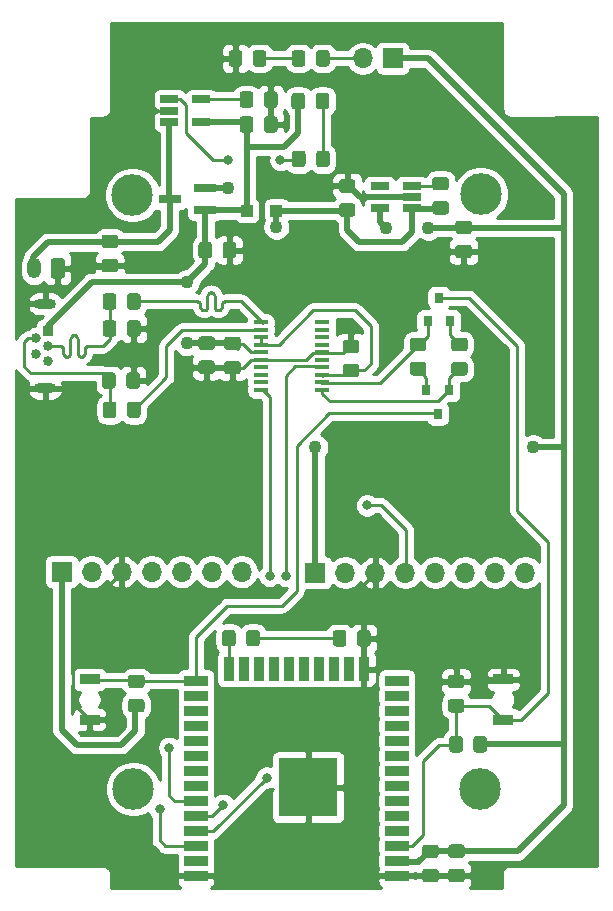
<source format=gtl>
%TF.GenerationSoftware,KiCad,Pcbnew,(5.1.9)-1*%
%TF.CreationDate,2021-03-02T21:55:11+01:00*%
%TF.ProjectId,clip,636c6970-2e6b-4696-9361-645f70636258,rev?*%
%TF.SameCoordinates,Original*%
%TF.FileFunction,Copper,L1,Top*%
%TF.FilePolarity,Positive*%
%FSLAX46Y46*%
G04 Gerber Fmt 4.6, Leading zero omitted, Abs format (unit mm)*
G04 Created by KiCad (PCBNEW (5.1.9)-1) date 2021-03-02 21:55:11*
%MOMM*%
%LPD*%
G01*
G04 APERTURE LIST*
%TA.AperFunction,ComponentPad*%
%ADD10O,1.200000X1.750000*%
%TD*%
%TA.AperFunction,SMDPad,CuDef*%
%ADD11R,2.000000X0.900000*%
%TD*%
%TA.AperFunction,SMDPad,CuDef*%
%ADD12R,0.900000X2.000000*%
%TD*%
%TA.AperFunction,SMDPad,CuDef*%
%ADD13R,5.000000X5.000000*%
%TD*%
%TA.AperFunction,ComponentPad*%
%ADD14O,1.850000X0.850000*%
%TD*%
%TA.AperFunction,ComponentPad*%
%ADD15C,0.840000*%
%TD*%
%TA.AperFunction,ComponentPad*%
%ADD16R,0.840000X0.840000*%
%TD*%
%TA.AperFunction,ComponentPad*%
%ADD17O,1.700000X1.700000*%
%TD*%
%TA.AperFunction,ComponentPad*%
%ADD18R,1.700000X1.700000*%
%TD*%
%TA.AperFunction,SMDPad,CuDef*%
%ADD19R,1.200000X0.400000*%
%TD*%
%TA.AperFunction,SMDPad,CuDef*%
%ADD20R,1.560000X0.650000*%
%TD*%
%TA.AperFunction,SMDPad,CuDef*%
%ADD21R,1.700000X0.900000*%
%TD*%
%TA.AperFunction,SMDPad,CuDef*%
%ADD22R,0.800000X0.900000*%
%TD*%
%TA.AperFunction,SMDPad,CuDef*%
%ADD23R,1.900000X0.800000*%
%TD*%
%TA.AperFunction,SMDPad,CuDef*%
%ADD24R,1.000000X1.000000*%
%TD*%
%TA.AperFunction,ViaPad*%
%ADD25C,3.520000*%
%TD*%
%TA.AperFunction,ViaPad*%
%ADD26C,0.800000*%
%TD*%
%TA.AperFunction,ViaPad*%
%ADD27C,1.100000*%
%TD*%
%TA.AperFunction,Conductor*%
%ADD28C,0.250000*%
%TD*%
%TA.AperFunction,Conductor*%
%ADD29C,0.500000*%
%TD*%
%TA.AperFunction,Conductor*%
%ADD30C,0.254000*%
%TD*%
%TA.AperFunction,Conductor*%
%ADD31C,0.100000*%
%TD*%
G04 APERTURE END LIST*
D10*
%TO.P,J1,2*%
%TO.N,+BATT*%
X126630000Y-72420000D03*
%TO.P,J1,1*%
%TO.N,GND*%
%TA.AperFunction,ComponentPad*%
G36*
G01*
X129230000Y-71794999D02*
X129230000Y-73045001D01*
G75*
G02*
X128980001Y-73295000I-249999J0D01*
G01*
X128279999Y-73295000D01*
G75*
G02*
X128030000Y-73045001I0J249999D01*
G01*
X128030000Y-71794999D01*
G75*
G02*
X128279999Y-71545000I249999J0D01*
G01*
X128980001Y-71545000D01*
G75*
G02*
X129230000Y-71794999I0J-249999D01*
G01*
G37*
%TD.AperFunction*%
%TD*%
D11*
%TO.P,U4,38*%
%TO.N,GND*%
X140330000Y-123855000D03*
%TO.P,U4,37*%
%TO.N,IO23*%
X140330000Y-122585000D03*
%TO.P,U4,36*%
%TO.N,SCL*%
X140330000Y-121315000D03*
%TO.P,U4,35*%
%TO.N,TX0*%
X140330000Y-120045000D03*
%TO.P,U4,34*%
%TO.N,RX0*%
X140330000Y-118775000D03*
%TO.P,U4,33*%
%TO.N,SDA*%
X140330000Y-117505000D03*
%TO.P,U4,32*%
%TO.N,Net-(U4-Pad32)*%
X140330000Y-116235000D03*
%TO.P,U4,31*%
%TO.N,IO19*%
X140330000Y-114965000D03*
%TO.P,U4,30*%
%TO.N,IO18*%
X140330000Y-113695000D03*
%TO.P,U4,29*%
%TO.N,IO5*%
X140330000Y-112425000D03*
%TO.P,U4,28*%
%TO.N,IO17*%
X140330000Y-111155000D03*
%TO.P,U4,27*%
%TO.N,IO16*%
X140330000Y-109885000D03*
%TO.P,U4,26*%
%TO.N,IO4*%
X140330000Y-108615000D03*
%TO.P,U4,25*%
%TO.N,IO0*%
X140330000Y-107345000D03*
D12*
%TO.P,U4,24*%
%TO.N,IO2*%
X143115000Y-106345000D03*
%TO.P,U4,23*%
%TO.N,IO15*%
X144385000Y-106345000D03*
%TO.P,U4,22*%
%TO.N,SD1*%
X145655000Y-106345000D03*
%TO.P,U4,21*%
%TO.N,SD0*%
X146925000Y-106345000D03*
%TO.P,U4,20*%
%TO.N,CLK*%
X148195000Y-106345000D03*
%TO.P,U4,19*%
%TO.N,CMD*%
X149465000Y-106345000D03*
%TO.P,U4,18*%
%TO.N,SD3*%
X150735000Y-106345000D03*
%TO.P,U4,17*%
%TO.N,SD2*%
X152005000Y-106345000D03*
%TO.P,U4,16*%
%TO.N,IO13*%
X153275000Y-106345000D03*
%TO.P,U4,15*%
%TO.N,GND*%
X154545000Y-106345000D03*
D11*
%TO.P,U4,14*%
%TO.N,IO12*%
X157330000Y-107345000D03*
%TO.P,U4,13*%
%TO.N,IO14*%
X157330000Y-108615000D03*
%TO.P,U4,12*%
%TO.N,IO27*%
X157330000Y-109885000D03*
%TO.P,U4,11*%
%TO.N,IO26*%
X157330000Y-111155000D03*
%TO.P,U4,10*%
%TO.N,IO25*%
X157330000Y-112425000D03*
%TO.P,U4,9*%
%TO.N,IO33*%
X157330000Y-113695000D03*
%TO.P,U4,8*%
%TO.N,IO32*%
X157330000Y-114965000D03*
%TO.P,U4,7*%
%TO.N,IO35*%
X157330000Y-116235000D03*
%TO.P,U4,6*%
%TO.N,IO34*%
X157330000Y-117505000D03*
%TO.P,U4,5*%
%TO.N,VN*%
X157330000Y-118775000D03*
%TO.P,U4,4*%
%TO.N,VP*%
X157330000Y-120045000D03*
%TO.P,U4,3*%
%TO.N,EN*%
X157330000Y-121315000D03*
%TO.P,U4,2*%
%TO.N,+3V3*%
X157330000Y-122585000D03*
%TO.P,U4,1*%
%TO.N,GND*%
X157330000Y-123855000D03*
D13*
%TO.P,U4,39*%
X149830000Y-116355000D03*
%TD*%
D14*
%TO.P,J2,6*%
%TO.N,GND*%
X127560000Y-82565000D03*
X127560000Y-75415000D03*
D15*
%TO.P,J2,5*%
X127780000Y-80290000D03*
%TO.P,J2,4*%
%TO.N,Net-(J2-Pad4)*%
X126780000Y-79640000D03*
%TO.P,J2,3*%
%TO.N,/D+*%
X127780000Y-78990000D03*
%TO.P,J2,2*%
%TO.N,/D-*%
X126780000Y-78340000D03*
D16*
%TO.P,J2,1*%
%TO.N,VBUS*%
X127780000Y-77690000D03*
%TD*%
D17*
%TO.P,JP1,2*%
%TO.N,Net-(D3-Pad2)*%
X154450000Y-54640000D03*
D18*
%TO.P,JP1,1*%
%TO.N,+3V3*%
X156990000Y-54640000D03*
%TD*%
%TO.P,R13,2*%
%TO.N,~RTS*%
%TA.AperFunction,SMDPad,CuDef*%
G36*
G01*
X159590001Y-79440000D02*
X158689999Y-79440000D01*
G75*
G02*
X158440000Y-79190001I0J249999D01*
G01*
X158440000Y-78539999D01*
G75*
G02*
X158689999Y-78290000I249999J0D01*
G01*
X159590001Y-78290000D01*
G75*
G02*
X159840000Y-78539999I0J-249999D01*
G01*
X159840000Y-79190001D01*
G75*
G02*
X159590001Y-79440000I-249999J0D01*
G01*
G37*
%TD.AperFunction*%
%TO.P,R13,1*%
%TO.N,Net-(Q3-Pad2)*%
%TA.AperFunction,SMDPad,CuDef*%
G36*
G01*
X159590001Y-81490000D02*
X158689999Y-81490000D01*
G75*
G02*
X158440000Y-81240001I0J249999D01*
G01*
X158440000Y-80589999D01*
G75*
G02*
X158689999Y-80340000I249999J0D01*
G01*
X159590001Y-80340000D01*
G75*
G02*
X159840000Y-80589999I0J-249999D01*
G01*
X159840000Y-81240001D01*
G75*
G02*
X159590001Y-81490000I-249999J0D01*
G01*
G37*
%TD.AperFunction*%
%TD*%
%TO.P,C6,2*%
%TO.N,GND*%
%TA.AperFunction,SMDPad,CuDef*%
G36*
G01*
X134492000Y-77952001D02*
X134492000Y-77051999D01*
G75*
G02*
X134741999Y-76802000I249999J0D01*
G01*
X135392001Y-76802000D01*
G75*
G02*
X135642000Y-77051999I0J-249999D01*
G01*
X135642000Y-77952001D01*
G75*
G02*
X135392001Y-78202000I-249999J0D01*
G01*
X134741999Y-78202000D01*
G75*
G02*
X134492000Y-77952001I0J249999D01*
G01*
G37*
%TD.AperFunction*%
%TO.P,C6,1*%
%TO.N,/D+*%
%TA.AperFunction,SMDPad,CuDef*%
G36*
G01*
X132442000Y-77952001D02*
X132442000Y-77051999D01*
G75*
G02*
X132691999Y-76802000I249999J0D01*
G01*
X133342001Y-76802000D01*
G75*
G02*
X133592000Y-77051999I0J-249999D01*
G01*
X133592000Y-77952001D01*
G75*
G02*
X133342001Y-78202000I-249999J0D01*
G01*
X132691999Y-78202000D01*
G75*
G02*
X132442000Y-77952001I0J249999D01*
G01*
G37*
%TD.AperFunction*%
%TD*%
D19*
%TO.P,U3,20*%
%TO.N,RX0*%
X145840000Y-82701500D03*
%TO.P,U3,19*%
%TO.N,Net-(U3-Pad19)*%
X145840000Y-82066500D03*
%TO.P,U3,18*%
%TO.N,Net-(U3-Pad18)*%
X145840000Y-81431500D03*
%TO.P,U3,17*%
%TO.N,Net-(U3-Pad17)*%
X145840000Y-80796500D03*
%TO.P,U3,16*%
%TO.N,GND*%
X145840000Y-80161500D03*
%TO.P,U3,15*%
%TO.N,VBUS*%
X145840000Y-79526500D03*
%TO.P,U3,14*%
%TO.N,Net-(C7-Pad1)*%
X145840000Y-78891500D03*
%TO.P,U3,13*%
X145840000Y-78256500D03*
%TO.P,U3,12*%
%TO.N,Net-(R4-Pad2)*%
X145840000Y-77621500D03*
%TO.P,U3,11*%
%TO.N,Net-(R7-Pad2)*%
X145840000Y-76986500D03*
%TO.P,U3,10*%
%TO.N,Net-(U3-Pad10)*%
X151040000Y-76986500D03*
%TO.P,U3,9*%
%TO.N,Net-(U3-Pad9)*%
X151040000Y-77621500D03*
%TO.P,U3,8*%
%TO.N,Net-(U3-Pad8)*%
X151040000Y-78256500D03*
%TO.P,U3,7*%
%TO.N,Net-(U3-Pad7)*%
X151040000Y-78891500D03*
%TO.P,U3,6*%
%TO.N,GND*%
X151040000Y-79526500D03*
%TO.P,U3,5*%
%TO.N,Net-(U3-Pad5)*%
X151040000Y-80161500D03*
%TO.P,U3,4*%
%TO.N,TX0*%
X151040000Y-80796500D03*
%TO.P,U3,3*%
%TO.N,Net-(C7-Pad1)*%
X151040000Y-81431500D03*
%TO.P,U3,2*%
%TO.N,~RTS*%
X151040000Y-82066500D03*
%TO.P,U3,1*%
%TO.N,~DTR*%
X151040000Y-82701500D03*
%TD*%
D20*
%TO.P,U2,5*%
%TO.N,+3V3*%
X155888000Y-67347000D03*
%TO.P,U2,4*%
%TO.N,Net-(U2-Pad4)*%
X155888000Y-65447000D03*
%TO.P,U2,3*%
%TO.N,Net-(R5-Pad1)*%
X158588000Y-65447000D03*
%TO.P,U2,2*%
%TO.N,GND*%
X158588000Y-66397000D03*
%TO.P,U2,1*%
%TO.N,VIN*%
X158588000Y-67347000D03*
%TD*%
%TO.P,U1,5*%
%TO.N,Net-(R6-Pad1)*%
X140790000Y-58120000D03*
%TO.P,U1,4*%
%TO.N,VBUS*%
X140790000Y-60020000D03*
%TO.P,U1,3*%
%TO.N,+BATT*%
X138090000Y-60020000D03*
%TO.P,U1,2*%
%TO.N,GND*%
X138090000Y-59070000D03*
%TO.P,U1,1*%
%TO.N,Net-(R1-Pad1)*%
X138090000Y-58120000D03*
%TD*%
D21*
%TO.P,SW2,2*%
%TO.N,EN*%
X166350000Y-110620000D03*
%TO.P,SW2,1*%
%TO.N,GND*%
X166350000Y-107220000D03*
%TD*%
%TO.P,SW1,2*%
%TO.N,IO0*%
X131330000Y-107215000D03*
%TO.P,SW1,1*%
%TO.N,GND*%
X131330000Y-110615000D03*
%TD*%
%TO.P,R12,2*%
%TO.N,Net-(Q2-Pad2)*%
%TA.AperFunction,SMDPad,CuDef*%
G36*
G01*
X163090001Y-79440000D02*
X162189999Y-79440000D01*
G75*
G02*
X161940000Y-79190001I0J249999D01*
G01*
X161940000Y-78539999D01*
G75*
G02*
X162189999Y-78290000I249999J0D01*
G01*
X163090001Y-78290000D01*
G75*
G02*
X163340000Y-78539999I0J-249999D01*
G01*
X163340000Y-79190001D01*
G75*
G02*
X163090001Y-79440000I-249999J0D01*
G01*
G37*
%TD.AperFunction*%
%TO.P,R12,1*%
%TO.N,~DTR*%
%TA.AperFunction,SMDPad,CuDef*%
G36*
G01*
X163090001Y-81490000D02*
X162189999Y-81490000D01*
G75*
G02*
X161940000Y-81240001I0J249999D01*
G01*
X161940000Y-80589999D01*
G75*
G02*
X162189999Y-80340000I249999J0D01*
G01*
X163090001Y-80340000D01*
G75*
G02*
X163340000Y-80589999I0J-249999D01*
G01*
X163340000Y-81240001D01*
G75*
G02*
X163090001Y-81490000I-249999J0D01*
G01*
G37*
%TD.AperFunction*%
%TD*%
%TO.P,R11,2*%
%TO.N,+3V3*%
%TA.AperFunction,SMDPad,CuDef*%
G36*
G01*
X134829999Y-108857000D02*
X135730001Y-108857000D01*
G75*
G02*
X135980000Y-109106999I0J-249999D01*
G01*
X135980000Y-109757001D01*
G75*
G02*
X135730001Y-110007000I-249999J0D01*
G01*
X134829999Y-110007000D01*
G75*
G02*
X134580000Y-109757001I0J249999D01*
G01*
X134580000Y-109106999D01*
G75*
G02*
X134829999Y-108857000I249999J0D01*
G01*
G37*
%TD.AperFunction*%
%TO.P,R11,1*%
%TO.N,IO0*%
%TA.AperFunction,SMDPad,CuDef*%
G36*
G01*
X134829999Y-106807000D02*
X135730001Y-106807000D01*
G75*
G02*
X135980000Y-107056999I0J-249999D01*
G01*
X135980000Y-107707001D01*
G75*
G02*
X135730001Y-107957000I-249999J0D01*
G01*
X134829999Y-107957000D01*
G75*
G02*
X134580000Y-107707001I0J249999D01*
G01*
X134580000Y-107056999D01*
G75*
G02*
X134829999Y-106807000I249999J0D01*
G01*
G37*
%TD.AperFunction*%
%TD*%
%TO.P,R10,2*%
%TO.N,EN*%
%TA.AperFunction,SMDPad,CuDef*%
G36*
G01*
X162930000Y-112269999D02*
X162930000Y-113170001D01*
G75*
G02*
X162680001Y-113420000I-249999J0D01*
G01*
X162029999Y-113420000D01*
G75*
G02*
X161780000Y-113170001I0J249999D01*
G01*
X161780000Y-112269999D01*
G75*
G02*
X162029999Y-112020000I249999J0D01*
G01*
X162680001Y-112020000D01*
G75*
G02*
X162930000Y-112269999I0J-249999D01*
G01*
G37*
%TD.AperFunction*%
%TO.P,R10,1*%
%TO.N,+3V3*%
%TA.AperFunction,SMDPad,CuDef*%
G36*
G01*
X164980000Y-112269999D02*
X164980000Y-113170001D01*
G75*
G02*
X164730001Y-113420000I-249999J0D01*
G01*
X164079999Y-113420000D01*
G75*
G02*
X163830000Y-113170001I0J249999D01*
G01*
X163830000Y-112269999D01*
G75*
G02*
X164079999Y-112020000I249999J0D01*
G01*
X164730001Y-112020000D01*
G75*
G02*
X164980000Y-112269999I0J-249999D01*
G01*
G37*
%TD.AperFunction*%
%TD*%
%TO.P,R9,2*%
%TO.N,GND*%
%TA.AperFunction,SMDPad,CuDef*%
G36*
G01*
X153975000Y-104190001D02*
X153975000Y-103289999D01*
G75*
G02*
X154224999Y-103040000I249999J0D01*
G01*
X154875001Y-103040000D01*
G75*
G02*
X155125000Y-103289999I0J-249999D01*
G01*
X155125000Y-104190001D01*
G75*
G02*
X154875001Y-104440000I-249999J0D01*
G01*
X154224999Y-104440000D01*
G75*
G02*
X153975000Y-104190001I0J249999D01*
G01*
G37*
%TD.AperFunction*%
%TO.P,R9,1*%
%TO.N,Net-(D5-Pad1)*%
%TA.AperFunction,SMDPad,CuDef*%
G36*
G01*
X151925000Y-104190001D02*
X151925000Y-103289999D01*
G75*
G02*
X152174999Y-103040000I249999J0D01*
G01*
X152825001Y-103040000D01*
G75*
G02*
X153075000Y-103289999I0J-249999D01*
G01*
X153075000Y-104190001D01*
G75*
G02*
X152825001Y-104440000I-249999J0D01*
G01*
X152174999Y-104440000D01*
G75*
G02*
X151925000Y-104190001I0J249999D01*
G01*
G37*
%TD.AperFunction*%
%TD*%
%TO.P,R8,2*%
%TO.N,GND*%
%TA.AperFunction,SMDPad,CuDef*%
G36*
G01*
X144250000Y-54189999D02*
X144250000Y-55090001D01*
G75*
G02*
X144000001Y-55340000I-249999J0D01*
G01*
X143349999Y-55340000D01*
G75*
G02*
X143100000Y-55090001I0J249999D01*
G01*
X143100000Y-54189999D01*
G75*
G02*
X143349999Y-53940000I249999J0D01*
G01*
X144000001Y-53940000D01*
G75*
G02*
X144250000Y-54189999I0J-249999D01*
G01*
G37*
%TD.AperFunction*%
%TO.P,R8,1*%
%TO.N,Net-(D3-Pad1)*%
%TA.AperFunction,SMDPad,CuDef*%
G36*
G01*
X146300000Y-54189999D02*
X146300000Y-55090001D01*
G75*
G02*
X146050001Y-55340000I-249999J0D01*
G01*
X145399999Y-55340000D01*
G75*
G02*
X145150000Y-55090001I0J249999D01*
G01*
X145150000Y-54189999D01*
G75*
G02*
X145399999Y-53940000I249999J0D01*
G01*
X146050001Y-53940000D01*
G75*
G02*
X146300000Y-54189999I0J-249999D01*
G01*
G37*
%TD.AperFunction*%
%TD*%
%TO.P,R7,2*%
%TO.N,Net-(R7-Pad2)*%
%TA.AperFunction,SMDPad,CuDef*%
G36*
G01*
X134492000Y-75666001D02*
X134492000Y-74765999D01*
G75*
G02*
X134741999Y-74516000I249999J0D01*
G01*
X135392001Y-74516000D01*
G75*
G02*
X135642000Y-74765999I0J-249999D01*
G01*
X135642000Y-75666001D01*
G75*
G02*
X135392001Y-75916000I-249999J0D01*
G01*
X134741999Y-75916000D01*
G75*
G02*
X134492000Y-75666001I0J249999D01*
G01*
G37*
%TD.AperFunction*%
%TO.P,R7,1*%
%TO.N,/D+*%
%TA.AperFunction,SMDPad,CuDef*%
G36*
G01*
X132442000Y-75666001D02*
X132442000Y-74765999D01*
G75*
G02*
X132691999Y-74516000I249999J0D01*
G01*
X133342001Y-74516000D01*
G75*
G02*
X133592000Y-74765999I0J-249999D01*
G01*
X133592000Y-75666001D01*
G75*
G02*
X133342001Y-75916000I-249999J0D01*
G01*
X132691999Y-75916000D01*
G75*
G02*
X132442000Y-75666001I0J249999D01*
G01*
G37*
%TD.AperFunction*%
%TD*%
%TO.P,R6,2*%
%TO.N,GND*%
%TA.AperFunction,SMDPad,CuDef*%
G36*
G01*
X146090000Y-58580001D02*
X146090000Y-57679999D01*
G75*
G02*
X146339999Y-57430000I249999J0D01*
G01*
X146990001Y-57430000D01*
G75*
G02*
X147240000Y-57679999I0J-249999D01*
G01*
X147240000Y-58580001D01*
G75*
G02*
X146990001Y-58830000I-249999J0D01*
G01*
X146339999Y-58830000D01*
G75*
G02*
X146090000Y-58580001I0J249999D01*
G01*
G37*
%TD.AperFunction*%
%TO.P,R6,1*%
%TO.N,Net-(R6-Pad1)*%
%TA.AperFunction,SMDPad,CuDef*%
G36*
G01*
X144040000Y-58580001D02*
X144040000Y-57679999D01*
G75*
G02*
X144289999Y-57430000I249999J0D01*
G01*
X144940001Y-57430000D01*
G75*
G02*
X145190000Y-57679999I0J-249999D01*
G01*
X145190000Y-58580001D01*
G75*
G02*
X144940001Y-58830000I-249999J0D01*
G01*
X144289999Y-58830000D01*
G75*
G02*
X144040000Y-58580001I0J249999D01*
G01*
G37*
%TD.AperFunction*%
%TD*%
%TO.P,R5,2*%
%TO.N,VIN*%
%TA.AperFunction,SMDPad,CuDef*%
G36*
G01*
X160597999Y-66720000D02*
X161498001Y-66720000D01*
G75*
G02*
X161748000Y-66969999I0J-249999D01*
G01*
X161748000Y-67620001D01*
G75*
G02*
X161498001Y-67870000I-249999J0D01*
G01*
X160597999Y-67870000D01*
G75*
G02*
X160348000Y-67620001I0J249999D01*
G01*
X160348000Y-66969999D01*
G75*
G02*
X160597999Y-66720000I249999J0D01*
G01*
G37*
%TD.AperFunction*%
%TO.P,R5,1*%
%TO.N,Net-(R5-Pad1)*%
%TA.AperFunction,SMDPad,CuDef*%
G36*
G01*
X160597999Y-64670000D02*
X161498001Y-64670000D01*
G75*
G02*
X161748000Y-64919999I0J-249999D01*
G01*
X161748000Y-65570001D01*
G75*
G02*
X161498001Y-65820000I-249999J0D01*
G01*
X160597999Y-65820000D01*
G75*
G02*
X160348000Y-65570001I0J249999D01*
G01*
X160348000Y-64919999D01*
G75*
G02*
X160597999Y-64670000I249999J0D01*
G01*
G37*
%TD.AperFunction*%
%TD*%
%TO.P,R4,2*%
%TO.N,Net-(R4-Pad2)*%
%TA.AperFunction,SMDPad,CuDef*%
G36*
G01*
X134500000Y-84846001D02*
X134500000Y-83945999D01*
G75*
G02*
X134749999Y-83696000I249999J0D01*
G01*
X135400001Y-83696000D01*
G75*
G02*
X135650000Y-83945999I0J-249999D01*
G01*
X135650000Y-84846001D01*
G75*
G02*
X135400001Y-85096000I-249999J0D01*
G01*
X134749999Y-85096000D01*
G75*
G02*
X134500000Y-84846001I0J249999D01*
G01*
G37*
%TD.AperFunction*%
%TO.P,R4,1*%
%TO.N,/D-*%
%TA.AperFunction,SMDPad,CuDef*%
G36*
G01*
X132450000Y-84846001D02*
X132450000Y-83945999D01*
G75*
G02*
X132699999Y-83696000I249999J0D01*
G01*
X133350001Y-83696000D01*
G75*
G02*
X133600000Y-83945999I0J-249999D01*
G01*
X133600000Y-84846001D01*
G75*
G02*
X133350001Y-85096000I-249999J0D01*
G01*
X132699999Y-85096000D01*
G75*
G02*
X132450000Y-84846001I0J249999D01*
G01*
G37*
%TD.AperFunction*%
%TD*%
%TO.P,R2,2*%
%TO.N,VBUS*%
%TA.AperFunction,SMDPad,CuDef*%
G36*
G01*
X141690000Y-70419999D02*
X141690000Y-71320001D01*
G75*
G02*
X141440001Y-71570000I-249999J0D01*
G01*
X140789999Y-71570000D01*
G75*
G02*
X140540000Y-71320001I0J249999D01*
G01*
X140540000Y-70419999D01*
G75*
G02*
X140789999Y-70170000I249999J0D01*
G01*
X141440001Y-70170000D01*
G75*
G02*
X141690000Y-70419999I0J-249999D01*
G01*
G37*
%TD.AperFunction*%
%TO.P,R2,1*%
%TO.N,GND*%
%TA.AperFunction,SMDPad,CuDef*%
G36*
G01*
X143740000Y-70419999D02*
X143740000Y-71320001D01*
G75*
G02*
X143490001Y-71570000I-249999J0D01*
G01*
X142839999Y-71570000D01*
G75*
G02*
X142590000Y-71320001I0J249999D01*
G01*
X142590000Y-70419999D01*
G75*
G02*
X142839999Y-70170000I249999J0D01*
G01*
X143490001Y-70170000D01*
G75*
G02*
X143740000Y-70419999I0J-249999D01*
G01*
G37*
%TD.AperFunction*%
%TD*%
%TO.P,R1,2*%
%TO.N,Net-(D1-Pad1)*%
%TA.AperFunction,SMDPad,CuDef*%
G36*
G01*
X150510000Y-63600001D02*
X150510000Y-62699999D01*
G75*
G02*
X150759999Y-62450000I249999J0D01*
G01*
X151410001Y-62450000D01*
G75*
G02*
X151660000Y-62699999I0J-249999D01*
G01*
X151660000Y-63600001D01*
G75*
G02*
X151410001Y-63850000I-249999J0D01*
G01*
X150759999Y-63850000D01*
G75*
G02*
X150510000Y-63600001I0J249999D01*
G01*
G37*
%TD.AperFunction*%
%TO.P,R1,1*%
%TO.N,Net-(R1-Pad1)*%
%TA.AperFunction,SMDPad,CuDef*%
G36*
G01*
X148460000Y-63600001D02*
X148460000Y-62699999D01*
G75*
G02*
X148709999Y-62450000I249999J0D01*
G01*
X149360001Y-62450000D01*
G75*
G02*
X149610000Y-62699999I0J-249999D01*
G01*
X149610000Y-63600001D01*
G75*
G02*
X149360001Y-63850000I-249999J0D01*
G01*
X148709999Y-63850000D01*
G75*
G02*
X148460000Y-63600001I0J249999D01*
G01*
G37*
%TD.AperFunction*%
%TD*%
D22*
%TO.P,Q3,3*%
%TO.N,IO0*%
X160802000Y-84740000D03*
%TO.P,Q3,2*%
%TO.N,Net-(Q3-Pad2)*%
X159852000Y-82740000D03*
%TO.P,Q3,1*%
%TO.N,~DTR*%
X161752000Y-82740000D03*
%TD*%
%TO.P,Q2,3*%
%TO.N,EN*%
X160890000Y-74890000D03*
%TO.P,Q2,2*%
%TO.N,Net-(Q2-Pad2)*%
X161840000Y-76890000D03*
%TO.P,Q2,1*%
%TO.N,~RTS*%
X159940000Y-76890000D03*
%TD*%
D23*
%TO.P,Q1,3*%
%TO.N,+BATT*%
X138100000Y-66530000D03*
%TO.P,Q1,2*%
%TO.N,VIN*%
X141100000Y-65580000D03*
%TO.P,Q1,1*%
%TO.N,VBUS*%
X141100000Y-67480000D03*
%TD*%
D17*
%TO.P,J4,8*%
%TO.N,Net-(J4-Pad8)*%
X168220000Y-98170000D03*
%TO.P,J4,7*%
%TO.N,Net-(J4-Pad7)*%
X165680000Y-98170000D03*
%TO.P,J4,6*%
%TO.N,Net-(J4-Pad6)*%
X163140000Y-98170000D03*
%TO.P,J4,5*%
%TO.N,SDA*%
X160600000Y-98170000D03*
%TO.P,J4,4*%
%TO.N,SCL*%
X158060000Y-98170000D03*
%TO.P,J4,3*%
%TO.N,GND*%
X155520000Y-98170000D03*
%TO.P,J4,2*%
%TO.N,Net-(J4-Pad2)*%
X152980000Y-98170000D03*
D18*
%TO.P,J4,1*%
%TO.N,+3V3*%
X150440000Y-98170000D03*
%TD*%
D17*
%TO.P,J3,7*%
%TO.N,Net-(J3-Pad7)*%
X144200000Y-98100000D03*
%TO.P,J3,6*%
%TO.N,SDA*%
X141660000Y-98100000D03*
%TO.P,J3,5*%
%TO.N,Net-(J3-Pad5)*%
X139120000Y-98100000D03*
%TO.P,J3,4*%
%TO.N,SCL*%
X136580000Y-98100000D03*
%TO.P,J3,3*%
%TO.N,GND*%
X134040000Y-98100000D03*
%TO.P,J3,2*%
%TO.N,Net-(J3-Pad2)*%
X131500000Y-98100000D03*
D18*
%TO.P,J3,1*%
%TO.N,+3V3*%
X128960000Y-98100000D03*
%TD*%
%TO.P,D5,2*%
%TO.N,IO2*%
%TA.AperFunction,SMDPad,CuDef*%
G36*
G01*
X143685000Y-103279999D02*
X143685000Y-104180001D01*
G75*
G02*
X143435001Y-104430000I-249999J0D01*
G01*
X142784999Y-104430000D01*
G75*
G02*
X142535000Y-104180001I0J249999D01*
G01*
X142535000Y-103279999D01*
G75*
G02*
X142784999Y-103030000I249999J0D01*
G01*
X143435001Y-103030000D01*
G75*
G02*
X143685000Y-103279999I0J-249999D01*
G01*
G37*
%TD.AperFunction*%
%TO.P,D5,1*%
%TO.N,Net-(D5-Pad1)*%
%TA.AperFunction,SMDPad,CuDef*%
G36*
G01*
X145735000Y-103279999D02*
X145735000Y-104180001D01*
G75*
G02*
X145485001Y-104430000I-249999J0D01*
G01*
X144834999Y-104430000D01*
G75*
G02*
X144585000Y-104180001I0J249999D01*
G01*
X144585000Y-103279999D01*
G75*
G02*
X144834999Y-103030000I249999J0D01*
G01*
X145485001Y-103030000D01*
G75*
G02*
X145735000Y-103279999I0J-249999D01*
G01*
G37*
%TD.AperFunction*%
%TD*%
%TO.P,D3,2*%
%TO.N,Net-(D3-Pad2)*%
%TA.AperFunction,SMDPad,CuDef*%
G36*
G01*
X150500000Y-55090001D02*
X150500000Y-54189999D01*
G75*
G02*
X150749999Y-53940000I249999J0D01*
G01*
X151400001Y-53940000D01*
G75*
G02*
X151650000Y-54189999I0J-249999D01*
G01*
X151650000Y-55090001D01*
G75*
G02*
X151400001Y-55340000I-249999J0D01*
G01*
X150749999Y-55340000D01*
G75*
G02*
X150500000Y-55090001I0J249999D01*
G01*
G37*
%TD.AperFunction*%
%TO.P,D3,1*%
%TO.N,Net-(D3-Pad1)*%
%TA.AperFunction,SMDPad,CuDef*%
G36*
G01*
X148450000Y-55090001D02*
X148450000Y-54189999D01*
G75*
G02*
X148699999Y-53940000I249999J0D01*
G01*
X149350001Y-53940000D01*
G75*
G02*
X149600000Y-54189999I0J-249999D01*
G01*
X149600000Y-55090001D01*
G75*
G02*
X149350001Y-55340000I-249999J0D01*
G01*
X148699999Y-55340000D01*
G75*
G02*
X148450000Y-55090001I0J249999D01*
G01*
G37*
%TD.AperFunction*%
%TD*%
D24*
%TO.P,D2,2*%
%TO.N,VBUS*%
X144650000Y-67530000D03*
%TO.P,D2,1*%
%TO.N,VIN*%
X147150000Y-67530000D03*
%TD*%
%TO.P,D1,2*%
%TO.N,VBUS*%
%TA.AperFunction,SMDPad,CuDef*%
G36*
G01*
X149570000Y-57809999D02*
X149570000Y-58710001D01*
G75*
G02*
X149320001Y-58960000I-249999J0D01*
G01*
X148669999Y-58960000D01*
G75*
G02*
X148420000Y-58710001I0J249999D01*
G01*
X148420000Y-57809999D01*
G75*
G02*
X148669999Y-57560000I249999J0D01*
G01*
X149320001Y-57560000D01*
G75*
G02*
X149570000Y-57809999I0J-249999D01*
G01*
G37*
%TD.AperFunction*%
%TO.P,D1,1*%
%TO.N,Net-(D1-Pad1)*%
%TA.AperFunction,SMDPad,CuDef*%
G36*
G01*
X151620000Y-57809999D02*
X151620000Y-58710001D01*
G75*
G02*
X151370001Y-58960000I-249999J0D01*
G01*
X150719999Y-58960000D01*
G75*
G02*
X150470000Y-58710001I0J249999D01*
G01*
X150470000Y-57809999D01*
G75*
G02*
X150719999Y-57560000I249999J0D01*
G01*
X151370001Y-57560000D01*
G75*
G02*
X151620000Y-57809999I0J-249999D01*
G01*
G37*
%TD.AperFunction*%
%TD*%
%TO.P,C12,2*%
%TO.N,GND*%
%TA.AperFunction,SMDPad,CuDef*%
G36*
G01*
X162810001Y-107975000D02*
X161909999Y-107975000D01*
G75*
G02*
X161660000Y-107725001I0J249999D01*
G01*
X161660000Y-107074999D01*
G75*
G02*
X161909999Y-106825000I249999J0D01*
G01*
X162810001Y-106825000D01*
G75*
G02*
X163060000Y-107074999I0J-249999D01*
G01*
X163060000Y-107725001D01*
G75*
G02*
X162810001Y-107975000I-249999J0D01*
G01*
G37*
%TD.AperFunction*%
%TO.P,C12,1*%
%TO.N,EN*%
%TA.AperFunction,SMDPad,CuDef*%
G36*
G01*
X162810001Y-110025000D02*
X161909999Y-110025000D01*
G75*
G02*
X161660000Y-109775001I0J249999D01*
G01*
X161660000Y-109124999D01*
G75*
G02*
X161909999Y-108875000I249999J0D01*
G01*
X162810001Y-108875000D01*
G75*
G02*
X163060000Y-109124999I0J-249999D01*
G01*
X163060000Y-109775001D01*
G75*
G02*
X162810001Y-110025000I-249999J0D01*
G01*
G37*
%TD.AperFunction*%
%TD*%
%TO.P,C11,2*%
%TO.N,GND*%
%TA.AperFunction,SMDPad,CuDef*%
G36*
G01*
X159729999Y-123250000D02*
X160630001Y-123250000D01*
G75*
G02*
X160880000Y-123499999I0J-249999D01*
G01*
X160880000Y-124150001D01*
G75*
G02*
X160630001Y-124400000I-249999J0D01*
G01*
X159729999Y-124400000D01*
G75*
G02*
X159480000Y-124150001I0J249999D01*
G01*
X159480000Y-123499999D01*
G75*
G02*
X159729999Y-123250000I249999J0D01*
G01*
G37*
%TD.AperFunction*%
%TO.P,C11,1*%
%TO.N,+3V3*%
%TA.AperFunction,SMDPad,CuDef*%
G36*
G01*
X159729999Y-121200000D02*
X160630001Y-121200000D01*
G75*
G02*
X160880000Y-121449999I0J-249999D01*
G01*
X160880000Y-122100001D01*
G75*
G02*
X160630001Y-122350000I-249999J0D01*
G01*
X159729999Y-122350000D01*
G75*
G02*
X159480000Y-122100001I0J249999D01*
G01*
X159480000Y-121449999D01*
G75*
G02*
X159729999Y-121200000I249999J0D01*
G01*
G37*
%TD.AperFunction*%
%TD*%
%TO.P,C10,2*%
%TO.N,GND*%
%TA.AperFunction,SMDPad,CuDef*%
G36*
G01*
X161939999Y-123240000D02*
X162840001Y-123240000D01*
G75*
G02*
X163090000Y-123489999I0J-249999D01*
G01*
X163090000Y-124140001D01*
G75*
G02*
X162840001Y-124390000I-249999J0D01*
G01*
X161939999Y-124390000D01*
G75*
G02*
X161690000Y-124140001I0J249999D01*
G01*
X161690000Y-123489999D01*
G75*
G02*
X161939999Y-123240000I249999J0D01*
G01*
G37*
%TD.AperFunction*%
%TO.P,C10,1*%
%TO.N,+3V3*%
%TA.AperFunction,SMDPad,CuDef*%
G36*
G01*
X161939999Y-121190000D02*
X162840001Y-121190000D01*
G75*
G02*
X163090000Y-121439999I0J-249999D01*
G01*
X163090000Y-122090001D01*
G75*
G02*
X162840001Y-122340000I-249999J0D01*
G01*
X161939999Y-122340000D01*
G75*
G02*
X161690000Y-122090001I0J249999D01*
G01*
X161690000Y-121439999D01*
G75*
G02*
X161939999Y-121190000I249999J0D01*
G01*
G37*
%TD.AperFunction*%
%TD*%
%TO.P,C9,2*%
%TO.N,GND*%
%TA.AperFunction,SMDPad,CuDef*%
G36*
G01*
X140779999Y-80215000D02*
X141680001Y-80215000D01*
G75*
G02*
X141930000Y-80464999I0J-249999D01*
G01*
X141930000Y-81115001D01*
G75*
G02*
X141680001Y-81365000I-249999J0D01*
G01*
X140779999Y-81365000D01*
G75*
G02*
X140530000Y-81115001I0J249999D01*
G01*
X140530000Y-80464999D01*
G75*
G02*
X140779999Y-80215000I249999J0D01*
G01*
G37*
%TD.AperFunction*%
%TO.P,C9,1*%
%TO.N,VBUS*%
%TA.AperFunction,SMDPad,CuDef*%
G36*
G01*
X140779999Y-78165000D02*
X141680001Y-78165000D01*
G75*
G02*
X141930000Y-78414999I0J-249999D01*
G01*
X141930000Y-79065001D01*
G75*
G02*
X141680001Y-79315000I-249999J0D01*
G01*
X140779999Y-79315000D01*
G75*
G02*
X140530000Y-79065001I0J249999D01*
G01*
X140530000Y-78414999D01*
G75*
G02*
X140779999Y-78165000I249999J0D01*
G01*
G37*
%TD.AperFunction*%
%TD*%
%TO.P,C8,2*%
%TO.N,GND*%
%TA.AperFunction,SMDPad,CuDef*%
G36*
G01*
X142979999Y-80245000D02*
X143880001Y-80245000D01*
G75*
G02*
X144130000Y-80494999I0J-249999D01*
G01*
X144130000Y-81145001D01*
G75*
G02*
X143880001Y-81395000I-249999J0D01*
G01*
X142979999Y-81395000D01*
G75*
G02*
X142730000Y-81145001I0J249999D01*
G01*
X142730000Y-80494999D01*
G75*
G02*
X142979999Y-80245000I249999J0D01*
G01*
G37*
%TD.AperFunction*%
%TO.P,C8,1*%
%TO.N,VBUS*%
%TA.AperFunction,SMDPad,CuDef*%
G36*
G01*
X142979999Y-78195000D02*
X143880001Y-78195000D01*
G75*
G02*
X144130000Y-78444999I0J-249999D01*
G01*
X144130000Y-79095001D01*
G75*
G02*
X143880001Y-79345000I-249999J0D01*
G01*
X142979999Y-79345000D01*
G75*
G02*
X142730000Y-79095001I0J249999D01*
G01*
X142730000Y-78444999D01*
G75*
G02*
X142979999Y-78195000I249999J0D01*
G01*
G37*
%TD.AperFunction*%
%TD*%
%TO.P,C7,2*%
%TO.N,GND*%
%TA.AperFunction,SMDPad,CuDef*%
G36*
G01*
X153900001Y-79605000D02*
X152999999Y-79605000D01*
G75*
G02*
X152750000Y-79355001I0J249999D01*
G01*
X152750000Y-78704999D01*
G75*
G02*
X152999999Y-78455000I249999J0D01*
G01*
X153900001Y-78455000D01*
G75*
G02*
X154150000Y-78704999I0J-249999D01*
G01*
X154150000Y-79355001D01*
G75*
G02*
X153900001Y-79605000I-249999J0D01*
G01*
G37*
%TD.AperFunction*%
%TO.P,C7,1*%
%TO.N,Net-(C7-Pad1)*%
%TA.AperFunction,SMDPad,CuDef*%
G36*
G01*
X153900001Y-81655000D02*
X152999999Y-81655000D01*
G75*
G02*
X152750000Y-81405001I0J249999D01*
G01*
X152750000Y-80754999D01*
G75*
G02*
X152999999Y-80505000I249999J0D01*
G01*
X153900001Y-80505000D01*
G75*
G02*
X154150000Y-80754999I0J-249999D01*
G01*
X154150000Y-81405001D01*
G75*
G02*
X153900001Y-81655000I-249999J0D01*
G01*
G37*
%TD.AperFunction*%
%TD*%
%TO.P,C5,2*%
%TO.N,GND*%
%TA.AperFunction,SMDPad,CuDef*%
G36*
G01*
X134440000Y-82360001D02*
X134440000Y-81459999D01*
G75*
G02*
X134689999Y-81210000I249999J0D01*
G01*
X135340001Y-81210000D01*
G75*
G02*
X135590000Y-81459999I0J-249999D01*
G01*
X135590000Y-82360001D01*
G75*
G02*
X135340001Y-82610000I-249999J0D01*
G01*
X134689999Y-82610000D01*
G75*
G02*
X134440000Y-82360001I0J249999D01*
G01*
G37*
%TD.AperFunction*%
%TO.P,C5,1*%
%TO.N,/D-*%
%TA.AperFunction,SMDPad,CuDef*%
G36*
G01*
X132390000Y-82360001D02*
X132390000Y-81459999D01*
G75*
G02*
X132639999Y-81210000I249999J0D01*
G01*
X133290001Y-81210000D01*
G75*
G02*
X133540000Y-81459999I0J-249999D01*
G01*
X133540000Y-82360001D01*
G75*
G02*
X133290001Y-82610000I-249999J0D01*
G01*
X132639999Y-82610000D01*
G75*
G02*
X132390000Y-82360001I0J249999D01*
G01*
G37*
%TD.AperFunction*%
%TD*%
%TO.P,C4,2*%
%TO.N,GND*%
%TA.AperFunction,SMDPad,CuDef*%
G36*
G01*
X162549999Y-70420000D02*
X163450001Y-70420000D01*
G75*
G02*
X163700000Y-70669999I0J-249999D01*
G01*
X163700000Y-71320001D01*
G75*
G02*
X163450001Y-71570000I-249999J0D01*
G01*
X162549999Y-71570000D01*
G75*
G02*
X162300000Y-71320001I0J249999D01*
G01*
X162300000Y-70669999D01*
G75*
G02*
X162549999Y-70420000I249999J0D01*
G01*
G37*
%TD.AperFunction*%
%TO.P,C4,1*%
%TO.N,+3V3*%
%TA.AperFunction,SMDPad,CuDef*%
G36*
G01*
X162549999Y-68370000D02*
X163450001Y-68370000D01*
G75*
G02*
X163700000Y-68619999I0J-249999D01*
G01*
X163700000Y-69270001D01*
G75*
G02*
X163450001Y-69520000I-249999J0D01*
G01*
X162549999Y-69520000D01*
G75*
G02*
X162300000Y-69270001I0J249999D01*
G01*
X162300000Y-68619999D01*
G75*
G02*
X162549999Y-68370000I249999J0D01*
G01*
G37*
%TD.AperFunction*%
%TD*%
%TO.P,C3,2*%
%TO.N,GND*%
%TA.AperFunction,SMDPad,CuDef*%
G36*
G01*
X153590001Y-66010000D02*
X152689999Y-66010000D01*
G75*
G02*
X152440000Y-65760001I0J249999D01*
G01*
X152440000Y-65109999D01*
G75*
G02*
X152689999Y-64860000I249999J0D01*
G01*
X153590001Y-64860000D01*
G75*
G02*
X153840000Y-65109999I0J-249999D01*
G01*
X153840000Y-65760001D01*
G75*
G02*
X153590001Y-66010000I-249999J0D01*
G01*
G37*
%TD.AperFunction*%
%TO.P,C3,1*%
%TO.N,VIN*%
%TA.AperFunction,SMDPad,CuDef*%
G36*
G01*
X153590001Y-68060000D02*
X152689999Y-68060000D01*
G75*
G02*
X152440000Y-67810001I0J249999D01*
G01*
X152440000Y-67159999D01*
G75*
G02*
X152689999Y-66910000I249999J0D01*
G01*
X153590001Y-66910000D01*
G75*
G02*
X153840000Y-67159999I0J-249999D01*
G01*
X153840000Y-67810001D01*
G75*
G02*
X153590001Y-68060000I-249999J0D01*
G01*
G37*
%TD.AperFunction*%
%TD*%
%TO.P,C2,2*%
%TO.N,GND*%
%TA.AperFunction,SMDPad,CuDef*%
G36*
G01*
X146090000Y-60680001D02*
X146090000Y-59779999D01*
G75*
G02*
X146339999Y-59530000I249999J0D01*
G01*
X146990001Y-59530000D01*
G75*
G02*
X147240000Y-59779999I0J-249999D01*
G01*
X147240000Y-60680001D01*
G75*
G02*
X146990001Y-60930000I-249999J0D01*
G01*
X146339999Y-60930000D01*
G75*
G02*
X146090000Y-60680001I0J249999D01*
G01*
G37*
%TD.AperFunction*%
%TO.P,C2,1*%
%TO.N,VBUS*%
%TA.AperFunction,SMDPad,CuDef*%
G36*
G01*
X144040000Y-60680001D02*
X144040000Y-59779999D01*
G75*
G02*
X144289999Y-59530000I249999J0D01*
G01*
X144940001Y-59530000D01*
G75*
G02*
X145190000Y-59779999I0J-249999D01*
G01*
X145190000Y-60680001D01*
G75*
G02*
X144940001Y-60930000I-249999J0D01*
G01*
X144289999Y-60930000D01*
G75*
G02*
X144040000Y-60680001I0J249999D01*
G01*
G37*
%TD.AperFunction*%
%TD*%
%TO.P,C1,2*%
%TO.N,GND*%
%TA.AperFunction,SMDPad,CuDef*%
G36*
G01*
X132589999Y-71610000D02*
X133490001Y-71610000D01*
G75*
G02*
X133740000Y-71859999I0J-249999D01*
G01*
X133740000Y-72510001D01*
G75*
G02*
X133490001Y-72760000I-249999J0D01*
G01*
X132589999Y-72760000D01*
G75*
G02*
X132340000Y-72510001I0J249999D01*
G01*
X132340000Y-71859999D01*
G75*
G02*
X132589999Y-71610000I249999J0D01*
G01*
G37*
%TD.AperFunction*%
%TO.P,C1,1*%
%TO.N,+BATT*%
%TA.AperFunction,SMDPad,CuDef*%
G36*
G01*
X132589999Y-69560000D02*
X133490001Y-69560000D01*
G75*
G02*
X133740000Y-69809999I0J-249999D01*
G01*
X133740000Y-70460001D01*
G75*
G02*
X133490001Y-70710000I-249999J0D01*
G01*
X132589999Y-70710000D01*
G75*
G02*
X132340000Y-70460001I0J249999D01*
G01*
X132340000Y-69809999D01*
G75*
G02*
X132589999Y-69560000I249999J0D01*
G01*
G37*
%TD.AperFunction*%
%TD*%
D25*
%TO.N,*%
X134960000Y-66200000D03*
X164380000Y-116460000D03*
X135030000Y-116490000D03*
X164440000Y-66130000D03*
D26*
%TO.N,GND*%
X135020000Y-79140000D03*
D27*
%TO.N,VBUS*%
X139570000Y-78770000D03*
X139549999Y-73580000D03*
%TO.N,VIN*%
X143050000Y-65580000D03*
X147149992Y-68916012D03*
%TO.N,+3V3*%
X156390000Y-68970000D03*
X160020000Y-69000000D03*
X168889998Y-87540000D03*
X150440000Y-87540000D03*
D26*
%TO.N,SDA*%
X138075010Y-113020000D03*
%TO.N,SCL*%
X137250000Y-118220000D03*
X154820000Y-92480000D03*
%TO.N,TX0*%
X146323000Y-115532000D03*
X147920000Y-98460000D03*
%TO.N,RX0*%
X142640000Y-117850000D03*
X146570000Y-98462000D03*
%TO.N,Net-(R1-Pad1)*%
X147490000Y-63260000D03*
X143030000Y-63260000D03*
%TD*%
D28*
%TO.N,GND*%
X157592000Y-123930000D02*
X157606000Y-123944000D01*
X140350000Y-123930000D02*
X157592000Y-123930000D01*
X149850000Y-116430000D02*
X149850000Y-123826000D01*
X149654998Y-80161500D02*
X150226498Y-79590000D01*
X145840000Y-80161500D02*
X149654998Y-80161500D01*
X150226498Y-79590000D02*
X151404000Y-79590000D01*
X146685000Y-58110000D02*
X146685000Y-60519680D01*
X146685000Y-60519680D02*
X146675520Y-60529160D01*
X137993800Y-59045800D02*
X138070000Y-59122000D01*
X152929000Y-65382160D02*
X152940320Y-65370840D01*
D29*
X152803160Y-65366920D02*
X153231040Y-65366920D01*
X153231040Y-65366920D02*
X154235720Y-66371600D01*
X154235720Y-66371600D02*
X158589280Y-66371600D01*
D28*
X154550000Y-103740000D02*
X154550000Y-106270000D01*
X154550000Y-106270000D02*
X154390000Y-106430000D01*
X162360000Y-107400000D02*
X166000000Y-107400000D01*
X166000000Y-107400000D02*
X166100000Y-107300000D01*
X154550000Y-103740000D02*
X154550000Y-99130000D01*
X154550000Y-99130000D02*
X155580000Y-98100000D01*
X127560000Y-75415000D02*
X127095000Y-75415000D01*
X127780000Y-82510000D02*
X127750000Y-82540000D01*
X145091500Y-80161500D02*
X144990000Y-80161500D01*
X145840000Y-80161500D02*
X145091500Y-80161500D01*
X144968500Y-80161500D02*
X145091500Y-80161500D01*
X144310000Y-80820000D02*
X144968500Y-80161500D01*
X143430000Y-80820000D02*
X144310000Y-80820000D01*
X143430000Y-80820000D02*
X141360000Y-80820000D01*
X141360000Y-80820000D02*
X141320000Y-80780000D01*
X162270000Y-123900000D02*
X162330000Y-123840000D01*
X157490000Y-123900000D02*
X162270000Y-123900000D01*
X157430000Y-123840000D02*
X157490000Y-123900000D01*
X129890000Y-109175000D02*
X131330000Y-110615000D01*
X129890000Y-102250000D02*
X129890000Y-109175000D01*
X134040000Y-98100000D02*
X129890000Y-102250000D01*
X135020000Y-77549000D02*
X135067000Y-77502000D01*
X135020000Y-79140000D02*
X135020000Y-77549000D01*
X152765000Y-79590000D02*
X151150000Y-79590000D01*
X153220000Y-79135000D02*
X152765000Y-79590000D01*
X128630000Y-72420000D02*
X132900000Y-72420000D01*
X132900000Y-72420000D02*
X133060000Y-72260000D01*
X152860000Y-65130000D02*
X153190000Y-65460000D01*
X137010000Y-59070000D02*
X138090000Y-59070000D01*
X136430000Y-58490000D02*
X137010000Y-59070000D01*
X136430000Y-56970000D02*
X136430000Y-58490000D01*
X137270000Y-56130000D02*
X136430000Y-56970000D01*
X146630000Y-57030000D02*
X145730000Y-56130000D01*
X145730000Y-56130000D02*
X137270000Y-56130000D01*
X146630000Y-58095000D02*
X146630000Y-57030000D01*
X146665000Y-58130000D02*
X146630000Y-58095000D01*
D29*
%TO.N,+BATT*%
X138090000Y-60020000D02*
X138090000Y-66540000D01*
X138090000Y-66540000D02*
X138120000Y-66570000D01*
X132760000Y-70190000D02*
X132960000Y-70390000D01*
X127780000Y-70190000D02*
X132760000Y-70190000D01*
X126520000Y-71450000D02*
X127780000Y-70190000D01*
X126520000Y-72270000D02*
X126520000Y-71450000D01*
X138100000Y-66530000D02*
X138100000Y-69200000D01*
X138100000Y-69200000D02*
X137120000Y-70180000D01*
X137120000Y-70180000D02*
X133140000Y-70180000D01*
X133140000Y-70180000D02*
X133100000Y-70140000D01*
%TO.N,VBUS*%
X141230000Y-78740000D02*
X143320000Y-78740000D01*
X143320000Y-78740000D02*
X143350000Y-78770000D01*
D28*
X143430000Y-78770000D02*
X143880000Y-79220000D01*
X145840000Y-79526500D02*
X145006500Y-79526500D01*
X145006500Y-79526500D02*
X144290000Y-78810000D01*
X144290000Y-78810000D02*
X143750000Y-78810000D01*
X143750000Y-78810000D02*
X143510000Y-79050000D01*
X139600000Y-78740000D02*
X139570000Y-78770000D01*
D29*
X141230000Y-78740000D02*
X139600000Y-78740000D01*
X141120000Y-67550000D02*
X141120000Y-72009999D01*
X141120000Y-72009999D02*
X139549999Y-73580000D01*
X127780000Y-77690000D02*
X127780000Y-77290000D01*
X131490000Y-73580000D02*
X139549999Y-73580000D01*
X127780000Y-77290000D02*
X131490000Y-73580000D01*
X140790000Y-60020000D02*
X144720000Y-60020000D01*
X144625000Y-59925000D02*
X144610000Y-59910000D01*
X148995000Y-58260000D02*
X148995000Y-60935000D01*
X147795000Y-62135000D02*
X144625000Y-62135000D01*
X144625000Y-62135000D02*
X144625000Y-59925000D01*
X148995000Y-60935000D02*
X147795000Y-62135000D01*
X141700000Y-67480000D02*
X144620000Y-67480000D01*
X144625000Y-67495000D02*
X144625000Y-62135000D01*
X144640000Y-67510000D02*
X144625000Y-67495000D01*
%TO.N,VIN*%
X141100000Y-65580000D02*
X143050000Y-65580000D01*
X147150000Y-67530000D02*
X147150000Y-68916004D01*
X147150000Y-68916004D02*
X147149992Y-68916012D01*
X161215640Y-67372360D02*
X161302000Y-67286000D01*
X158801320Y-67372360D02*
X161215640Y-67372360D01*
X158770840Y-67402840D02*
X158801320Y-67372360D01*
X153095000Y-67530000D02*
X153140000Y-67485000D01*
X147150000Y-67530000D02*
X153095000Y-67530000D01*
X158588000Y-69342000D02*
X158588000Y-67347000D01*
X154140000Y-70180000D02*
X157750000Y-70180000D01*
X157750000Y-70180000D02*
X158588000Y-69342000D01*
X153140000Y-69180000D02*
X154140000Y-70180000D01*
X153140000Y-67485000D02*
X153140000Y-69180000D01*
%TO.N,+3V3*%
X160180000Y-121775000D02*
X162855000Y-121775000D01*
X159250000Y-122630000D02*
X160080000Y-121800000D01*
X155888000Y-68486160D02*
X156338840Y-68937000D01*
X155888000Y-67347000D02*
X155888000Y-68486160D01*
X150440000Y-98170000D02*
X150440000Y-87540000D01*
X135190000Y-111580000D02*
X135190000Y-109480000D01*
X134000000Y-112770000D02*
X135190000Y-111580000D01*
X130240000Y-112770000D02*
X134000000Y-112770000D01*
X128960000Y-111490000D02*
X130240000Y-112770000D01*
X128960000Y-98100000D02*
X128960000Y-111490000D01*
X171450000Y-87540000D02*
X168889998Y-87540000D01*
X171460000Y-87530000D02*
X171450000Y-87540000D01*
X171460000Y-76888760D02*
X171460000Y-112771120D01*
X171460000Y-71770000D02*
X171460000Y-76888760D01*
X159200000Y-122680000D02*
X159250000Y-122630000D01*
X157480000Y-122680000D02*
X159200000Y-122680000D01*
X167480000Y-121770000D02*
X163070000Y-121770000D01*
X167580000Y-121770000D02*
X167480000Y-121770000D01*
X171460000Y-117890000D02*
X167580000Y-121770000D01*
X171460000Y-112720000D02*
X171460000Y-117890000D01*
X164405000Y-112720000D02*
X171460000Y-112720000D01*
X160020000Y-69000000D02*
X171360000Y-69000000D01*
X171460000Y-68900000D02*
X171460000Y-71770000D01*
X171360000Y-69000000D02*
X171460000Y-68900000D01*
X171460000Y-66090000D02*
X171460000Y-68900000D01*
X160010000Y-54640000D02*
X171460000Y-66090000D01*
X156990000Y-54640000D02*
X160010000Y-54640000D01*
D28*
%TO.N,/D-*%
X133025000Y-82146000D02*
X133025000Y-84305000D01*
X133025000Y-84305000D02*
X133060000Y-84340000D01*
X132920000Y-81860000D02*
X132930000Y-81870000D01*
X125810000Y-80740000D02*
X126350000Y-81280000D01*
X125810000Y-78660000D02*
X125810000Y-80740000D01*
X132340000Y-81280000D02*
X132920000Y-81860000D01*
X126130000Y-78340000D02*
X125810000Y-78660000D01*
X126350000Y-81280000D02*
X132340000Y-81280000D01*
X126780000Y-78340000D02*
X126130000Y-78340000D01*
%TO.N,/D+*%
X133017000Y-77502000D02*
X133017000Y-75187000D01*
X133030000Y-78400000D02*
X133030000Y-77500000D01*
X132440000Y-78990000D02*
X133030000Y-78400000D01*
X131210000Y-78990000D02*
X132440000Y-78990000D01*
X131143243Y-78997521D02*
X131210000Y-78990000D01*
X131079834Y-79019709D02*
X131143243Y-78997521D01*
X129739709Y-78248560D02*
X129775450Y-78191679D01*
X130010000Y-78078725D02*
X130076756Y-78086247D01*
X129710000Y-78378725D02*
X129717521Y-78311969D01*
X129822953Y-78144176D02*
X129879834Y-78108435D01*
X129644549Y-79788321D02*
X129680290Y-79731440D01*
X129476756Y-79893753D02*
X129540165Y-79871565D01*
X129410000Y-79901275D02*
X129476756Y-79893753D01*
X130910000Y-79601275D02*
X130910000Y-79290000D01*
X129343243Y-79893753D02*
X129410000Y-79901275D01*
X129710000Y-79601275D02*
X129710000Y-78378725D01*
X129222953Y-79835824D02*
X129279834Y-79871565D01*
X129597046Y-79835824D02*
X129644549Y-79788321D01*
X128810000Y-78990000D02*
X128876756Y-78997521D01*
X129680290Y-79731440D02*
X129702478Y-79668031D01*
X130610000Y-79901275D02*
X130676756Y-79893753D01*
X129702478Y-79668031D02*
X129710000Y-79601275D01*
X130076756Y-78086247D02*
X130140165Y-78108435D01*
X127780000Y-78990000D02*
X128810000Y-78990000D01*
X128940165Y-79019709D02*
X128997046Y-79055450D01*
X129879834Y-78108435D02*
X129943243Y-78086247D01*
X128876756Y-78997521D02*
X128940165Y-79019709D01*
X129775450Y-78191679D02*
X129822953Y-78144176D01*
X129279834Y-79871565D02*
X129343243Y-79893753D01*
X130244549Y-78191679D02*
X130280290Y-78248560D01*
X130844549Y-79788321D02*
X130880290Y-79731440D01*
X130917521Y-79223243D02*
X130939709Y-79159834D01*
X128997046Y-79055450D02*
X129044549Y-79102953D01*
X129175450Y-79788321D02*
X129222953Y-79835824D01*
X130939709Y-79159834D02*
X130975450Y-79102953D01*
X129080290Y-79159834D02*
X129102478Y-79223243D01*
X130740165Y-79871565D02*
X130797046Y-79835824D01*
X129044549Y-79102953D02*
X129080290Y-79159834D01*
X129540165Y-79871565D02*
X129597046Y-79835824D01*
X129110000Y-79290000D02*
X129110000Y-79601275D01*
X129717521Y-78311969D02*
X129739709Y-78248560D01*
X129139709Y-79731440D02*
X129175450Y-79788321D01*
X129943243Y-78086247D02*
X130010000Y-78078725D01*
X130140165Y-78108435D02*
X130197046Y-78144176D01*
X130197046Y-78144176D02*
X130244549Y-78191679D01*
X130280290Y-78248560D02*
X130302478Y-78311969D01*
X130302478Y-78311969D02*
X130310000Y-78378725D01*
X130902478Y-79668031D02*
X130910000Y-79601275D01*
X130310000Y-78378725D02*
X130310000Y-79601275D01*
X129110000Y-79601275D02*
X129117521Y-79668031D01*
X130310000Y-79601275D02*
X130317521Y-79668031D01*
X130317521Y-79668031D02*
X130339709Y-79731440D01*
X130975450Y-79102953D02*
X131022953Y-79055450D01*
X130339709Y-79731440D02*
X130375450Y-79788321D01*
X130375450Y-79788321D02*
X130422953Y-79835824D01*
X129102478Y-79223243D02*
X129110000Y-79290000D01*
X130422953Y-79835824D02*
X130479834Y-79871565D01*
X129117521Y-79668031D02*
X129139709Y-79731440D01*
X130479834Y-79871565D02*
X130543243Y-79893753D01*
X130543243Y-79893753D02*
X130610000Y-79901275D01*
X130676756Y-79893753D02*
X130740165Y-79871565D01*
X130797046Y-79835824D02*
X130844549Y-79788321D01*
X130880290Y-79731440D02*
X130902478Y-79668031D01*
X130910000Y-79290000D02*
X130917521Y-79223243D01*
X131022953Y-79055450D02*
X131079834Y-79019709D01*
%TO.N,Net-(C7-Pad1)*%
X145840000Y-78256500D02*
X145840000Y-78804000D01*
X145840000Y-78804000D02*
X145816000Y-78828000D01*
X151023000Y-81495000D02*
X151150000Y-81368000D01*
X152973500Y-81431500D02*
X153220000Y-81185000D01*
X151040000Y-81431500D02*
X152973500Y-81431500D01*
X155130000Y-80520000D02*
X154590000Y-81060000D01*
X155130000Y-77310000D02*
X155130000Y-80520000D01*
X153790000Y-75970000D02*
X155130000Y-77310000D01*
X150250000Y-75970000D02*
X153790000Y-75970000D01*
X154590000Y-81060000D02*
X153450000Y-81060000D01*
X147328500Y-78891500D02*
X150250000Y-75970000D01*
X145840000Y-78891500D02*
X147328500Y-78891500D01*
%TO.N,EN*%
X158605000Y-121315000D02*
X159550000Y-120370000D01*
X157330000Y-121315000D02*
X158605000Y-121315000D01*
X162360000Y-109450000D02*
X162360000Y-112680000D01*
X162360000Y-112680000D02*
X162350000Y-112690000D01*
X162360000Y-109450000D02*
X165120000Y-109450000D01*
X165120000Y-109450000D02*
X166120000Y-110450000D01*
X170170000Y-108330000D02*
X167860000Y-110640000D01*
X170170000Y-95590000D02*
X170170000Y-108330000D01*
X167504999Y-78954999D02*
X167504999Y-92924999D01*
X163440000Y-74890000D02*
X167504999Y-78954999D01*
X167860000Y-110640000D02*
X166060000Y-110640000D01*
X167504999Y-92924999D02*
X170170000Y-95590000D01*
X160890000Y-74890000D02*
X163440000Y-74890000D01*
X162294999Y-112780001D02*
X160889999Y-112780001D01*
X162355000Y-112720000D02*
X162294999Y-112780001D01*
X159550000Y-114120000D02*
X159550000Y-120370000D01*
X160889999Y-112780001D02*
X159550000Y-114120000D01*
%TO.N,Net-(D1-Pad1)*%
X151110000Y-58500000D02*
X151110000Y-63670000D01*
X150850000Y-58240000D02*
X151110000Y-58500000D01*
%TO.N,Net-(D3-Pad2)*%
X151075000Y-54640000D02*
X154450000Y-54640000D01*
%TO.N,Net-(D3-Pad1)*%
X145725000Y-54640000D02*
X149025000Y-54640000D01*
%TO.N,IO2*%
X143110000Y-103730000D02*
X143110000Y-106330000D01*
X143110000Y-106330000D02*
X143130000Y-106350000D01*
%TO.N,Net-(D5-Pad1)*%
X145160000Y-103730000D02*
X152450000Y-103730000D01*
X152450000Y-103730000D02*
X152460000Y-103720000D01*
%TO.N,SDA*%
X138075010Y-115325010D02*
X138075010Y-113020000D01*
X138075010Y-116555010D02*
X138075010Y-115325010D01*
X138075010Y-116555010D02*
X138075010Y-117055010D01*
X138075010Y-117055010D02*
X138520000Y-117500000D01*
X138520000Y-117500000D02*
X140390000Y-117500000D01*
%TO.N,SCL*%
X158116000Y-94566000D02*
X156030000Y-92480000D01*
X156030000Y-92480000D02*
X154820000Y-92480000D01*
X158116000Y-98196000D02*
X158116000Y-94566000D01*
X137250000Y-120830000D02*
X137250000Y-118220000D01*
X137750000Y-121330000D02*
X137250000Y-120830000D01*
X140350000Y-121330000D02*
X137750000Y-121330000D01*
%TO.N,TX0*%
X141765000Y-120090000D02*
X146323000Y-115532000D01*
X140370000Y-120090000D02*
X141765000Y-120090000D01*
X148712304Y-80710000D02*
X151140000Y-80710000D01*
X147920000Y-81502304D02*
X148712304Y-80710000D01*
X147920000Y-98460000D02*
X147920000Y-81502304D01*
%TO.N,RX0*%
X141720000Y-118770000D02*
X142640000Y-117850000D01*
X140390000Y-118770000D02*
X141720000Y-118770000D01*
X145840000Y-82701500D02*
X145879500Y-82701500D01*
X146570000Y-83310000D02*
X145890000Y-82630000D01*
X146570000Y-98462000D02*
X146570000Y-83310000D01*
%TO.N,IO0*%
X131456000Y-107264000D02*
X135306000Y-107264000D01*
X131330000Y-107390000D02*
X131456000Y-107264000D01*
X135280000Y-107382000D02*
X140328000Y-107382000D01*
X140328000Y-107382000D02*
X140450000Y-107260000D01*
X151620000Y-84670000D02*
X160802000Y-84670000D01*
X148850000Y-87440000D02*
X151620000Y-84670000D01*
X148850000Y-99730000D02*
X148850000Y-87440000D01*
X147610000Y-100970000D02*
X148850000Y-99730000D01*
X142990000Y-100970000D02*
X147610000Y-100970000D01*
X140330000Y-103630000D02*
X142990000Y-100970000D01*
X140330000Y-107345000D02*
X140330000Y-103630000D01*
%TO.N,Net-(Q2-Pad2)*%
X161840000Y-76890000D02*
X161840000Y-78088000D01*
X161840000Y-78088000D02*
X162580000Y-78828000D01*
%TO.N,~RTS*%
X159940000Y-76890000D02*
X159940000Y-78166000D01*
X159940000Y-78166000D02*
X159278000Y-78828000D01*
X151817991Y-82130000D02*
X150896000Y-82130000D01*
X155875000Y-82130000D02*
X151817991Y-82130000D01*
X159140000Y-78865000D02*
X155875000Y-82130000D01*
%TO.N,Net-(Q3-Pad2)*%
X159852000Y-82740000D02*
X159852000Y-81688000D01*
X159852000Y-81688000D02*
X159024000Y-80860000D01*
%TO.N,~DTR*%
X161752000Y-82740000D02*
X161752000Y-81688000D01*
X161752000Y-81688000D02*
X162580000Y-80860000D01*
X151040000Y-82701500D02*
X151040000Y-83036000D01*
X151040000Y-83036000D02*
X151658000Y-83654000D01*
X151658000Y-83654000D02*
X160802000Y-83654000D01*
X160802000Y-83654000D02*
X161818000Y-82638000D01*
%TO.N,Net-(R1-Pad1)*%
X148705000Y-63260000D02*
X147490000Y-63260000D01*
X149035000Y-63590000D02*
X148705000Y-63260000D01*
X141740000Y-63260000D02*
X143030000Y-63260000D01*
X139450000Y-58570000D02*
X139450000Y-60970000D01*
X139450000Y-60970000D02*
X141740000Y-63260000D01*
X138990000Y-58110000D02*
X139450000Y-58570000D01*
X137960000Y-58110000D02*
X138990000Y-58110000D01*
%TO.N,Net-(R4-Pad2)*%
X135075000Y-84396000D02*
X137830000Y-81641000D01*
X137830000Y-81641000D02*
X137830000Y-78970000D01*
X137830000Y-78970000D02*
X139150000Y-77650000D01*
X139150000Y-77650000D02*
X145850000Y-77650000D01*
%TO.N,Net-(R5-Pad1)*%
X160844800Y-65457200D02*
X161048000Y-65254000D01*
X158725200Y-65457200D02*
X160844800Y-65457200D01*
X158588000Y-65320000D02*
X158725200Y-65457200D01*
%TO.N,Net-(R6-Pad1)*%
X141260000Y-58110000D02*
X144460000Y-58110000D01*
%TO.N,Net-(R7-Pad2)*%
X135067000Y-75216000D02*
X135201000Y-75350000D01*
X144320000Y-75350000D02*
X145980000Y-77010000D01*
X144186000Y-75216000D02*
X144320000Y-75350000D01*
X142804000Y-75216000D02*
X144186000Y-75216000D01*
X142737243Y-75223521D02*
X142804000Y-75216000D01*
X142673834Y-75245709D02*
X142737243Y-75223521D01*
X141416953Y-74523795D02*
X141473834Y-74488054D01*
X141369450Y-74571298D02*
X141416953Y-74523795D01*
X141969450Y-75860702D02*
X142016953Y-75908205D01*
X141304000Y-75673656D02*
X141304000Y-74758344D01*
X141296478Y-75740412D02*
X141304000Y-75673656D01*
X141274290Y-75803821D02*
X141296478Y-75740412D01*
X141238549Y-75860702D02*
X141274290Y-75803821D01*
X141070756Y-75966134D02*
X141134165Y-75943946D01*
X141004000Y-75973656D02*
X141070756Y-75966134D01*
X141904000Y-75673656D02*
X141911521Y-75740412D01*
X140937243Y-75966134D02*
X141004000Y-75973656D01*
X142616953Y-75281450D02*
X142673834Y-75245709D01*
X140873834Y-75943946D02*
X140937243Y-75966134D01*
X141191046Y-75908205D02*
X141238549Y-75860702D01*
X140816953Y-75908205D02*
X140873834Y-75943946D01*
X135067000Y-75216000D02*
X140404000Y-75216000D01*
X141333709Y-74628179D02*
X141369450Y-74571298D01*
X141134165Y-75943946D02*
X141191046Y-75908205D01*
X140404000Y-75216000D02*
X140470756Y-75223521D01*
X140711521Y-75740412D02*
X140733709Y-75803821D01*
X140704000Y-75516000D02*
X140704000Y-75673656D01*
X140769450Y-75860702D02*
X140816953Y-75908205D01*
X140470756Y-75223521D02*
X140534165Y-75245709D01*
X140534165Y-75245709D02*
X140591046Y-75281450D01*
X141304000Y-74758344D02*
X141311521Y-74691588D01*
X140704000Y-75673656D02*
X140711521Y-75740412D01*
X140591046Y-75281450D02*
X140638549Y-75328953D01*
X140638549Y-75328953D02*
X140674290Y-75385834D01*
X140674290Y-75385834D02*
X140696478Y-75449243D01*
X141311521Y-74691588D02*
X141333709Y-74628179D01*
X140696478Y-75449243D02*
X140704000Y-75516000D01*
X140733709Y-75803821D02*
X140769450Y-75860702D01*
X141473834Y-74488054D02*
X141537243Y-74465866D01*
X141537243Y-74465866D02*
X141604000Y-74458344D01*
X141604000Y-74458344D02*
X141670756Y-74465866D01*
X141670756Y-74465866D02*
X141734165Y-74488054D01*
X141734165Y-74488054D02*
X141791046Y-74523795D01*
X141791046Y-74523795D02*
X141838549Y-74571298D01*
X141838549Y-74571298D02*
X141874290Y-74628179D01*
X141874290Y-74628179D02*
X141896478Y-74691588D01*
X141896478Y-74691588D02*
X141904000Y-74758344D01*
X141904000Y-74758344D02*
X141904000Y-75673656D01*
X141911521Y-75740412D02*
X141933709Y-75803821D01*
X142334165Y-75943946D02*
X142391046Y-75908205D01*
X141933709Y-75803821D02*
X141969450Y-75860702D01*
X142016953Y-75908205D02*
X142073834Y-75943946D01*
X142073834Y-75943946D02*
X142137243Y-75966134D01*
X142137243Y-75966134D02*
X142204000Y-75973656D01*
X142511521Y-75449243D02*
X142533709Y-75385834D01*
X142204000Y-75973656D02*
X142270756Y-75966134D01*
X142270756Y-75966134D02*
X142334165Y-75943946D01*
X142391046Y-75908205D02*
X142438549Y-75860702D01*
X142438549Y-75860702D02*
X142474290Y-75803821D01*
X142474290Y-75803821D02*
X142496478Y-75740412D01*
X142496478Y-75740412D02*
X142504000Y-75673656D01*
X142504000Y-75673656D02*
X142504000Y-75516000D01*
X142504000Y-75516000D02*
X142511521Y-75449243D01*
X142533709Y-75385834D02*
X142569450Y-75328953D01*
X142569450Y-75328953D02*
X142616953Y-75281450D01*
%TD*%
D30*
%TO.N,GND*%
X166284920Y-58938489D02*
X166281691Y-58972587D01*
X166288547Y-59039614D01*
X166295250Y-59105968D01*
X166295378Y-59106385D01*
X166295422Y-59106819D01*
X166315029Y-59170590D01*
X166334741Y-59234993D01*
X166334948Y-59235378D01*
X166335076Y-59235794D01*
X166366841Y-59294689D01*
X166398645Y-59353834D01*
X166398923Y-59354171D01*
X166399130Y-59354555D01*
X166441811Y-59406165D01*
X166484506Y-59457924D01*
X166484845Y-59458201D01*
X166485123Y-59458537D01*
X166536972Y-59500763D01*
X166589024Y-59543265D01*
X166589411Y-59543471D01*
X166589748Y-59543745D01*
X166648803Y-59575025D01*
X166708183Y-59606574D01*
X166708602Y-59606700D01*
X166708987Y-59606904D01*
X166773318Y-59626155D01*
X166837404Y-59645421D01*
X166837837Y-59645463D01*
X166838256Y-59645588D01*
X166905032Y-59651911D01*
X166971718Y-59658311D01*
X167005786Y-59654870D01*
X174264895Y-59627580D01*
X174255106Y-122975000D01*
X166963214Y-122975000D01*
X166929140Y-122971687D01*
X166862909Y-122978294D01*
X166795717Y-122984912D01*
X166795300Y-122985039D01*
X166794874Y-122985081D01*
X166731226Y-123004475D01*
X166666594Y-123024081D01*
X166666211Y-123024286D01*
X166665800Y-123024411D01*
X166607094Y-123055884D01*
X166547593Y-123087688D01*
X166547257Y-123087964D01*
X166546878Y-123088167D01*
X166495313Y-123130594D01*
X166443289Y-123173289D01*
X166443014Y-123173624D01*
X166442681Y-123173898D01*
X166400417Y-123225528D01*
X166357688Y-123277593D01*
X166357483Y-123277977D01*
X166357211Y-123278309D01*
X166326008Y-123336863D01*
X166294081Y-123396594D01*
X166293954Y-123397013D01*
X166293753Y-123397390D01*
X166274525Y-123461060D01*
X166254912Y-123525717D01*
X166254869Y-123526149D01*
X166254745Y-123526561D01*
X166248296Y-123592889D01*
X166241686Y-123660000D01*
X166245043Y-123694079D01*
X166246492Y-124853198D01*
X163525585Y-124853987D01*
X163541185Y-124841185D01*
X163620537Y-124744494D01*
X163679502Y-124634180D01*
X163715812Y-124514482D01*
X163728072Y-124390000D01*
X163725000Y-124100750D01*
X163566250Y-123942000D01*
X162517000Y-123942000D01*
X162517000Y-123962000D01*
X162263000Y-123962000D01*
X162263000Y-123942000D01*
X161213750Y-123942000D01*
X161203750Y-123952000D01*
X160307000Y-123952000D01*
X160307000Y-123972000D01*
X160053000Y-123972000D01*
X160053000Y-123952000D01*
X159003750Y-123952000D01*
X158890000Y-124065750D01*
X158806250Y-123982000D01*
X157457000Y-123982000D01*
X157457000Y-124002000D01*
X157203000Y-124002000D01*
X157203000Y-123982000D01*
X155853750Y-123982000D01*
X155695000Y-124140750D01*
X155691928Y-124305000D01*
X155704188Y-124429482D01*
X155740498Y-124549180D01*
X155799463Y-124659494D01*
X155878815Y-124756185D01*
X155975506Y-124835537D01*
X156014099Y-124856166D01*
X141638101Y-124860335D01*
X141684494Y-124835537D01*
X141781185Y-124756185D01*
X141860537Y-124659494D01*
X141919502Y-124549180D01*
X141955812Y-124429482D01*
X141968072Y-124305000D01*
X141965000Y-124140750D01*
X141806250Y-123982000D01*
X140457000Y-123982000D01*
X140457000Y-124002000D01*
X140203000Y-124002000D01*
X140203000Y-123982000D01*
X138853750Y-123982000D01*
X138695000Y-124140750D01*
X138691928Y-124305000D01*
X138704188Y-124429482D01*
X138740498Y-124549180D01*
X138799463Y-124659494D01*
X138878815Y-124756185D01*
X138975506Y-124835537D01*
X139023318Y-124861093D01*
X133130590Y-124862802D01*
X133134868Y-123726216D01*
X133138308Y-123692577D01*
X133130662Y-123611848D01*
X133125588Y-123558260D01*
X133125587Y-123558256D01*
X133125586Y-123558247D01*
X133103423Y-123484188D01*
X133086905Y-123428990D01*
X133086902Y-123428984D01*
X133086900Y-123428978D01*
X133037932Y-123336532D01*
X133023747Y-123309751D01*
X133023744Y-123309747D01*
X133023740Y-123309740D01*
X132966941Y-123240000D01*
X132938539Y-123205125D01*
X132938534Y-123205121D01*
X132938530Y-123205116D01*
X132883348Y-123159482D01*
X132834558Y-123119132D01*
X132834551Y-123119128D01*
X132834547Y-123119125D01*
X132752218Y-123074721D01*
X132715797Y-123055078D01*
X132715785Y-123055072D01*
X132625690Y-123027373D01*
X132586823Y-123015423D01*
X132586818Y-123015423D01*
X132586810Y-123015420D01*
X132486212Y-123005131D01*
X132486209Y-123005131D01*
X132452590Y-123001692D01*
X132418933Y-123004879D01*
X125124763Y-122977560D01*
X125110874Y-82855062D01*
X126040460Y-82855062D01*
X126108084Y-83048308D01*
X126220664Y-83224731D01*
X126365499Y-83375801D01*
X126537023Y-83495712D01*
X126728645Y-83579856D01*
X126933000Y-83625000D01*
X127433000Y-83625000D01*
X127433000Y-82692000D01*
X127687000Y-82692000D01*
X127687000Y-83625000D01*
X128187000Y-83625000D01*
X128391355Y-83579856D01*
X128582977Y-83495712D01*
X128754501Y-83375801D01*
X128899336Y-83224731D01*
X129011916Y-83048308D01*
X129079540Y-82855062D01*
X128952257Y-82692000D01*
X127687000Y-82692000D01*
X127433000Y-82692000D01*
X126167743Y-82692000D01*
X126040460Y-82855062D01*
X125110874Y-82855062D01*
X125110246Y-81043081D01*
X125175026Y-81164276D01*
X125246201Y-81251002D01*
X125270000Y-81280001D01*
X125298998Y-81303799D01*
X125786200Y-81791002D01*
X125809999Y-81820001D01*
X125925724Y-81914974D01*
X126057753Y-81985546D01*
X126151325Y-82013930D01*
X126108084Y-82081692D01*
X126040460Y-82274938D01*
X126167743Y-82438000D01*
X127433000Y-82438000D01*
X127433000Y-82418000D01*
X127687000Y-82418000D01*
X127687000Y-82438000D01*
X128952257Y-82438000D01*
X129079540Y-82274938D01*
X129011916Y-82081692D01*
X128985311Y-82040000D01*
X131751928Y-82040000D01*
X131751928Y-82360001D01*
X131768992Y-82533255D01*
X131819528Y-82699851D01*
X131901595Y-82853387D01*
X132012038Y-82987962D01*
X132146613Y-83098405D01*
X132265000Y-83161685D01*
X132265000Y-83176386D01*
X132206613Y-83207595D01*
X132072038Y-83318038D01*
X131961595Y-83452613D01*
X131879528Y-83606149D01*
X131828992Y-83772745D01*
X131811928Y-83945999D01*
X131811928Y-84846001D01*
X131828992Y-85019255D01*
X131879528Y-85185851D01*
X131961595Y-85339387D01*
X132072038Y-85473962D01*
X132206613Y-85584405D01*
X132360149Y-85666472D01*
X132526745Y-85717008D01*
X132699999Y-85734072D01*
X133350001Y-85734072D01*
X133523255Y-85717008D01*
X133689851Y-85666472D01*
X133843387Y-85584405D01*
X133977962Y-85473962D01*
X134050000Y-85386184D01*
X134122038Y-85473962D01*
X134256613Y-85584405D01*
X134410149Y-85666472D01*
X134576745Y-85717008D01*
X134749999Y-85734072D01*
X135400001Y-85734072D01*
X135573255Y-85717008D01*
X135739851Y-85666472D01*
X135893387Y-85584405D01*
X136027962Y-85473962D01*
X136138405Y-85339387D01*
X136220472Y-85185851D01*
X136271008Y-85019255D01*
X136288072Y-84846001D01*
X136288072Y-84257729D01*
X138341004Y-82204798D01*
X138370001Y-82181001D01*
X138464974Y-82065276D01*
X138535546Y-81933247D01*
X138579003Y-81789986D01*
X138590000Y-81678333D01*
X138590000Y-81678324D01*
X138593676Y-81641001D01*
X138590000Y-81603678D01*
X138590000Y-81365000D01*
X139891928Y-81365000D01*
X139904188Y-81489482D01*
X139940498Y-81609180D01*
X139999463Y-81719494D01*
X140078815Y-81816185D01*
X140175506Y-81895537D01*
X140285820Y-81954502D01*
X140405518Y-81990812D01*
X140530000Y-82003072D01*
X140944250Y-82000000D01*
X141103000Y-81841250D01*
X141103000Y-80917000D01*
X141357000Y-80917000D01*
X141357000Y-81841250D01*
X141515750Y-82000000D01*
X141930000Y-82003072D01*
X142054482Y-81990812D01*
X142174180Y-81954502D01*
X142284494Y-81895537D01*
X142311722Y-81873191D01*
X142375506Y-81925537D01*
X142485820Y-81984502D01*
X142605518Y-82020812D01*
X142730000Y-82033072D01*
X143144250Y-82030000D01*
X143303000Y-81871250D01*
X143303000Y-80947000D01*
X142436250Y-80947000D01*
X142406250Y-80917000D01*
X141357000Y-80917000D01*
X141103000Y-80917000D01*
X140053750Y-80917000D01*
X139895000Y-81075750D01*
X139891928Y-81365000D01*
X138590000Y-81365000D01*
X138590000Y-79436271D01*
X138649550Y-79525394D01*
X138814606Y-79690450D01*
X139008692Y-79820134D01*
X139224348Y-79909461D01*
X139453288Y-79955000D01*
X139686712Y-79955000D01*
X139915652Y-79909461D01*
X139989687Y-79878795D01*
X139940498Y-79970820D01*
X139904188Y-80090518D01*
X139891928Y-80215000D01*
X139895000Y-80504250D01*
X140053750Y-80663000D01*
X141103000Y-80663000D01*
X141103000Y-80643000D01*
X141357000Y-80643000D01*
X141357000Y-80663000D01*
X142223750Y-80663000D01*
X142253750Y-80693000D01*
X143303000Y-80693000D01*
X143303000Y-80673000D01*
X143557000Y-80673000D01*
X143557000Y-80693000D01*
X143577000Y-80693000D01*
X143577000Y-80947000D01*
X143557000Y-80947000D01*
X143557000Y-81871250D01*
X143715750Y-82030000D01*
X144130000Y-82033072D01*
X144254482Y-82020812D01*
X144374180Y-81984502D01*
X144484494Y-81925537D01*
X144581185Y-81846185D01*
X144607030Y-81814692D01*
X144601928Y-81866500D01*
X144601928Y-82266500D01*
X144613500Y-82384000D01*
X144601928Y-82501500D01*
X144601928Y-82901500D01*
X144614188Y-83025982D01*
X144650498Y-83145680D01*
X144709463Y-83255994D01*
X144788815Y-83352685D01*
X144885506Y-83432037D01*
X144995820Y-83491002D01*
X145115518Y-83527312D01*
X145240000Y-83539572D01*
X145724770Y-83539572D01*
X145810001Y-83624803D01*
X145810000Y-97758289D01*
X145766063Y-97802226D01*
X145680372Y-97930472D01*
X145627932Y-97666842D01*
X145515990Y-97396589D01*
X145353475Y-97153368D01*
X145146632Y-96946525D01*
X144903411Y-96784010D01*
X144633158Y-96672068D01*
X144346260Y-96615000D01*
X144053740Y-96615000D01*
X143766842Y-96672068D01*
X143496589Y-96784010D01*
X143253368Y-96946525D01*
X143046525Y-97153368D01*
X142930000Y-97327760D01*
X142813475Y-97153368D01*
X142606632Y-96946525D01*
X142363411Y-96784010D01*
X142093158Y-96672068D01*
X141806260Y-96615000D01*
X141513740Y-96615000D01*
X141226842Y-96672068D01*
X140956589Y-96784010D01*
X140713368Y-96946525D01*
X140506525Y-97153368D01*
X140390000Y-97327760D01*
X140273475Y-97153368D01*
X140066632Y-96946525D01*
X139823411Y-96784010D01*
X139553158Y-96672068D01*
X139266260Y-96615000D01*
X138973740Y-96615000D01*
X138686842Y-96672068D01*
X138416589Y-96784010D01*
X138173368Y-96946525D01*
X137966525Y-97153368D01*
X137850000Y-97327760D01*
X137733475Y-97153368D01*
X137526632Y-96946525D01*
X137283411Y-96784010D01*
X137013158Y-96672068D01*
X136726260Y-96615000D01*
X136433740Y-96615000D01*
X136146842Y-96672068D01*
X135876589Y-96784010D01*
X135633368Y-96946525D01*
X135426525Y-97153368D01*
X135304805Y-97335534D01*
X135235178Y-97218645D01*
X135040269Y-97002412D01*
X134806920Y-96828359D01*
X134544099Y-96703175D01*
X134396890Y-96658524D01*
X134167000Y-96779845D01*
X134167000Y-97973000D01*
X134187000Y-97973000D01*
X134187000Y-98227000D01*
X134167000Y-98227000D01*
X134167000Y-99420155D01*
X134396890Y-99541476D01*
X134544099Y-99496825D01*
X134806920Y-99371641D01*
X135040269Y-99197588D01*
X135235178Y-98981355D01*
X135304805Y-98864466D01*
X135426525Y-99046632D01*
X135633368Y-99253475D01*
X135876589Y-99415990D01*
X136146842Y-99527932D01*
X136433740Y-99585000D01*
X136726260Y-99585000D01*
X137013158Y-99527932D01*
X137283411Y-99415990D01*
X137526632Y-99253475D01*
X137733475Y-99046632D01*
X137850000Y-98872240D01*
X137966525Y-99046632D01*
X138173368Y-99253475D01*
X138416589Y-99415990D01*
X138686842Y-99527932D01*
X138973740Y-99585000D01*
X139266260Y-99585000D01*
X139553158Y-99527932D01*
X139823411Y-99415990D01*
X140066632Y-99253475D01*
X140273475Y-99046632D01*
X140390000Y-98872240D01*
X140506525Y-99046632D01*
X140713368Y-99253475D01*
X140956589Y-99415990D01*
X141226842Y-99527932D01*
X141513740Y-99585000D01*
X141806260Y-99585000D01*
X142093158Y-99527932D01*
X142363411Y-99415990D01*
X142606632Y-99253475D01*
X142813475Y-99046632D01*
X142930000Y-98872240D01*
X143046525Y-99046632D01*
X143253368Y-99253475D01*
X143496589Y-99415990D01*
X143766842Y-99527932D01*
X144053740Y-99585000D01*
X144346260Y-99585000D01*
X144633158Y-99527932D01*
X144903411Y-99415990D01*
X145146632Y-99253475D01*
X145353475Y-99046632D01*
X145515990Y-98803411D01*
X145561013Y-98694716D01*
X145574774Y-98763898D01*
X145652795Y-98952256D01*
X145766063Y-99121774D01*
X145910226Y-99265937D01*
X146079744Y-99379205D01*
X146268102Y-99457226D01*
X146468061Y-99497000D01*
X146671939Y-99497000D01*
X146871898Y-99457226D01*
X147060256Y-99379205D01*
X147229774Y-99265937D01*
X147246000Y-99249711D01*
X147260226Y-99263937D01*
X147429744Y-99377205D01*
X147618102Y-99455226D01*
X147818061Y-99495000D01*
X148010198Y-99495000D01*
X147295199Y-100210000D01*
X143027322Y-100210000D01*
X142989999Y-100206324D01*
X142952676Y-100210000D01*
X142952667Y-100210000D01*
X142841014Y-100220997D01*
X142697753Y-100264454D01*
X142565723Y-100335026D01*
X142529232Y-100364974D01*
X142449999Y-100429999D01*
X142426201Y-100458997D01*
X139818998Y-103066201D01*
X139790000Y-103089999D01*
X139766202Y-103118997D01*
X139766201Y-103118998D01*
X139695026Y-103205724D01*
X139624454Y-103337754D01*
X139580998Y-103481015D01*
X139566324Y-103630000D01*
X139570001Y-103667332D01*
X139570000Y-106256928D01*
X139330000Y-106256928D01*
X139205518Y-106269188D01*
X139085820Y-106305498D01*
X138975506Y-106364463D01*
X138878815Y-106443815D01*
X138799463Y-106540506D01*
X138755903Y-106622000D01*
X136499614Y-106622000D01*
X136468405Y-106563613D01*
X136357962Y-106429038D01*
X136223387Y-106318595D01*
X136069851Y-106236528D01*
X135903255Y-106185992D01*
X135730001Y-106168928D01*
X134829999Y-106168928D01*
X134656745Y-106185992D01*
X134490149Y-106236528D01*
X134336613Y-106318595D01*
X134202038Y-106429038D01*
X134140518Y-106504000D01*
X132760511Y-106504000D01*
X132710537Y-106410506D01*
X132631185Y-106313815D01*
X132534494Y-106234463D01*
X132424180Y-106175498D01*
X132304482Y-106139188D01*
X132180000Y-106126928D01*
X130480000Y-106126928D01*
X130355518Y-106139188D01*
X130235820Y-106175498D01*
X130125506Y-106234463D01*
X130028815Y-106313815D01*
X129949463Y-106410506D01*
X129890498Y-106520820D01*
X129854188Y-106640518D01*
X129845000Y-106733808D01*
X129845000Y-99584625D01*
X129934482Y-99575812D01*
X130054180Y-99539502D01*
X130164494Y-99480537D01*
X130261185Y-99401185D01*
X130340537Y-99304494D01*
X130399502Y-99194180D01*
X130421513Y-99121620D01*
X130553368Y-99253475D01*
X130796589Y-99415990D01*
X131066842Y-99527932D01*
X131353740Y-99585000D01*
X131646260Y-99585000D01*
X131933158Y-99527932D01*
X132203411Y-99415990D01*
X132446632Y-99253475D01*
X132653475Y-99046632D01*
X132775195Y-98864466D01*
X132844822Y-98981355D01*
X133039731Y-99197588D01*
X133273080Y-99371641D01*
X133535901Y-99496825D01*
X133683110Y-99541476D01*
X133913000Y-99420155D01*
X133913000Y-98227000D01*
X133893000Y-98227000D01*
X133893000Y-97973000D01*
X133913000Y-97973000D01*
X133913000Y-96779845D01*
X133683110Y-96658524D01*
X133535901Y-96703175D01*
X133273080Y-96828359D01*
X133039731Y-97002412D01*
X132844822Y-97218645D01*
X132775195Y-97335534D01*
X132653475Y-97153368D01*
X132446632Y-96946525D01*
X132203411Y-96784010D01*
X131933158Y-96672068D01*
X131646260Y-96615000D01*
X131353740Y-96615000D01*
X131066842Y-96672068D01*
X130796589Y-96784010D01*
X130553368Y-96946525D01*
X130421513Y-97078380D01*
X130399502Y-97005820D01*
X130340537Y-96895506D01*
X130261185Y-96798815D01*
X130164494Y-96719463D01*
X130054180Y-96660498D01*
X129934482Y-96624188D01*
X129810000Y-96611928D01*
X128110000Y-96611928D01*
X127985518Y-96624188D01*
X127865820Y-96660498D01*
X127755506Y-96719463D01*
X127658815Y-96798815D01*
X127579463Y-96895506D01*
X127520498Y-97005820D01*
X127484188Y-97125518D01*
X127471928Y-97250000D01*
X127471928Y-98950000D01*
X127484188Y-99074482D01*
X127520498Y-99194180D01*
X127579463Y-99304494D01*
X127658815Y-99401185D01*
X127755506Y-99480537D01*
X127865820Y-99539502D01*
X127985518Y-99575812D01*
X128075000Y-99584625D01*
X128075001Y-111446521D01*
X128070719Y-111490000D01*
X128087805Y-111663490D01*
X128138412Y-111830313D01*
X128220590Y-111984059D01*
X128303468Y-112085046D01*
X128303471Y-112085049D01*
X128331184Y-112118817D01*
X128364951Y-112146529D01*
X129583470Y-113365049D01*
X129611183Y-113398817D01*
X129644951Y-113426530D01*
X129644953Y-113426532D01*
X129678028Y-113453676D01*
X129745941Y-113509411D01*
X129899687Y-113591589D01*
X130066510Y-113642195D01*
X130196523Y-113655000D01*
X130196533Y-113655000D01*
X130239999Y-113659281D01*
X130283465Y-113655000D01*
X133956531Y-113655000D01*
X134000000Y-113659281D01*
X134043469Y-113655000D01*
X134043477Y-113655000D01*
X134173490Y-113642195D01*
X134340313Y-113591589D01*
X134494059Y-113509411D01*
X134628817Y-113398817D01*
X134656534Y-113365044D01*
X135785050Y-112236529D01*
X135818817Y-112208817D01*
X135861999Y-112156201D01*
X135910793Y-112096745D01*
X135929411Y-112074059D01*
X136011589Y-111920313D01*
X136062195Y-111753490D01*
X136075000Y-111623477D01*
X136075000Y-111623467D01*
X136079281Y-111580001D01*
X136075000Y-111536535D01*
X136075000Y-110574720D01*
X136223387Y-110495405D01*
X136357962Y-110384962D01*
X136468405Y-110250387D01*
X136550472Y-110096851D01*
X136601008Y-109930255D01*
X136618072Y-109757001D01*
X136618072Y-109106999D01*
X136601008Y-108933745D01*
X136550472Y-108767149D01*
X136468405Y-108613613D01*
X136357962Y-108479038D01*
X136270184Y-108407000D01*
X136357962Y-108334962D01*
X136468405Y-108200387D01*
X136499614Y-108142000D01*
X138694193Y-108142000D01*
X138691928Y-108165000D01*
X138691928Y-109065000D01*
X138704188Y-109189482D01*
X138722546Y-109250000D01*
X138704188Y-109310518D01*
X138691928Y-109435000D01*
X138691928Y-110335000D01*
X138704188Y-110459482D01*
X138722546Y-110520000D01*
X138704188Y-110580518D01*
X138691928Y-110705000D01*
X138691928Y-111605000D01*
X138704188Y-111729482D01*
X138722546Y-111790000D01*
X138704188Y-111850518D01*
X138691928Y-111975000D01*
X138691928Y-112187428D01*
X138565266Y-112102795D01*
X138376908Y-112024774D01*
X138176949Y-111985000D01*
X137973071Y-111985000D01*
X137773112Y-112024774D01*
X137584754Y-112102795D01*
X137415236Y-112216063D01*
X137271073Y-112360226D01*
X137157805Y-112529744D01*
X137079784Y-112718102D01*
X137040010Y-112918061D01*
X137040010Y-113121939D01*
X137079784Y-113321898D01*
X137157805Y-113510256D01*
X137271073Y-113679774D01*
X137315011Y-113723712D01*
X137315010Y-115362342D01*
X137315011Y-115362352D01*
X137315011Y-115748068D01*
X137152421Y-115355542D01*
X136890318Y-114963277D01*
X136556723Y-114629682D01*
X136164458Y-114367579D01*
X135728596Y-114187039D01*
X135265887Y-114095000D01*
X134794113Y-114095000D01*
X134331404Y-114187039D01*
X133895542Y-114367579D01*
X133503277Y-114629682D01*
X133169682Y-114963277D01*
X132907579Y-115355542D01*
X132727039Y-115791404D01*
X132635000Y-116254113D01*
X132635000Y-116725887D01*
X132727039Y-117188596D01*
X132907579Y-117624458D01*
X133169682Y-118016723D01*
X133503277Y-118350318D01*
X133895542Y-118612421D01*
X134331404Y-118792961D01*
X134794113Y-118885000D01*
X135265887Y-118885000D01*
X135728596Y-118792961D01*
X136164458Y-118612421D01*
X136264564Y-118545532D01*
X136332795Y-118710256D01*
X136446063Y-118879774D01*
X136490001Y-118923712D01*
X136490000Y-120792677D01*
X136486324Y-120830000D01*
X136490000Y-120867322D01*
X136490000Y-120867332D01*
X136500997Y-120978985D01*
X136543470Y-121119003D01*
X136544454Y-121122246D01*
X136615026Y-121254276D01*
X136633466Y-121276745D01*
X136709999Y-121370001D01*
X136739003Y-121393804D01*
X137186196Y-121840997D01*
X137209999Y-121870001D01*
X137325724Y-121964974D01*
X137457753Y-122035546D01*
X137601014Y-122079003D01*
X137712667Y-122090000D01*
X137712675Y-122090000D01*
X137750000Y-122093676D01*
X137787325Y-122090000D01*
X138696360Y-122090000D01*
X138691928Y-122135000D01*
X138691928Y-123035000D01*
X138704188Y-123159482D01*
X138722546Y-123220000D01*
X138704188Y-123280518D01*
X138691928Y-123405000D01*
X138695000Y-123569250D01*
X138853750Y-123728000D01*
X140203000Y-123728000D01*
X140203000Y-123708000D01*
X140457000Y-123708000D01*
X140457000Y-123728000D01*
X141806250Y-123728000D01*
X141965000Y-123569250D01*
X141968072Y-123405000D01*
X141955812Y-123280518D01*
X141937454Y-123220000D01*
X141955812Y-123159482D01*
X141968072Y-123035000D01*
X141968072Y-122135000D01*
X141955812Y-122010518D01*
X141937454Y-121950000D01*
X141955812Y-121889482D01*
X141968072Y-121765000D01*
X141968072Y-120865000D01*
X141964017Y-120823827D01*
X142057247Y-120795546D01*
X142189276Y-120724974D01*
X142305001Y-120630001D01*
X142328804Y-120600997D01*
X146362803Y-116567000D01*
X146424939Y-116567000D01*
X146624898Y-116527226D01*
X146734078Y-116482002D01*
X146853748Y-116482002D01*
X146695000Y-116640750D01*
X146691928Y-118855000D01*
X146704188Y-118979482D01*
X146740498Y-119099180D01*
X146799463Y-119209494D01*
X146878815Y-119306185D01*
X146975506Y-119385537D01*
X147085820Y-119444502D01*
X147205518Y-119480812D01*
X147330000Y-119493072D01*
X149544250Y-119490000D01*
X149703000Y-119331250D01*
X149703000Y-116482000D01*
X149957000Y-116482000D01*
X149957000Y-119331250D01*
X150115750Y-119490000D01*
X152330000Y-119493072D01*
X152454482Y-119480812D01*
X152574180Y-119444502D01*
X152684494Y-119385537D01*
X152781185Y-119306185D01*
X152860537Y-119209494D01*
X152919502Y-119099180D01*
X152955812Y-118979482D01*
X152968072Y-118855000D01*
X152965000Y-116640750D01*
X152806250Y-116482000D01*
X149957000Y-116482000D01*
X149703000Y-116482000D01*
X149683000Y-116482000D01*
X149683000Y-116228000D01*
X149703000Y-116228000D01*
X149703000Y-113378750D01*
X149957000Y-113378750D01*
X149957000Y-116228000D01*
X152806250Y-116228000D01*
X152965000Y-116069250D01*
X152968072Y-113855000D01*
X152955812Y-113730518D01*
X152919502Y-113610820D01*
X152860537Y-113500506D01*
X152781185Y-113403815D01*
X152684494Y-113324463D01*
X152574180Y-113265498D01*
X152454482Y-113229188D01*
X152330000Y-113216928D01*
X150115750Y-113220000D01*
X149957000Y-113378750D01*
X149703000Y-113378750D01*
X149544250Y-113220000D01*
X147330000Y-113216928D01*
X147205518Y-113229188D01*
X147085820Y-113265498D01*
X146975506Y-113324463D01*
X146878815Y-113403815D01*
X146799463Y-113500506D01*
X146740498Y-113610820D01*
X146704188Y-113730518D01*
X146691928Y-113855000D01*
X146692913Y-114564947D01*
X146624898Y-114536774D01*
X146424939Y-114497000D01*
X146221061Y-114497000D01*
X146021102Y-114536774D01*
X145832744Y-114614795D01*
X145663226Y-114728063D01*
X145519063Y-114872226D01*
X145405795Y-115041744D01*
X145327774Y-115230102D01*
X145288000Y-115430061D01*
X145288000Y-115492197D01*
X143502430Y-117277768D01*
X143443937Y-117190226D01*
X143299774Y-117046063D01*
X143130256Y-116932795D01*
X142941898Y-116854774D01*
X142741939Y-116815000D01*
X142538061Y-116815000D01*
X142338102Y-116854774D01*
X142149744Y-116932795D01*
X141980226Y-117046063D01*
X141968072Y-117058217D01*
X141968072Y-117055000D01*
X141955812Y-116930518D01*
X141937454Y-116870000D01*
X141955812Y-116809482D01*
X141968072Y-116685000D01*
X141968072Y-115785000D01*
X141955812Y-115660518D01*
X141937454Y-115600000D01*
X141955812Y-115539482D01*
X141968072Y-115415000D01*
X141968072Y-114515000D01*
X141955812Y-114390518D01*
X141937454Y-114330000D01*
X141955812Y-114269482D01*
X141968072Y-114145000D01*
X141968072Y-113245000D01*
X141955812Y-113120518D01*
X141937454Y-113060000D01*
X141955812Y-112999482D01*
X141968072Y-112875000D01*
X141968072Y-111975000D01*
X141955812Y-111850518D01*
X141937454Y-111790000D01*
X141955812Y-111729482D01*
X141968072Y-111605000D01*
X141968072Y-110705000D01*
X141955812Y-110580518D01*
X141937454Y-110520000D01*
X141955812Y-110459482D01*
X141968072Y-110335000D01*
X141968072Y-109435000D01*
X141955812Y-109310518D01*
X141937454Y-109250000D01*
X141955812Y-109189482D01*
X141968072Y-109065000D01*
X141968072Y-108165000D01*
X141955812Y-108040518D01*
X141937454Y-107980000D01*
X141955812Y-107919482D01*
X141968072Y-107795000D01*
X141968072Y-106895000D01*
X141955812Y-106770518D01*
X141919502Y-106650820D01*
X141860537Y-106540506D01*
X141781185Y-106443815D01*
X141684494Y-106364463D01*
X141574180Y-106305498D01*
X141454482Y-106269188D01*
X141330000Y-106256928D01*
X141090000Y-106256928D01*
X141090000Y-103944801D01*
X141912455Y-103122346D01*
X141896928Y-103279999D01*
X141896928Y-104180001D01*
X141913992Y-104353255D01*
X141964528Y-104519851D01*
X142046595Y-104673387D01*
X142157038Y-104807962D01*
X142237733Y-104874186D01*
X142213815Y-104893815D01*
X142134463Y-104990506D01*
X142075498Y-105100820D01*
X142039188Y-105220518D01*
X142026928Y-105345000D01*
X142026928Y-107345000D01*
X142039188Y-107469482D01*
X142075498Y-107589180D01*
X142134463Y-107699494D01*
X142213815Y-107796185D01*
X142310506Y-107875537D01*
X142420820Y-107934502D01*
X142540518Y-107970812D01*
X142665000Y-107983072D01*
X143565000Y-107983072D01*
X143689482Y-107970812D01*
X143750000Y-107952454D01*
X143810518Y-107970812D01*
X143935000Y-107983072D01*
X144835000Y-107983072D01*
X144959482Y-107970812D01*
X145020000Y-107952454D01*
X145080518Y-107970812D01*
X145205000Y-107983072D01*
X146105000Y-107983072D01*
X146229482Y-107970812D01*
X146290000Y-107952454D01*
X146350518Y-107970812D01*
X146475000Y-107983072D01*
X147375000Y-107983072D01*
X147499482Y-107970812D01*
X147560000Y-107952454D01*
X147620518Y-107970812D01*
X147745000Y-107983072D01*
X148645000Y-107983072D01*
X148769482Y-107970812D01*
X148830000Y-107952454D01*
X148890518Y-107970812D01*
X149015000Y-107983072D01*
X149915000Y-107983072D01*
X150039482Y-107970812D01*
X150100000Y-107952454D01*
X150160518Y-107970812D01*
X150285000Y-107983072D01*
X151185000Y-107983072D01*
X151309482Y-107970812D01*
X151370000Y-107952454D01*
X151430518Y-107970812D01*
X151555000Y-107983072D01*
X152455000Y-107983072D01*
X152579482Y-107970812D01*
X152640000Y-107952454D01*
X152700518Y-107970812D01*
X152825000Y-107983072D01*
X153725000Y-107983072D01*
X153849482Y-107970812D01*
X153910000Y-107952454D01*
X153970518Y-107970812D01*
X154095000Y-107983072D01*
X154259250Y-107980000D01*
X154418000Y-107821250D01*
X154418000Y-106472000D01*
X154672000Y-106472000D01*
X154672000Y-107821250D01*
X154830750Y-107980000D01*
X154995000Y-107983072D01*
X155119482Y-107970812D01*
X155239180Y-107934502D01*
X155349494Y-107875537D01*
X155446185Y-107796185D01*
X155525537Y-107699494D01*
X155584502Y-107589180D01*
X155620812Y-107469482D01*
X155633072Y-107345000D01*
X155630000Y-106630750D01*
X155471250Y-106472000D01*
X154672000Y-106472000D01*
X154418000Y-106472000D01*
X154398000Y-106472000D01*
X154398000Y-106218000D01*
X154418000Y-106218000D01*
X154418000Y-104921250D01*
X154423000Y-104916250D01*
X154423000Y-104868750D01*
X154672000Y-104868750D01*
X154672000Y-106218000D01*
X155471250Y-106218000D01*
X155630000Y-106059250D01*
X155633072Y-105345000D01*
X155620812Y-105220518D01*
X155584502Y-105100820D01*
X155525537Y-104990506D01*
X155497214Y-104955994D01*
X155576185Y-104891185D01*
X155655537Y-104794494D01*
X155714502Y-104684180D01*
X155750812Y-104564482D01*
X155763072Y-104440000D01*
X155760000Y-104025750D01*
X155601250Y-103867000D01*
X154677000Y-103867000D01*
X154677000Y-104863750D01*
X154672000Y-104868750D01*
X154423000Y-104868750D01*
X154423000Y-103867000D01*
X154403000Y-103867000D01*
X154403000Y-103613000D01*
X154423000Y-103613000D01*
X154423000Y-102563750D01*
X154677000Y-102563750D01*
X154677000Y-103613000D01*
X155601250Y-103613000D01*
X155760000Y-103454250D01*
X155763072Y-103040000D01*
X155750812Y-102915518D01*
X155714502Y-102795820D01*
X155655537Y-102685506D01*
X155576185Y-102588815D01*
X155479494Y-102509463D01*
X155369180Y-102450498D01*
X155249482Y-102414188D01*
X155125000Y-102401928D01*
X154835750Y-102405000D01*
X154677000Y-102563750D01*
X154423000Y-102563750D01*
X154264250Y-102405000D01*
X153975000Y-102401928D01*
X153850518Y-102414188D01*
X153730820Y-102450498D01*
X153620506Y-102509463D01*
X153523815Y-102588815D01*
X153458342Y-102668594D01*
X153452962Y-102662038D01*
X153318387Y-102551595D01*
X153164851Y-102469528D01*
X152998255Y-102418992D01*
X152825001Y-102401928D01*
X152174999Y-102401928D01*
X152001745Y-102418992D01*
X151835149Y-102469528D01*
X151681613Y-102551595D01*
X151547038Y-102662038D01*
X151436595Y-102796613D01*
X151354528Y-102950149D01*
X151348506Y-102970000D01*
X146314527Y-102970000D01*
X146305472Y-102940149D01*
X146223405Y-102786613D01*
X146112962Y-102652038D01*
X145978387Y-102541595D01*
X145824851Y-102459528D01*
X145658255Y-102408992D01*
X145485001Y-102391928D01*
X144834999Y-102391928D01*
X144661745Y-102408992D01*
X144495149Y-102459528D01*
X144341613Y-102541595D01*
X144207038Y-102652038D01*
X144135000Y-102739816D01*
X144062962Y-102652038D01*
X143928387Y-102541595D01*
X143774851Y-102459528D01*
X143608255Y-102408992D01*
X143435001Y-102391928D01*
X142784999Y-102391928D01*
X142627346Y-102407455D01*
X143304802Y-101730000D01*
X147572678Y-101730000D01*
X147610000Y-101733676D01*
X147647322Y-101730000D01*
X147647333Y-101730000D01*
X147758986Y-101719003D01*
X147902247Y-101675546D01*
X148034276Y-101604974D01*
X148150001Y-101510001D01*
X148173804Y-101480997D01*
X149361004Y-100293798D01*
X149390001Y-100270001D01*
X149484974Y-100154276D01*
X149555546Y-100022247D01*
X149599003Y-99878986D01*
X149610000Y-99767333D01*
X149610000Y-99767323D01*
X149613676Y-99730000D01*
X149610000Y-99692677D01*
X149610000Y-99658072D01*
X151290000Y-99658072D01*
X151414482Y-99645812D01*
X151534180Y-99609502D01*
X151644494Y-99550537D01*
X151741185Y-99471185D01*
X151820537Y-99374494D01*
X151879502Y-99264180D01*
X151901513Y-99191620D01*
X152033368Y-99323475D01*
X152276589Y-99485990D01*
X152546842Y-99597932D01*
X152833740Y-99655000D01*
X153126260Y-99655000D01*
X153413158Y-99597932D01*
X153683411Y-99485990D01*
X153926632Y-99323475D01*
X154133475Y-99116632D01*
X154255195Y-98934466D01*
X154324822Y-99051355D01*
X154519731Y-99267588D01*
X154753080Y-99441641D01*
X155015901Y-99566825D01*
X155163110Y-99611476D01*
X155393000Y-99490155D01*
X155393000Y-98297000D01*
X155373000Y-98297000D01*
X155373000Y-98043000D01*
X155393000Y-98043000D01*
X155393000Y-96849845D01*
X155163110Y-96728524D01*
X155015901Y-96773175D01*
X154753080Y-96898359D01*
X154519731Y-97072412D01*
X154324822Y-97288645D01*
X154255195Y-97405534D01*
X154133475Y-97223368D01*
X153926632Y-97016525D01*
X153683411Y-96854010D01*
X153413158Y-96742068D01*
X153126260Y-96685000D01*
X152833740Y-96685000D01*
X152546842Y-96742068D01*
X152276589Y-96854010D01*
X152033368Y-97016525D01*
X151901513Y-97148380D01*
X151879502Y-97075820D01*
X151820537Y-96965506D01*
X151741185Y-96868815D01*
X151644494Y-96789463D01*
X151534180Y-96730498D01*
X151414482Y-96694188D01*
X151325000Y-96685375D01*
X151325000Y-88330844D01*
X151360450Y-88295394D01*
X151490134Y-88101308D01*
X151579461Y-87885652D01*
X151625000Y-87656712D01*
X151625000Y-87423288D01*
X151579461Y-87194348D01*
X151490134Y-86978692D01*
X151360450Y-86784606D01*
X151195394Y-86619550D01*
X151001308Y-86489866D01*
X150911949Y-86452853D01*
X151934802Y-85430000D01*
X159811230Y-85430000D01*
X159812498Y-85434180D01*
X159871463Y-85544494D01*
X159950815Y-85641185D01*
X160047506Y-85720537D01*
X160157820Y-85779502D01*
X160277518Y-85815812D01*
X160402000Y-85828072D01*
X161202000Y-85828072D01*
X161326482Y-85815812D01*
X161446180Y-85779502D01*
X161556494Y-85720537D01*
X161653185Y-85641185D01*
X161732537Y-85544494D01*
X161791502Y-85434180D01*
X161827812Y-85314482D01*
X161840072Y-85190000D01*
X161840072Y-84290000D01*
X161827812Y-84165518D01*
X161791502Y-84045820D01*
X161732537Y-83935506D01*
X161670675Y-83860126D01*
X161702729Y-83828072D01*
X162152000Y-83828072D01*
X162276482Y-83815812D01*
X162396180Y-83779502D01*
X162506494Y-83720537D01*
X162603185Y-83641185D01*
X162682537Y-83544494D01*
X162741502Y-83434180D01*
X162777812Y-83314482D01*
X162790072Y-83190000D01*
X162790072Y-82290000D01*
X162777812Y-82165518D01*
X162766453Y-82128072D01*
X163090001Y-82128072D01*
X163263255Y-82111008D01*
X163429851Y-82060472D01*
X163583387Y-81978405D01*
X163717962Y-81867962D01*
X163828405Y-81733387D01*
X163910472Y-81579851D01*
X163961008Y-81413255D01*
X163978072Y-81240001D01*
X163978072Y-80589999D01*
X163961008Y-80416745D01*
X163910472Y-80250149D01*
X163828405Y-80096613D01*
X163717962Y-79962038D01*
X163630184Y-79890000D01*
X163717962Y-79817962D01*
X163828405Y-79683387D01*
X163910472Y-79529851D01*
X163961008Y-79363255D01*
X163978072Y-79190001D01*
X163978072Y-78539999D01*
X163961008Y-78366745D01*
X163910472Y-78200149D01*
X163828405Y-78046613D01*
X163717962Y-77912038D01*
X163583387Y-77801595D01*
X163429851Y-77719528D01*
X163263255Y-77668992D01*
X163090001Y-77651928D01*
X162793289Y-77651928D01*
X162829502Y-77584180D01*
X162865812Y-77464482D01*
X162878072Y-77340000D01*
X162878072Y-76440000D01*
X162865812Y-76315518D01*
X162829502Y-76195820D01*
X162770537Y-76085506D01*
X162691185Y-75988815D01*
X162594494Y-75909463D01*
X162484180Y-75850498D01*
X162364482Y-75814188D01*
X162240000Y-75801928D01*
X161728095Y-75801928D01*
X161741185Y-75791185D01*
X161820537Y-75694494D01*
X161844320Y-75650000D01*
X163125199Y-75650000D01*
X166744999Y-79269801D01*
X166745000Y-92887667D01*
X166741323Y-92924999D01*
X166745000Y-92962332D01*
X166745781Y-92970256D01*
X166755997Y-93073984D01*
X166799453Y-93217245D01*
X166870025Y-93349275D01*
X166909361Y-93397205D01*
X166964999Y-93465000D01*
X166993997Y-93488798D01*
X169410000Y-95904802D01*
X169410000Y-97278032D01*
X169373475Y-97223368D01*
X169166632Y-97016525D01*
X168923411Y-96854010D01*
X168653158Y-96742068D01*
X168366260Y-96685000D01*
X168073740Y-96685000D01*
X167786842Y-96742068D01*
X167516589Y-96854010D01*
X167273368Y-97016525D01*
X167066525Y-97223368D01*
X166950000Y-97397760D01*
X166833475Y-97223368D01*
X166626632Y-97016525D01*
X166383411Y-96854010D01*
X166113158Y-96742068D01*
X165826260Y-96685000D01*
X165533740Y-96685000D01*
X165246842Y-96742068D01*
X164976589Y-96854010D01*
X164733368Y-97016525D01*
X164526525Y-97223368D01*
X164410000Y-97397760D01*
X164293475Y-97223368D01*
X164086632Y-97016525D01*
X163843411Y-96854010D01*
X163573158Y-96742068D01*
X163286260Y-96685000D01*
X162993740Y-96685000D01*
X162706842Y-96742068D01*
X162436589Y-96854010D01*
X162193368Y-97016525D01*
X161986525Y-97223368D01*
X161870000Y-97397760D01*
X161753475Y-97223368D01*
X161546632Y-97016525D01*
X161303411Y-96854010D01*
X161033158Y-96742068D01*
X160746260Y-96685000D01*
X160453740Y-96685000D01*
X160166842Y-96742068D01*
X159896589Y-96854010D01*
X159653368Y-97016525D01*
X159446525Y-97223368D01*
X159330000Y-97397760D01*
X159213475Y-97223368D01*
X159006632Y-97016525D01*
X158876000Y-96929240D01*
X158876000Y-94603322D01*
X158879676Y-94565999D01*
X158876000Y-94528676D01*
X158876000Y-94528667D01*
X158865003Y-94417014D01*
X158821546Y-94273753D01*
X158750974Y-94141724D01*
X158737811Y-94125685D01*
X158679799Y-94054996D01*
X158679795Y-94054992D01*
X158656001Y-94025999D01*
X158627008Y-94002205D01*
X156593804Y-91969002D01*
X156570001Y-91939999D01*
X156454276Y-91845026D01*
X156322247Y-91774454D01*
X156178986Y-91730997D01*
X156067333Y-91720000D01*
X156067322Y-91720000D01*
X156030000Y-91716324D01*
X155992678Y-91720000D01*
X155523711Y-91720000D01*
X155479774Y-91676063D01*
X155310256Y-91562795D01*
X155121898Y-91484774D01*
X154921939Y-91445000D01*
X154718061Y-91445000D01*
X154518102Y-91484774D01*
X154329744Y-91562795D01*
X154160226Y-91676063D01*
X154016063Y-91820226D01*
X153902795Y-91989744D01*
X153824774Y-92178102D01*
X153785000Y-92378061D01*
X153785000Y-92581939D01*
X153824774Y-92781898D01*
X153902795Y-92970256D01*
X154016063Y-93139774D01*
X154160226Y-93283937D01*
X154329744Y-93397205D01*
X154518102Y-93475226D01*
X154718061Y-93515000D01*
X154921939Y-93515000D01*
X155121898Y-93475226D01*
X155310256Y-93397205D01*
X155479774Y-93283937D01*
X155523711Y-93240000D01*
X155715199Y-93240000D01*
X157356001Y-94880804D01*
X157356000Y-96854403D01*
X157113368Y-97016525D01*
X156906525Y-97223368D01*
X156784805Y-97405534D01*
X156715178Y-97288645D01*
X156520269Y-97072412D01*
X156286920Y-96898359D01*
X156024099Y-96773175D01*
X155876890Y-96728524D01*
X155647000Y-96849845D01*
X155647000Y-98043000D01*
X155667000Y-98043000D01*
X155667000Y-98297000D01*
X155647000Y-98297000D01*
X155647000Y-99490155D01*
X155876890Y-99611476D01*
X156024099Y-99566825D01*
X156286920Y-99441641D01*
X156520269Y-99267588D01*
X156715178Y-99051355D01*
X156784805Y-98934466D01*
X156906525Y-99116632D01*
X157113368Y-99323475D01*
X157356589Y-99485990D01*
X157626842Y-99597932D01*
X157913740Y-99655000D01*
X158206260Y-99655000D01*
X158493158Y-99597932D01*
X158763411Y-99485990D01*
X159006632Y-99323475D01*
X159213475Y-99116632D01*
X159330000Y-98942240D01*
X159446525Y-99116632D01*
X159653368Y-99323475D01*
X159896589Y-99485990D01*
X160166842Y-99597932D01*
X160453740Y-99655000D01*
X160746260Y-99655000D01*
X161033158Y-99597932D01*
X161303411Y-99485990D01*
X161546632Y-99323475D01*
X161753475Y-99116632D01*
X161870000Y-98942240D01*
X161986525Y-99116632D01*
X162193368Y-99323475D01*
X162436589Y-99485990D01*
X162706842Y-99597932D01*
X162993740Y-99655000D01*
X163286260Y-99655000D01*
X163573158Y-99597932D01*
X163843411Y-99485990D01*
X164086632Y-99323475D01*
X164293475Y-99116632D01*
X164410000Y-98942240D01*
X164526525Y-99116632D01*
X164733368Y-99323475D01*
X164976589Y-99485990D01*
X165246842Y-99597932D01*
X165533740Y-99655000D01*
X165826260Y-99655000D01*
X166113158Y-99597932D01*
X166383411Y-99485990D01*
X166626632Y-99323475D01*
X166833475Y-99116632D01*
X166950000Y-98942240D01*
X167066525Y-99116632D01*
X167273368Y-99323475D01*
X167516589Y-99485990D01*
X167786842Y-99597932D01*
X168073740Y-99655000D01*
X168366260Y-99655000D01*
X168653158Y-99597932D01*
X168923411Y-99485990D01*
X169166632Y-99323475D01*
X169373475Y-99116632D01*
X169410000Y-99061968D01*
X169410001Y-108015197D01*
X167676066Y-109749133D01*
X167651185Y-109718815D01*
X167554494Y-109639463D01*
X167444180Y-109580498D01*
X167324482Y-109544188D01*
X167200000Y-109531928D01*
X167185907Y-109531928D01*
X167267205Y-109410256D01*
X167345226Y-109221898D01*
X167385000Y-109021939D01*
X167385000Y-108818061D01*
X167345226Y-108618102D01*
X167267205Y-108429744D01*
X167185855Y-108307995D01*
X167200000Y-108308072D01*
X167324482Y-108295812D01*
X167444180Y-108259502D01*
X167554494Y-108200537D01*
X167651185Y-108121185D01*
X167730537Y-108024494D01*
X167789502Y-107914180D01*
X167825812Y-107794482D01*
X167838072Y-107670000D01*
X167835000Y-107505750D01*
X167676250Y-107347000D01*
X166477000Y-107347000D01*
X166477000Y-107367000D01*
X166223000Y-107367000D01*
X166223000Y-107347000D01*
X165023750Y-107347000D01*
X164865000Y-107505750D01*
X164861928Y-107670000D01*
X164874188Y-107794482D01*
X164910498Y-107914180D01*
X164969463Y-108024494D01*
X165048815Y-108121185D01*
X165145506Y-108200537D01*
X165255820Y-108259502D01*
X165375518Y-108295812D01*
X165500000Y-108308072D01*
X165514145Y-108307995D01*
X165432795Y-108429744D01*
X165354774Y-108618102D01*
X165334342Y-108720822D01*
X165268986Y-108700997D01*
X165157333Y-108690000D01*
X165157322Y-108690000D01*
X165120000Y-108686324D01*
X165082678Y-108690000D01*
X163579614Y-108690000D01*
X163548405Y-108631613D01*
X163437962Y-108497038D01*
X163431406Y-108491658D01*
X163511185Y-108426185D01*
X163590537Y-108329494D01*
X163649502Y-108219180D01*
X163685812Y-108099482D01*
X163698072Y-107975000D01*
X163695000Y-107685750D01*
X163536250Y-107527000D01*
X162487000Y-107527000D01*
X162487000Y-107547000D01*
X162233000Y-107547000D01*
X162233000Y-107527000D01*
X161183750Y-107527000D01*
X161025000Y-107685750D01*
X161021928Y-107975000D01*
X161034188Y-108099482D01*
X161070498Y-108219180D01*
X161129463Y-108329494D01*
X161208815Y-108426185D01*
X161288594Y-108491658D01*
X161282038Y-108497038D01*
X161171595Y-108631613D01*
X161089528Y-108785149D01*
X161038992Y-108951745D01*
X161021928Y-109124999D01*
X161021928Y-109775001D01*
X161038992Y-109948255D01*
X161089528Y-110114851D01*
X161171595Y-110268387D01*
X161282038Y-110402962D01*
X161416613Y-110513405D01*
X161570149Y-110595472D01*
X161600000Y-110604527D01*
X161600001Y-111497713D01*
X161536613Y-111531595D01*
X161402038Y-111642038D01*
X161291595Y-111776613D01*
X161209528Y-111930149D01*
X161182272Y-112020001D01*
X160927324Y-112020001D01*
X160889999Y-112016325D01*
X160852674Y-112020001D01*
X160852666Y-112020001D01*
X160741013Y-112030998D01*
X160597752Y-112074455D01*
X160465723Y-112145027D01*
X160349998Y-112240000D01*
X160326200Y-112268998D01*
X159039003Y-113556196D01*
X159009999Y-113579999D01*
X158968072Y-113631088D01*
X158968072Y-113245000D01*
X158955812Y-113120518D01*
X158937454Y-113060000D01*
X158955812Y-112999482D01*
X158968072Y-112875000D01*
X158968072Y-111975000D01*
X158955812Y-111850518D01*
X158937454Y-111790000D01*
X158955812Y-111729482D01*
X158968072Y-111605000D01*
X158968072Y-110705000D01*
X158955812Y-110580518D01*
X158937454Y-110520000D01*
X158955812Y-110459482D01*
X158968072Y-110335000D01*
X158968072Y-109435000D01*
X158955812Y-109310518D01*
X158937454Y-109250000D01*
X158955812Y-109189482D01*
X158968072Y-109065000D01*
X158968072Y-108165000D01*
X158955812Y-108040518D01*
X158937454Y-107980000D01*
X158955812Y-107919482D01*
X158968072Y-107795000D01*
X158968072Y-106895000D01*
X158961178Y-106825000D01*
X161021928Y-106825000D01*
X161025000Y-107114250D01*
X161183750Y-107273000D01*
X162233000Y-107273000D01*
X162233000Y-106348750D01*
X162487000Y-106348750D01*
X162487000Y-107273000D01*
X163536250Y-107273000D01*
X163695000Y-107114250D01*
X163698072Y-106825000D01*
X163692656Y-106770000D01*
X164861928Y-106770000D01*
X164865000Y-106934250D01*
X165023750Y-107093000D01*
X166223000Y-107093000D01*
X166223000Y-106293750D01*
X166477000Y-106293750D01*
X166477000Y-107093000D01*
X167676250Y-107093000D01*
X167835000Y-106934250D01*
X167838072Y-106770000D01*
X167825812Y-106645518D01*
X167789502Y-106525820D01*
X167730537Y-106415506D01*
X167651185Y-106318815D01*
X167554494Y-106239463D01*
X167444180Y-106180498D01*
X167324482Y-106144188D01*
X167200000Y-106131928D01*
X166635750Y-106135000D01*
X166477000Y-106293750D01*
X166223000Y-106293750D01*
X166064250Y-106135000D01*
X165500000Y-106131928D01*
X165375518Y-106144188D01*
X165255820Y-106180498D01*
X165145506Y-106239463D01*
X165048815Y-106318815D01*
X164969463Y-106415506D01*
X164910498Y-106525820D01*
X164874188Y-106645518D01*
X164861928Y-106770000D01*
X163692656Y-106770000D01*
X163685812Y-106700518D01*
X163649502Y-106580820D01*
X163590537Y-106470506D01*
X163511185Y-106373815D01*
X163414494Y-106294463D01*
X163304180Y-106235498D01*
X163184482Y-106199188D01*
X163060000Y-106186928D01*
X162645750Y-106190000D01*
X162487000Y-106348750D01*
X162233000Y-106348750D01*
X162074250Y-106190000D01*
X161660000Y-106186928D01*
X161535518Y-106199188D01*
X161415820Y-106235498D01*
X161305506Y-106294463D01*
X161208815Y-106373815D01*
X161129463Y-106470506D01*
X161070498Y-106580820D01*
X161034188Y-106700518D01*
X161021928Y-106825000D01*
X158961178Y-106825000D01*
X158955812Y-106770518D01*
X158919502Y-106650820D01*
X158860537Y-106540506D01*
X158781185Y-106443815D01*
X158684494Y-106364463D01*
X158574180Y-106305498D01*
X158454482Y-106269188D01*
X158330000Y-106256928D01*
X156330000Y-106256928D01*
X156205518Y-106269188D01*
X156085820Y-106305498D01*
X155975506Y-106364463D01*
X155878815Y-106443815D01*
X155799463Y-106540506D01*
X155740498Y-106650820D01*
X155704188Y-106770518D01*
X155691928Y-106895000D01*
X155691928Y-107795000D01*
X155704188Y-107919482D01*
X155722546Y-107980000D01*
X155704188Y-108040518D01*
X155691928Y-108165000D01*
X155691928Y-109065000D01*
X155704188Y-109189482D01*
X155722546Y-109250000D01*
X155704188Y-109310518D01*
X155691928Y-109435000D01*
X155691928Y-110335000D01*
X155704188Y-110459482D01*
X155722546Y-110520000D01*
X155704188Y-110580518D01*
X155691928Y-110705000D01*
X155691928Y-111605000D01*
X155704188Y-111729482D01*
X155722546Y-111790000D01*
X155704188Y-111850518D01*
X155691928Y-111975000D01*
X155691928Y-112875000D01*
X155704188Y-112999482D01*
X155722546Y-113060000D01*
X155704188Y-113120518D01*
X155691928Y-113245000D01*
X155691928Y-114145000D01*
X155704188Y-114269482D01*
X155722546Y-114330000D01*
X155704188Y-114390518D01*
X155691928Y-114515000D01*
X155691928Y-115415000D01*
X155704188Y-115539482D01*
X155722546Y-115600000D01*
X155704188Y-115660518D01*
X155691928Y-115785000D01*
X155691928Y-116685000D01*
X155704188Y-116809482D01*
X155722546Y-116870000D01*
X155704188Y-116930518D01*
X155691928Y-117055000D01*
X155691928Y-117955000D01*
X155704188Y-118079482D01*
X155722546Y-118140000D01*
X155704188Y-118200518D01*
X155691928Y-118325000D01*
X155691928Y-119225000D01*
X155704188Y-119349482D01*
X155722546Y-119410000D01*
X155704188Y-119470518D01*
X155691928Y-119595000D01*
X155691928Y-120495000D01*
X155704188Y-120619482D01*
X155722546Y-120680000D01*
X155704188Y-120740518D01*
X155691928Y-120865000D01*
X155691928Y-121765000D01*
X155704188Y-121889482D01*
X155722546Y-121950000D01*
X155704188Y-122010518D01*
X155691928Y-122135000D01*
X155691928Y-123035000D01*
X155704188Y-123159482D01*
X155722546Y-123220000D01*
X155704188Y-123280518D01*
X155691928Y-123405000D01*
X155695000Y-123569250D01*
X155853750Y-123728000D01*
X157203000Y-123728000D01*
X157203000Y-123708000D01*
X157457000Y-123708000D01*
X157457000Y-123728000D01*
X158806250Y-123728000D01*
X158920000Y-123614250D01*
X159003750Y-123698000D01*
X160053000Y-123698000D01*
X160053000Y-123678000D01*
X160307000Y-123678000D01*
X160307000Y-123698000D01*
X161356250Y-123698000D01*
X161366250Y-123688000D01*
X162263000Y-123688000D01*
X162263000Y-123668000D01*
X162517000Y-123668000D01*
X162517000Y-123688000D01*
X163566250Y-123688000D01*
X163725000Y-123529250D01*
X163728072Y-123240000D01*
X163715812Y-123115518D01*
X163679502Y-122995820D01*
X163620537Y-122885506D01*
X163541185Y-122788815D01*
X163461406Y-122723342D01*
X163467962Y-122717962D01*
X163519634Y-122655000D01*
X167536531Y-122655000D01*
X167580000Y-122659281D01*
X167623469Y-122655000D01*
X167623477Y-122655000D01*
X167753490Y-122642195D01*
X167920313Y-122591589D01*
X168074059Y-122509411D01*
X168208817Y-122398817D01*
X168236534Y-122365044D01*
X172055049Y-118546530D01*
X172088817Y-118518817D01*
X172199411Y-118384059D01*
X172222824Y-118340256D01*
X172281589Y-118230314D01*
X172332195Y-118063490D01*
X172338548Y-117998987D01*
X172345000Y-117933477D01*
X172345000Y-117933469D01*
X172349281Y-117890000D01*
X172345000Y-117846531D01*
X172345000Y-112763477D01*
X172349282Y-112720000D01*
X172345000Y-112676523D01*
X172345000Y-87573467D01*
X172349281Y-87530001D01*
X172345000Y-87486535D01*
X172345000Y-68943467D01*
X172349281Y-68900001D01*
X172345000Y-68856535D01*
X172345000Y-66133465D01*
X172349281Y-66089999D01*
X172345000Y-66046533D01*
X172345000Y-66046523D01*
X172332195Y-65916510D01*
X172281589Y-65749687D01*
X172199411Y-65595941D01*
X172153910Y-65540498D01*
X172116532Y-65494953D01*
X172116530Y-65494951D01*
X172088817Y-65461183D01*
X172055051Y-65433472D01*
X160666534Y-54044956D01*
X160638817Y-54011183D01*
X160504059Y-53900589D01*
X160350313Y-53818411D01*
X160183490Y-53767805D01*
X160053477Y-53755000D01*
X160053469Y-53755000D01*
X160010000Y-53750719D01*
X159966531Y-53755000D01*
X158474625Y-53755000D01*
X158465812Y-53665518D01*
X158429502Y-53545820D01*
X158370537Y-53435506D01*
X158291185Y-53338815D01*
X158194494Y-53259463D01*
X158084180Y-53200498D01*
X157964482Y-53164188D01*
X157840000Y-53151928D01*
X156140000Y-53151928D01*
X156015518Y-53164188D01*
X155895820Y-53200498D01*
X155785506Y-53259463D01*
X155688815Y-53338815D01*
X155609463Y-53435506D01*
X155550498Y-53545820D01*
X155528487Y-53618380D01*
X155396632Y-53486525D01*
X155153411Y-53324010D01*
X154883158Y-53212068D01*
X154596260Y-53155000D01*
X154303740Y-53155000D01*
X154016842Y-53212068D01*
X153746589Y-53324010D01*
X153503368Y-53486525D01*
X153296525Y-53693368D01*
X153171822Y-53880000D01*
X152229527Y-53880000D01*
X152220472Y-53850149D01*
X152138405Y-53696613D01*
X152027962Y-53562038D01*
X151893387Y-53451595D01*
X151739851Y-53369528D01*
X151573255Y-53318992D01*
X151400001Y-53301928D01*
X150749999Y-53301928D01*
X150576745Y-53318992D01*
X150410149Y-53369528D01*
X150256613Y-53451595D01*
X150122038Y-53562038D01*
X150050000Y-53649816D01*
X149977962Y-53562038D01*
X149843387Y-53451595D01*
X149689851Y-53369528D01*
X149523255Y-53318992D01*
X149350001Y-53301928D01*
X148699999Y-53301928D01*
X148526745Y-53318992D01*
X148360149Y-53369528D01*
X148206613Y-53451595D01*
X148072038Y-53562038D01*
X147961595Y-53696613D01*
X147879528Y-53850149D01*
X147870473Y-53880000D01*
X146879527Y-53880000D01*
X146870472Y-53850149D01*
X146788405Y-53696613D01*
X146677962Y-53562038D01*
X146543387Y-53451595D01*
X146389851Y-53369528D01*
X146223255Y-53318992D01*
X146050001Y-53301928D01*
X145399999Y-53301928D01*
X145226745Y-53318992D01*
X145060149Y-53369528D01*
X144906613Y-53451595D01*
X144772038Y-53562038D01*
X144766658Y-53568594D01*
X144701185Y-53488815D01*
X144604494Y-53409463D01*
X144494180Y-53350498D01*
X144374482Y-53314188D01*
X144250000Y-53301928D01*
X143960750Y-53305000D01*
X143802000Y-53463750D01*
X143802000Y-54513000D01*
X143822000Y-54513000D01*
X143822000Y-54767000D01*
X143802000Y-54767000D01*
X143802000Y-55816250D01*
X143960750Y-55975000D01*
X144250000Y-55978072D01*
X144374482Y-55965812D01*
X144494180Y-55929502D01*
X144604494Y-55870537D01*
X144701185Y-55791185D01*
X144766658Y-55711406D01*
X144772038Y-55717962D01*
X144906613Y-55828405D01*
X145060149Y-55910472D01*
X145226745Y-55961008D01*
X145399999Y-55978072D01*
X146050001Y-55978072D01*
X146223255Y-55961008D01*
X146389851Y-55910472D01*
X146543387Y-55828405D01*
X146677962Y-55717962D01*
X146788405Y-55583387D01*
X146870472Y-55429851D01*
X146879527Y-55400000D01*
X147870473Y-55400000D01*
X147879528Y-55429851D01*
X147961595Y-55583387D01*
X148072038Y-55717962D01*
X148206613Y-55828405D01*
X148360149Y-55910472D01*
X148526745Y-55961008D01*
X148699999Y-55978072D01*
X149350001Y-55978072D01*
X149523255Y-55961008D01*
X149689851Y-55910472D01*
X149843387Y-55828405D01*
X149977962Y-55717962D01*
X150050000Y-55630184D01*
X150122038Y-55717962D01*
X150256613Y-55828405D01*
X150410149Y-55910472D01*
X150576745Y-55961008D01*
X150749999Y-55978072D01*
X151400001Y-55978072D01*
X151573255Y-55961008D01*
X151739851Y-55910472D01*
X151893387Y-55828405D01*
X152027962Y-55717962D01*
X152138405Y-55583387D01*
X152220472Y-55429851D01*
X152229527Y-55400000D01*
X153171822Y-55400000D01*
X153296525Y-55586632D01*
X153503368Y-55793475D01*
X153746589Y-55955990D01*
X154016842Y-56067932D01*
X154303740Y-56125000D01*
X154596260Y-56125000D01*
X154883158Y-56067932D01*
X155153411Y-55955990D01*
X155396632Y-55793475D01*
X155528487Y-55661620D01*
X155550498Y-55734180D01*
X155609463Y-55844494D01*
X155688815Y-55941185D01*
X155785506Y-56020537D01*
X155895820Y-56079502D01*
X156015518Y-56115812D01*
X156140000Y-56128072D01*
X157840000Y-56128072D01*
X157964482Y-56115812D01*
X158084180Y-56079502D01*
X158194494Y-56020537D01*
X158291185Y-55941185D01*
X158370537Y-55844494D01*
X158429502Y-55734180D01*
X158465812Y-55614482D01*
X158474625Y-55525000D01*
X159643422Y-55525000D01*
X170575000Y-66456579D01*
X170575001Y-68115000D01*
X165780123Y-68115000D01*
X165966723Y-67990318D01*
X166300318Y-67656723D01*
X166562421Y-67264458D01*
X166742961Y-66828596D01*
X166835000Y-66365887D01*
X166835000Y-65894113D01*
X166742961Y-65431404D01*
X166562421Y-64995542D01*
X166300318Y-64603277D01*
X165966723Y-64269682D01*
X165574458Y-64007579D01*
X165138596Y-63827039D01*
X164675887Y-63735000D01*
X164204113Y-63735000D01*
X163741404Y-63827039D01*
X163305542Y-64007579D01*
X162913277Y-64269682D01*
X162579682Y-64603277D01*
X162383757Y-64896499D01*
X162369008Y-64746745D01*
X162318472Y-64580149D01*
X162236405Y-64426613D01*
X162125962Y-64292038D01*
X161991387Y-64181595D01*
X161837851Y-64099528D01*
X161671255Y-64048992D01*
X161498001Y-64031928D01*
X160597999Y-64031928D01*
X160424745Y-64048992D01*
X160258149Y-64099528D01*
X160104613Y-64181595D01*
X159970038Y-64292038D01*
X159859595Y-64426613D01*
X159777528Y-64580149D01*
X159763810Y-64625370D01*
X159722494Y-64591463D01*
X159612180Y-64532498D01*
X159492482Y-64496188D01*
X159368000Y-64483928D01*
X157808000Y-64483928D01*
X157683518Y-64496188D01*
X157563820Y-64532498D01*
X157453506Y-64591463D01*
X157356815Y-64670815D01*
X157277463Y-64767506D01*
X157238000Y-64841335D01*
X157198537Y-64767506D01*
X157119185Y-64670815D01*
X157022494Y-64591463D01*
X156912180Y-64532498D01*
X156792482Y-64496188D01*
X156668000Y-64483928D01*
X155108000Y-64483928D01*
X154983518Y-64496188D01*
X154863820Y-64532498D01*
X154753506Y-64591463D01*
X154656815Y-64670815D01*
X154577463Y-64767506D01*
X154518498Y-64877820D01*
X154482188Y-64997518D01*
X154475937Y-65060983D01*
X154478072Y-64860000D01*
X154465812Y-64735518D01*
X154429502Y-64615820D01*
X154370537Y-64505506D01*
X154291185Y-64408815D01*
X154194494Y-64329463D01*
X154084180Y-64270498D01*
X153964482Y-64234188D01*
X153840000Y-64221928D01*
X153425750Y-64225000D01*
X153267000Y-64383750D01*
X153267000Y-65308000D01*
X153287000Y-65308000D01*
X153287000Y-65562000D01*
X153267000Y-65562000D01*
X153267000Y-65582000D01*
X153013000Y-65582000D01*
X153013000Y-65562000D01*
X151963750Y-65562000D01*
X151805000Y-65720750D01*
X151801928Y-66010000D01*
X151814188Y-66134482D01*
X151850498Y-66254180D01*
X151909463Y-66364494D01*
X151988815Y-66461185D01*
X152068594Y-66526658D01*
X152062038Y-66532038D01*
X151969332Y-66645000D01*
X148155501Y-66645000D01*
X148101185Y-66578815D01*
X148004494Y-66499463D01*
X147894180Y-66440498D01*
X147774482Y-66404188D01*
X147650000Y-66391928D01*
X146650000Y-66391928D01*
X146525518Y-66404188D01*
X146405820Y-66440498D01*
X146295506Y-66499463D01*
X146198815Y-66578815D01*
X146119463Y-66675506D01*
X146060498Y-66785820D01*
X146024188Y-66905518D01*
X146011928Y-67030000D01*
X146011928Y-68030000D01*
X146024188Y-68154482D01*
X146060498Y-68274180D01*
X146101903Y-68351643D01*
X146099858Y-68354704D01*
X146010531Y-68570360D01*
X145964992Y-68799300D01*
X145964992Y-69032724D01*
X146010531Y-69261664D01*
X146099858Y-69477320D01*
X146229542Y-69671406D01*
X146394598Y-69836462D01*
X146588684Y-69966146D01*
X146804340Y-70055473D01*
X147033280Y-70101012D01*
X147266704Y-70101012D01*
X147495644Y-70055473D01*
X147711300Y-69966146D01*
X147905386Y-69836462D01*
X148070442Y-69671406D01*
X148200126Y-69477320D01*
X148289453Y-69261664D01*
X148334992Y-69032724D01*
X148334992Y-68799300D01*
X148289453Y-68570360D01*
X148225101Y-68415000D01*
X152043194Y-68415000D01*
X152062038Y-68437962D01*
X152196613Y-68548405D01*
X152255001Y-68579614D01*
X152255001Y-69136521D01*
X152250719Y-69180000D01*
X152267805Y-69353490D01*
X152318412Y-69520313D01*
X152400590Y-69674059D01*
X152483468Y-69775046D01*
X152483471Y-69775049D01*
X152511184Y-69808817D01*
X152544951Y-69836529D01*
X153483470Y-70775049D01*
X153511183Y-70808817D01*
X153544951Y-70836530D01*
X153544953Y-70836532D01*
X153645941Y-70919411D01*
X153799686Y-71001589D01*
X153947842Y-71046532D01*
X153966510Y-71052195D01*
X154096523Y-71065000D01*
X154096531Y-71065000D01*
X154140000Y-71069281D01*
X154183469Y-71065000D01*
X157706531Y-71065000D01*
X157750000Y-71069281D01*
X157793469Y-71065000D01*
X157793477Y-71065000D01*
X157923490Y-71052195D01*
X158090313Y-71001589D01*
X158244059Y-70919411D01*
X158378817Y-70808817D01*
X158406534Y-70775044D01*
X159183050Y-69998529D01*
X159216817Y-69970817D01*
X159253746Y-69925820D01*
X159261062Y-69916906D01*
X159264606Y-69920450D01*
X159458692Y-70050134D01*
X159674348Y-70139461D01*
X159903288Y-70185000D01*
X160136712Y-70185000D01*
X160365652Y-70139461D01*
X160581308Y-70050134D01*
X160775394Y-69920450D01*
X160810844Y-69885000D01*
X161911400Y-69885000D01*
X161922038Y-69897962D01*
X161928594Y-69903342D01*
X161848815Y-69968815D01*
X161769463Y-70065506D01*
X161710498Y-70175820D01*
X161674188Y-70295518D01*
X161661928Y-70420000D01*
X161665000Y-70709250D01*
X161823750Y-70868000D01*
X162873000Y-70868000D01*
X162873000Y-70848000D01*
X163127000Y-70848000D01*
X163127000Y-70868000D01*
X164176250Y-70868000D01*
X164335000Y-70709250D01*
X164338072Y-70420000D01*
X164325812Y-70295518D01*
X164289502Y-70175820D01*
X164230537Y-70065506D01*
X164151185Y-69968815D01*
X164071406Y-69903342D01*
X164077962Y-69897962D01*
X164088600Y-69885000D01*
X170575000Y-69885000D01*
X170575001Y-71726514D01*
X170575000Y-71726524D01*
X170575001Y-76845274D01*
X170575000Y-76845284D01*
X170575000Y-86655000D01*
X169680842Y-86655000D01*
X169645392Y-86619550D01*
X169451306Y-86489866D01*
X169235650Y-86400539D01*
X169006710Y-86355000D01*
X168773286Y-86355000D01*
X168544346Y-86400539D01*
X168328690Y-86489866D01*
X168264999Y-86532423D01*
X168264999Y-78992324D01*
X168268675Y-78954999D01*
X168264999Y-78917674D01*
X168264999Y-78917666D01*
X168254002Y-78806013D01*
X168210545Y-78662752D01*
X168139973Y-78530723D01*
X168045000Y-78414998D01*
X168016003Y-78391201D01*
X164003804Y-74379003D01*
X163980001Y-74349999D01*
X163864276Y-74255026D01*
X163732247Y-74184454D01*
X163588986Y-74140997D01*
X163477333Y-74130000D01*
X163477322Y-74130000D01*
X163440000Y-74126324D01*
X163402678Y-74130000D01*
X161844320Y-74130000D01*
X161820537Y-74085506D01*
X161741185Y-73988815D01*
X161644494Y-73909463D01*
X161534180Y-73850498D01*
X161414482Y-73814188D01*
X161290000Y-73801928D01*
X160490000Y-73801928D01*
X160365518Y-73814188D01*
X160245820Y-73850498D01*
X160135506Y-73909463D01*
X160038815Y-73988815D01*
X159959463Y-74085506D01*
X159900498Y-74195820D01*
X159864188Y-74315518D01*
X159851928Y-74440000D01*
X159851928Y-75340000D01*
X159864188Y-75464482D01*
X159900498Y-75584180D01*
X159959463Y-75694494D01*
X160038815Y-75791185D01*
X160051905Y-75801928D01*
X159540000Y-75801928D01*
X159415518Y-75814188D01*
X159295820Y-75850498D01*
X159185506Y-75909463D01*
X159088815Y-75988815D01*
X159009463Y-76085506D01*
X158950498Y-76195820D01*
X158914188Y-76315518D01*
X158901928Y-76440000D01*
X158901928Y-77340000D01*
X158914188Y-77464482D01*
X158950498Y-77584180D01*
X158986711Y-77651928D01*
X158689999Y-77651928D01*
X158516745Y-77668992D01*
X158350149Y-77719528D01*
X158196613Y-77801595D01*
X158062038Y-77912038D01*
X157951595Y-78046613D01*
X157869528Y-78200149D01*
X157818992Y-78366745D01*
X157801928Y-78539999D01*
X157801928Y-79128270D01*
X155560199Y-81370000D01*
X155354801Y-81370000D01*
X155641002Y-81083800D01*
X155670001Y-81060001D01*
X155764974Y-80944276D01*
X155835546Y-80812247D01*
X155879003Y-80668986D01*
X155890000Y-80557333D01*
X155890000Y-80557324D01*
X155893676Y-80520001D01*
X155890000Y-80482678D01*
X155890000Y-77347322D01*
X155893676Y-77309999D01*
X155890000Y-77272676D01*
X155890000Y-77272667D01*
X155879003Y-77161014D01*
X155835546Y-77017753D01*
X155764974Y-76885724D01*
X155670001Y-76769999D01*
X155641004Y-76746202D01*
X154353804Y-75459003D01*
X154330001Y-75429999D01*
X154214276Y-75335026D01*
X154082247Y-75264454D01*
X153938986Y-75220997D01*
X153827333Y-75210000D01*
X153827322Y-75210000D01*
X153790000Y-75206324D01*
X153752678Y-75210000D01*
X150287323Y-75210000D01*
X150250000Y-75206324D01*
X150212677Y-75210000D01*
X150212667Y-75210000D01*
X150101014Y-75220997D01*
X149979323Y-75257911D01*
X149957753Y-75264454D01*
X149825723Y-75335026D01*
X149759938Y-75389015D01*
X149709999Y-75429999D01*
X149686201Y-75458997D01*
X147078072Y-78067127D01*
X147078072Y-78056500D01*
X147066500Y-77939000D01*
X147078072Y-77821500D01*
X147078072Y-77421500D01*
X147066500Y-77304000D01*
X147078072Y-77186500D01*
X147078072Y-76786500D01*
X147065812Y-76662018D01*
X147029502Y-76542320D01*
X146970537Y-76432006D01*
X146891185Y-76335315D01*
X146794494Y-76255963D01*
X146684180Y-76196998D01*
X146564482Y-76160688D01*
X146440000Y-76148428D01*
X146193230Y-76148428D01*
X144831002Y-74786201D01*
X144749804Y-74705003D01*
X144726001Y-74675999D01*
X144610276Y-74581026D01*
X144478247Y-74510454D01*
X144334986Y-74466997D01*
X144223333Y-74456000D01*
X144223322Y-74456000D01*
X144186000Y-74452324D01*
X144148678Y-74456000D01*
X142873472Y-74456000D01*
X142868195Y-74455027D01*
X142798759Y-74456000D01*
X142766667Y-74456000D01*
X142761344Y-74456524D01*
X142756012Y-74456599D01*
X142724223Y-74460180D01*
X142667193Y-74465797D01*
X142630487Y-74467343D01*
X142625961Y-74468443D01*
X142624088Y-74459673D01*
X142605024Y-74415415D01*
X142600445Y-74402328D01*
X142587753Y-74355833D01*
X142559092Y-74298394D01*
X142532053Y-74240172D01*
X142503618Y-74201265D01*
X142496235Y-74189514D01*
X142473522Y-74147022D01*
X142432793Y-74097393D01*
X142393480Y-74046653D01*
X142357105Y-74015052D01*
X142347292Y-74005240D01*
X142315691Y-73968864D01*
X142264951Y-73929551D01*
X142215322Y-73888821D01*
X142172819Y-73866102D01*
X142161081Y-73858727D01*
X142122172Y-73830291D01*
X142063950Y-73803252D01*
X142006511Y-73774591D01*
X141960016Y-73761899D01*
X141946926Y-73757318D01*
X141902670Y-73738256D01*
X141839902Y-73724852D01*
X141777513Y-73709688D01*
X141729355Y-73707660D01*
X141715578Y-73706108D01*
X141668183Y-73697370D01*
X141604000Y-73698271D01*
X141539818Y-73697370D01*
X141492420Y-73706108D01*
X141478645Y-73707660D01*
X141430487Y-73709688D01*
X141368111Y-73724849D01*
X141305329Y-73738255D01*
X141261067Y-73757321D01*
X141247983Y-73761899D01*
X141201488Y-73774591D01*
X141144049Y-73803252D01*
X141085827Y-73830291D01*
X141046920Y-73858726D01*
X141035169Y-73866109D01*
X140992677Y-73888822D01*
X140943048Y-73929551D01*
X140892308Y-73968864D01*
X140860707Y-74005239D01*
X140850895Y-74015052D01*
X140814519Y-74046653D01*
X140775206Y-74097393D01*
X140734476Y-74147022D01*
X140711757Y-74189525D01*
X140704382Y-74201263D01*
X140675946Y-74240172D01*
X140648907Y-74298394D01*
X140620246Y-74355833D01*
X140607554Y-74402328D01*
X140602973Y-74415418D01*
X140583907Y-74459684D01*
X140582037Y-74468443D01*
X140577513Y-74467343D01*
X140540807Y-74465797D01*
X140483777Y-74460180D01*
X140451988Y-74456599D01*
X140446656Y-74456524D01*
X140441333Y-74456000D01*
X140409269Y-74456000D01*
X140350665Y-74455178D01*
X140470449Y-74335394D01*
X140600133Y-74141308D01*
X140689460Y-73925652D01*
X140734999Y-73696712D01*
X140734999Y-73646578D01*
X141715049Y-72666529D01*
X141748817Y-72638816D01*
X141859411Y-72504058D01*
X141941589Y-72350312D01*
X141992195Y-72183489D01*
X142005000Y-72053476D01*
X142005000Y-72053468D01*
X142009281Y-72009999D01*
X142008016Y-71997158D01*
X142067962Y-71947962D01*
X142073342Y-71941406D01*
X142138815Y-72021185D01*
X142235506Y-72100537D01*
X142345820Y-72159502D01*
X142465518Y-72195812D01*
X142590000Y-72208072D01*
X142879250Y-72205000D01*
X143038000Y-72046250D01*
X143038000Y-70997000D01*
X143292000Y-70997000D01*
X143292000Y-72046250D01*
X143450750Y-72205000D01*
X143740000Y-72208072D01*
X143864482Y-72195812D01*
X143984180Y-72159502D01*
X144094494Y-72100537D01*
X144191185Y-72021185D01*
X144270537Y-71924494D01*
X144329502Y-71814180D01*
X144365812Y-71694482D01*
X144378072Y-71570000D01*
X161661928Y-71570000D01*
X161674188Y-71694482D01*
X161710498Y-71814180D01*
X161769463Y-71924494D01*
X161848815Y-72021185D01*
X161945506Y-72100537D01*
X162055820Y-72159502D01*
X162175518Y-72195812D01*
X162300000Y-72208072D01*
X162714250Y-72205000D01*
X162873000Y-72046250D01*
X162873000Y-71122000D01*
X163127000Y-71122000D01*
X163127000Y-72046250D01*
X163285750Y-72205000D01*
X163700000Y-72208072D01*
X163824482Y-72195812D01*
X163944180Y-72159502D01*
X164054494Y-72100537D01*
X164151185Y-72021185D01*
X164230537Y-71924494D01*
X164289502Y-71814180D01*
X164325812Y-71694482D01*
X164338072Y-71570000D01*
X164335000Y-71280750D01*
X164176250Y-71122000D01*
X163127000Y-71122000D01*
X162873000Y-71122000D01*
X161823750Y-71122000D01*
X161665000Y-71280750D01*
X161661928Y-71570000D01*
X144378072Y-71570000D01*
X144375000Y-71155750D01*
X144216250Y-70997000D01*
X143292000Y-70997000D01*
X143038000Y-70997000D01*
X143018000Y-70997000D01*
X143018000Y-70743000D01*
X143038000Y-70743000D01*
X143038000Y-69693750D01*
X143292000Y-69693750D01*
X143292000Y-70743000D01*
X144216250Y-70743000D01*
X144375000Y-70584250D01*
X144378072Y-70170000D01*
X144365812Y-70045518D01*
X144329502Y-69925820D01*
X144270537Y-69815506D01*
X144191185Y-69718815D01*
X144094494Y-69639463D01*
X143984180Y-69580498D01*
X143864482Y-69544188D01*
X143740000Y-69531928D01*
X143450750Y-69535000D01*
X143292000Y-69693750D01*
X143038000Y-69693750D01*
X142879250Y-69535000D01*
X142590000Y-69531928D01*
X142465518Y-69544188D01*
X142345820Y-69580498D01*
X142235506Y-69639463D01*
X142138815Y-69718815D01*
X142073342Y-69798594D01*
X142067962Y-69792038D01*
X142005000Y-69740366D01*
X142005000Y-68518072D01*
X142050000Y-68518072D01*
X142174482Y-68505812D01*
X142294180Y-68469502D01*
X142404494Y-68410537D01*
X142459981Y-68365000D01*
X143609043Y-68365000D01*
X143619463Y-68384494D01*
X143698815Y-68481185D01*
X143795506Y-68560537D01*
X143905820Y-68619502D01*
X144025518Y-68655812D01*
X144150000Y-68668072D01*
X145150000Y-68668072D01*
X145274482Y-68655812D01*
X145394180Y-68619502D01*
X145504494Y-68560537D01*
X145601185Y-68481185D01*
X145680537Y-68384494D01*
X145739502Y-68274180D01*
X145775812Y-68154482D01*
X145788072Y-68030000D01*
X145788072Y-67030000D01*
X145775812Y-66905518D01*
X145739502Y-66785820D01*
X145680537Y-66675506D01*
X145601185Y-66578815D01*
X145510000Y-66503982D01*
X145510000Y-64860000D01*
X151801928Y-64860000D01*
X151805000Y-65149250D01*
X151963750Y-65308000D01*
X153013000Y-65308000D01*
X153013000Y-64383750D01*
X152854250Y-64225000D01*
X152440000Y-64221928D01*
X152315518Y-64234188D01*
X152195820Y-64270498D01*
X152085506Y-64329463D01*
X151988815Y-64408815D01*
X151909463Y-64505506D01*
X151850498Y-64615820D01*
X151814188Y-64735518D01*
X151801928Y-64860000D01*
X145510000Y-64860000D01*
X145510000Y-63020000D01*
X146482462Y-63020000D01*
X146455000Y-63158061D01*
X146455000Y-63361939D01*
X146494774Y-63561898D01*
X146572795Y-63750256D01*
X146686063Y-63919774D01*
X146830226Y-64063937D01*
X146999744Y-64177205D01*
X147188102Y-64255226D01*
X147388061Y-64295000D01*
X147591939Y-64295000D01*
X147791898Y-64255226D01*
X147980256Y-64177205D01*
X148019089Y-64151258D01*
X148082038Y-64227962D01*
X148216613Y-64338405D01*
X148370149Y-64420472D01*
X148536745Y-64471008D01*
X148709999Y-64488072D01*
X149360001Y-64488072D01*
X149533255Y-64471008D01*
X149699851Y-64420472D01*
X149853387Y-64338405D01*
X149987962Y-64227962D01*
X150060000Y-64140184D01*
X150132038Y-64227962D01*
X150266613Y-64338405D01*
X150420149Y-64420472D01*
X150586745Y-64471008D01*
X150759999Y-64488072D01*
X151410001Y-64488072D01*
X151583255Y-64471008D01*
X151749851Y-64420472D01*
X151903387Y-64338405D01*
X152037962Y-64227962D01*
X152148405Y-64093387D01*
X152230472Y-63939851D01*
X152281008Y-63773255D01*
X152298072Y-63600001D01*
X152298072Y-62699999D01*
X152281008Y-62526745D01*
X152230472Y-62360149D01*
X152148405Y-62206613D01*
X152037962Y-62072038D01*
X151903387Y-61961595D01*
X151870000Y-61943749D01*
X151870000Y-59442978D01*
X151997962Y-59337962D01*
X152108405Y-59203387D01*
X152190472Y-59049851D01*
X152241008Y-58883255D01*
X152258072Y-58710001D01*
X152258072Y-57809999D01*
X152241008Y-57636745D01*
X152190472Y-57470149D01*
X152108405Y-57316613D01*
X151997962Y-57182038D01*
X151863387Y-57071595D01*
X151709851Y-56989528D01*
X151543255Y-56938992D01*
X151370001Y-56921928D01*
X150719999Y-56921928D01*
X150546745Y-56938992D01*
X150380149Y-56989528D01*
X150226613Y-57071595D01*
X150092038Y-57182038D01*
X150020000Y-57269816D01*
X149947962Y-57182038D01*
X149813387Y-57071595D01*
X149659851Y-56989528D01*
X149493255Y-56938992D01*
X149320001Y-56921928D01*
X148669999Y-56921928D01*
X148496745Y-56938992D01*
X148330149Y-56989528D01*
X148176613Y-57071595D01*
X148042038Y-57182038D01*
X147931595Y-57316613D01*
X147876970Y-57418809D01*
X147865812Y-57305518D01*
X147829502Y-57185820D01*
X147770537Y-57075506D01*
X147691185Y-56978815D01*
X147594494Y-56899463D01*
X147484180Y-56840498D01*
X147364482Y-56804188D01*
X147240000Y-56791928D01*
X146950750Y-56795000D01*
X146792000Y-56953750D01*
X146792000Y-58003000D01*
X146812000Y-58003000D01*
X146812000Y-58257000D01*
X146792000Y-58257000D01*
X146792000Y-60103000D01*
X147716250Y-60103000D01*
X147875000Y-59944250D01*
X147878072Y-59530000D01*
X147865812Y-59405518D01*
X147829502Y-59285820D01*
X147772939Y-59180000D01*
X147829502Y-59074180D01*
X147843205Y-59029007D01*
X147849528Y-59049851D01*
X147931595Y-59203387D01*
X148042038Y-59337962D01*
X148110000Y-59393737D01*
X148110001Y-60568420D01*
X147877118Y-60801304D01*
X147875000Y-60515750D01*
X147716250Y-60357000D01*
X146792000Y-60357000D01*
X146792000Y-60377000D01*
X146538000Y-60377000D01*
X146538000Y-60357000D01*
X146518000Y-60357000D01*
X146518000Y-60103000D01*
X146538000Y-60103000D01*
X146538000Y-58257000D01*
X146518000Y-58257000D01*
X146518000Y-58003000D01*
X146538000Y-58003000D01*
X146538000Y-56953750D01*
X146379250Y-56795000D01*
X146090000Y-56791928D01*
X145965518Y-56804188D01*
X145845820Y-56840498D01*
X145735506Y-56899463D01*
X145638815Y-56978815D01*
X145573342Y-57058594D01*
X145567962Y-57052038D01*
X145433387Y-56941595D01*
X145279851Y-56859528D01*
X145113255Y-56808992D01*
X144940001Y-56791928D01*
X144289999Y-56791928D01*
X144116745Y-56808992D01*
X143950149Y-56859528D01*
X143796613Y-56941595D01*
X143662038Y-57052038D01*
X143551595Y-57186613D01*
X143469528Y-57340149D01*
X143466540Y-57350000D01*
X142026261Y-57350000D01*
X142021185Y-57343815D01*
X141924494Y-57264463D01*
X141814180Y-57205498D01*
X141694482Y-57169188D01*
X141570000Y-57156928D01*
X140010000Y-57156928D01*
X139885518Y-57169188D01*
X139765820Y-57205498D01*
X139655506Y-57264463D01*
X139558815Y-57343815D01*
X139479463Y-57440506D01*
X139446761Y-57501686D01*
X139422671Y-57481916D01*
X139400537Y-57440506D01*
X139321185Y-57343815D01*
X139224494Y-57264463D01*
X139114180Y-57205498D01*
X138994482Y-57169188D01*
X138870000Y-57156928D01*
X137310000Y-57156928D01*
X137185518Y-57169188D01*
X137065820Y-57205498D01*
X136955506Y-57264463D01*
X136858815Y-57343815D01*
X136779463Y-57440506D01*
X136720498Y-57550820D01*
X136684188Y-57670518D01*
X136671928Y-57795000D01*
X136671928Y-58445000D01*
X136684188Y-58569482D01*
X136691929Y-58595000D01*
X136684188Y-58620518D01*
X136671928Y-58745000D01*
X136675000Y-58784250D01*
X136833750Y-58943000D01*
X136915859Y-58943000D01*
X136955506Y-58975537D01*
X137065820Y-59034502D01*
X137182841Y-59070000D01*
X137065820Y-59105498D01*
X136955506Y-59164463D01*
X136915859Y-59197000D01*
X136833750Y-59197000D01*
X136675000Y-59355750D01*
X136671928Y-59395000D01*
X136684188Y-59519482D01*
X136691929Y-59545000D01*
X136684188Y-59570518D01*
X136671928Y-59695000D01*
X136671928Y-60345000D01*
X136684188Y-60469482D01*
X136720498Y-60589180D01*
X136779463Y-60699494D01*
X136858815Y-60796185D01*
X136955506Y-60875537D01*
X137065820Y-60934502D01*
X137185518Y-60970812D01*
X137205000Y-60972731D01*
X137205001Y-65361476D01*
X137082421Y-65065542D01*
X136820318Y-64673277D01*
X136486723Y-64339682D01*
X136094458Y-64077579D01*
X135658596Y-63897039D01*
X135195887Y-63805000D01*
X134724113Y-63805000D01*
X134261404Y-63897039D01*
X133825542Y-64077579D01*
X133433277Y-64339682D01*
X133099682Y-64673277D01*
X132837579Y-65065542D01*
X132657039Y-65501404D01*
X132565000Y-65964113D01*
X132565000Y-66435887D01*
X132657039Y-66898596D01*
X132837579Y-67334458D01*
X133099682Y-67726723D01*
X133433277Y-68060318D01*
X133825542Y-68322421D01*
X134261404Y-68502961D01*
X134724113Y-68595000D01*
X135195887Y-68595000D01*
X135658596Y-68502961D01*
X136094458Y-68322421D01*
X136486723Y-68060318D01*
X136820318Y-67726723D01*
X136949853Y-67532859D01*
X137025518Y-67555812D01*
X137150000Y-67568072D01*
X137215000Y-67568072D01*
X137215001Y-68833420D01*
X136753422Y-69295000D01*
X134210668Y-69295000D01*
X134117962Y-69182038D01*
X133983387Y-69071595D01*
X133829851Y-68989528D01*
X133663255Y-68938992D01*
X133490001Y-68921928D01*
X132589999Y-68921928D01*
X132416745Y-68938992D01*
X132250149Y-68989528D01*
X132096613Y-69071595D01*
X131962038Y-69182038D01*
X131861126Y-69305000D01*
X127823466Y-69305000D01*
X127779999Y-69300719D01*
X127736533Y-69305000D01*
X127736523Y-69305000D01*
X127606510Y-69317805D01*
X127439687Y-69368411D01*
X127285941Y-69450589D01*
X127285939Y-69450590D01*
X127285940Y-69450590D01*
X127184953Y-69533468D01*
X127184951Y-69533470D01*
X127151183Y-69561183D01*
X127123470Y-69594951D01*
X125924951Y-70793471D01*
X125891184Y-70821183D01*
X125863471Y-70854951D01*
X125863468Y-70854954D01*
X125780590Y-70955941D01*
X125698412Y-71109687D01*
X125647805Y-71276510D01*
X125643522Y-71320001D01*
X125635000Y-71406523D01*
X125635000Y-71406531D01*
X125634537Y-71411236D01*
X125598168Y-71455551D01*
X125483489Y-71670099D01*
X125412870Y-71902898D01*
X125395000Y-72084335D01*
X125395000Y-72755664D01*
X125412870Y-72937101D01*
X125483489Y-73169900D01*
X125598167Y-73384448D01*
X125752498Y-73572502D01*
X125940551Y-73726833D01*
X126155099Y-73841511D01*
X126387898Y-73912130D01*
X126630000Y-73935975D01*
X126872101Y-73912130D01*
X127104900Y-73841511D01*
X127319448Y-73726833D01*
X127473309Y-73600564D01*
X127499463Y-73649494D01*
X127578815Y-73746185D01*
X127675506Y-73825537D01*
X127785820Y-73884502D01*
X127905518Y-73920812D01*
X128030000Y-73933072D01*
X128344250Y-73930000D01*
X128503000Y-73771250D01*
X128503000Y-72547000D01*
X128757000Y-72547000D01*
X128757000Y-73771250D01*
X128915750Y-73930000D01*
X129230000Y-73933072D01*
X129354482Y-73920812D01*
X129474180Y-73884502D01*
X129584494Y-73825537D01*
X129681185Y-73746185D01*
X129760537Y-73649494D01*
X129819502Y-73539180D01*
X129855812Y-73419482D01*
X129868072Y-73295000D01*
X129865000Y-72705750D01*
X129706250Y-72547000D01*
X128757000Y-72547000D01*
X128503000Y-72547000D01*
X128483000Y-72547000D01*
X128483000Y-72293000D01*
X128503000Y-72293000D01*
X128503000Y-72273000D01*
X128757000Y-72273000D01*
X128757000Y-72293000D01*
X129706250Y-72293000D01*
X129865000Y-72134250D01*
X129868072Y-71545000D01*
X129855812Y-71420518D01*
X129819502Y-71300820D01*
X129760537Y-71190506D01*
X129681185Y-71093815D01*
X129658259Y-71075000D01*
X131951400Y-71075000D01*
X131962038Y-71087962D01*
X131968594Y-71093342D01*
X131888815Y-71158815D01*
X131809463Y-71255506D01*
X131750498Y-71365820D01*
X131714188Y-71485518D01*
X131701928Y-71610000D01*
X131705000Y-71899250D01*
X131863750Y-72058000D01*
X132913000Y-72058000D01*
X132913000Y-72038000D01*
X133167000Y-72038000D01*
X133167000Y-72058000D01*
X134216250Y-72058000D01*
X134375000Y-71899250D01*
X134378072Y-71610000D01*
X134365812Y-71485518D01*
X134329502Y-71365820D01*
X134270537Y-71255506D01*
X134191185Y-71158815D01*
X134111406Y-71093342D01*
X134117962Y-71087962D01*
X134136806Y-71065000D01*
X137076531Y-71065000D01*
X137120000Y-71069281D01*
X137163469Y-71065000D01*
X137163477Y-71065000D01*
X137293490Y-71052195D01*
X137460313Y-71001589D01*
X137614059Y-70919411D01*
X137748817Y-70808817D01*
X137776534Y-70775044D01*
X138695049Y-69856530D01*
X138728817Y-69828817D01*
X138782515Y-69763387D01*
X138819094Y-69718815D01*
X138839411Y-69694059D01*
X138921589Y-69540313D01*
X138972195Y-69373490D01*
X138985000Y-69243477D01*
X138985000Y-69243467D01*
X138989281Y-69200001D01*
X138985000Y-69156535D01*
X138985000Y-67568072D01*
X139050000Y-67568072D01*
X139174482Y-67555812D01*
X139294180Y-67519502D01*
X139404494Y-67460537D01*
X139501185Y-67381185D01*
X139511928Y-67368095D01*
X139511928Y-67880000D01*
X139524188Y-68004482D01*
X139560498Y-68124180D01*
X139619463Y-68234494D01*
X139698815Y-68331185D01*
X139795506Y-68410537D01*
X139905820Y-68469502D01*
X140025518Y-68505812D01*
X140150000Y-68518072D01*
X140235000Y-68518072D01*
X140235000Y-69732159D01*
X140162038Y-69792038D01*
X140051595Y-69926613D01*
X139969528Y-70080149D01*
X139918992Y-70246745D01*
X139901928Y-70419999D01*
X139901928Y-71320001D01*
X139918992Y-71493255D01*
X139969528Y-71659851D01*
X140051595Y-71813387D01*
X140057652Y-71820768D01*
X139483421Y-72395000D01*
X139433287Y-72395000D01*
X139204347Y-72440539D01*
X138988691Y-72529866D01*
X138794605Y-72659550D01*
X138759155Y-72695000D01*
X134377382Y-72695000D01*
X134375000Y-72470750D01*
X134216250Y-72312000D01*
X133167000Y-72312000D01*
X133167000Y-72332000D01*
X132913000Y-72332000D01*
X132913000Y-72312000D01*
X131863750Y-72312000D01*
X131705000Y-72470750D01*
X131702618Y-72695000D01*
X131533465Y-72695000D01*
X131489999Y-72690719D01*
X131446533Y-72695000D01*
X131446523Y-72695000D01*
X131316510Y-72707805D01*
X131149687Y-72758411D01*
X130995941Y-72840589D01*
X130995939Y-72840590D01*
X130995940Y-72840590D01*
X130894953Y-72923468D01*
X130894951Y-72923470D01*
X130861183Y-72951183D01*
X130833470Y-72984951D01*
X128963150Y-74855271D01*
X128899336Y-74755269D01*
X128754501Y-74604199D01*
X128582977Y-74484288D01*
X128391355Y-74400144D01*
X128187000Y-74355000D01*
X127687000Y-74355000D01*
X127687000Y-75288000D01*
X127707000Y-75288000D01*
X127707000Y-75542000D01*
X127687000Y-75542000D01*
X127687000Y-75562000D01*
X127433000Y-75562000D01*
X127433000Y-75542000D01*
X126167743Y-75542000D01*
X126040460Y-75705062D01*
X126108084Y-75898308D01*
X126220664Y-76074731D01*
X126365499Y-76225801D01*
X126537023Y-76345712D01*
X126728645Y-76429856D01*
X126933000Y-76475000D01*
X127343422Y-76475000D01*
X127184951Y-76633470D01*
X127151184Y-76661183D01*
X127141800Y-76672617D01*
X127115820Y-76680498D01*
X127005506Y-76739463D01*
X126908815Y-76818815D01*
X126829463Y-76915506D01*
X126770498Y-77025820D01*
X126734188Y-77145518D01*
X126721928Y-77270000D01*
X126721928Y-77285000D01*
X126676092Y-77285000D01*
X126472268Y-77325543D01*
X126280270Y-77405071D01*
X126107477Y-77520528D01*
X126043126Y-77584879D01*
X125981014Y-77590997D01*
X125837753Y-77634454D01*
X125705724Y-77705026D01*
X125589999Y-77799999D01*
X125566196Y-77829003D01*
X125299003Y-78096196D01*
X125269999Y-78119999D01*
X125227525Y-78171754D01*
X125175026Y-78235724D01*
X125113143Y-78351499D01*
X125109316Y-78358657D01*
X125108197Y-75124938D01*
X126040460Y-75124938D01*
X126167743Y-75288000D01*
X127433000Y-75288000D01*
X127433000Y-74355000D01*
X126933000Y-74355000D01*
X126728645Y-74400144D01*
X126537023Y-74484288D01*
X126365499Y-74604199D01*
X126220664Y-74755269D01*
X126108084Y-74931692D01*
X126040460Y-75124938D01*
X125108197Y-75124938D01*
X125105237Y-66575000D01*
X130696353Y-66575000D01*
X130730000Y-66578314D01*
X130864283Y-66565088D01*
X130993406Y-66525919D01*
X131112407Y-66462312D01*
X131216711Y-66376711D01*
X131302312Y-66272407D01*
X131365919Y-66153406D01*
X131405088Y-66024283D01*
X131415000Y-65923647D01*
X131418314Y-65890000D01*
X131415000Y-65856353D01*
X131415000Y-59655000D01*
X132417217Y-59655000D01*
X132451718Y-59658311D01*
X132517684Y-59651648D01*
X132584283Y-59645088D01*
X132585112Y-59644836D01*
X132585968Y-59644750D01*
X132649426Y-59625327D01*
X132713406Y-59605919D01*
X132714170Y-59605511D01*
X132714992Y-59605259D01*
X132773398Y-59573853D01*
X132832407Y-59542312D01*
X132833077Y-59541762D01*
X132833834Y-59541355D01*
X132884997Y-59499152D01*
X132936711Y-59456711D01*
X132937261Y-59456041D01*
X132937924Y-59455494D01*
X132979891Y-59404096D01*
X133022312Y-59352407D01*
X133022720Y-59351643D01*
X133023265Y-59350976D01*
X133054405Y-59292365D01*
X133085919Y-59233406D01*
X133086171Y-59232576D01*
X133086574Y-59231817D01*
X133105696Y-59168211D01*
X133125088Y-59104283D01*
X133125173Y-59103423D01*
X133125421Y-59102597D01*
X133131759Y-59036556D01*
X133138314Y-58970000D01*
X133134915Y-58935491D01*
X133125938Y-55340000D01*
X142461928Y-55340000D01*
X142474188Y-55464482D01*
X142510498Y-55584180D01*
X142569463Y-55694494D01*
X142648815Y-55791185D01*
X142745506Y-55870537D01*
X142855820Y-55929502D01*
X142975518Y-55965812D01*
X143100000Y-55978072D01*
X143389250Y-55975000D01*
X143548000Y-55816250D01*
X143548000Y-54767000D01*
X142623750Y-54767000D01*
X142465000Y-54925750D01*
X142461928Y-55340000D01*
X133125938Y-55340000D01*
X133122443Y-53940000D01*
X142461928Y-53940000D01*
X142465000Y-54354250D01*
X142623750Y-54513000D01*
X143548000Y-54513000D01*
X143548000Y-53463750D01*
X143389250Y-53305000D01*
X143100000Y-53301928D01*
X142975518Y-53314188D01*
X142855820Y-53350498D01*
X142745506Y-53409463D01*
X142648815Y-53488815D01*
X142569463Y-53585506D01*
X142510498Y-53695820D01*
X142474188Y-53815518D01*
X142461928Y-53940000D01*
X133122443Y-53940000D01*
X133116712Y-51645000D01*
X166266709Y-51645000D01*
X166284920Y-58938489D01*
%TA.AperFunction,Conductor*%
D31*
G36*
X166284920Y-58938489D02*
G01*
X166281691Y-58972587D01*
X166288547Y-59039614D01*
X166295250Y-59105968D01*
X166295378Y-59106385D01*
X166295422Y-59106819D01*
X166315029Y-59170590D01*
X166334741Y-59234993D01*
X166334948Y-59235378D01*
X166335076Y-59235794D01*
X166366841Y-59294689D01*
X166398645Y-59353834D01*
X166398923Y-59354171D01*
X166399130Y-59354555D01*
X166441811Y-59406165D01*
X166484506Y-59457924D01*
X166484845Y-59458201D01*
X166485123Y-59458537D01*
X166536972Y-59500763D01*
X166589024Y-59543265D01*
X166589411Y-59543471D01*
X166589748Y-59543745D01*
X166648803Y-59575025D01*
X166708183Y-59606574D01*
X166708602Y-59606700D01*
X166708987Y-59606904D01*
X166773318Y-59626155D01*
X166837404Y-59645421D01*
X166837837Y-59645463D01*
X166838256Y-59645588D01*
X166905032Y-59651911D01*
X166971718Y-59658311D01*
X167005786Y-59654870D01*
X174264895Y-59627580D01*
X174255106Y-122975000D01*
X166963214Y-122975000D01*
X166929140Y-122971687D01*
X166862909Y-122978294D01*
X166795717Y-122984912D01*
X166795300Y-122985039D01*
X166794874Y-122985081D01*
X166731226Y-123004475D01*
X166666594Y-123024081D01*
X166666211Y-123024286D01*
X166665800Y-123024411D01*
X166607094Y-123055884D01*
X166547593Y-123087688D01*
X166547257Y-123087964D01*
X166546878Y-123088167D01*
X166495313Y-123130594D01*
X166443289Y-123173289D01*
X166443014Y-123173624D01*
X166442681Y-123173898D01*
X166400417Y-123225528D01*
X166357688Y-123277593D01*
X166357483Y-123277977D01*
X166357211Y-123278309D01*
X166326008Y-123336863D01*
X166294081Y-123396594D01*
X166293954Y-123397013D01*
X166293753Y-123397390D01*
X166274525Y-123461060D01*
X166254912Y-123525717D01*
X166254869Y-123526149D01*
X166254745Y-123526561D01*
X166248296Y-123592889D01*
X166241686Y-123660000D01*
X166245043Y-123694079D01*
X166246492Y-124853198D01*
X163525585Y-124853987D01*
X163541185Y-124841185D01*
X163620537Y-124744494D01*
X163679502Y-124634180D01*
X163715812Y-124514482D01*
X163728072Y-124390000D01*
X163725000Y-124100750D01*
X163566250Y-123942000D01*
X162517000Y-123942000D01*
X162517000Y-123962000D01*
X162263000Y-123962000D01*
X162263000Y-123942000D01*
X161213750Y-123942000D01*
X161203750Y-123952000D01*
X160307000Y-123952000D01*
X160307000Y-123972000D01*
X160053000Y-123972000D01*
X160053000Y-123952000D01*
X159003750Y-123952000D01*
X158890000Y-124065750D01*
X158806250Y-123982000D01*
X157457000Y-123982000D01*
X157457000Y-124002000D01*
X157203000Y-124002000D01*
X157203000Y-123982000D01*
X155853750Y-123982000D01*
X155695000Y-124140750D01*
X155691928Y-124305000D01*
X155704188Y-124429482D01*
X155740498Y-124549180D01*
X155799463Y-124659494D01*
X155878815Y-124756185D01*
X155975506Y-124835537D01*
X156014099Y-124856166D01*
X141638101Y-124860335D01*
X141684494Y-124835537D01*
X141781185Y-124756185D01*
X141860537Y-124659494D01*
X141919502Y-124549180D01*
X141955812Y-124429482D01*
X141968072Y-124305000D01*
X141965000Y-124140750D01*
X141806250Y-123982000D01*
X140457000Y-123982000D01*
X140457000Y-124002000D01*
X140203000Y-124002000D01*
X140203000Y-123982000D01*
X138853750Y-123982000D01*
X138695000Y-124140750D01*
X138691928Y-124305000D01*
X138704188Y-124429482D01*
X138740498Y-124549180D01*
X138799463Y-124659494D01*
X138878815Y-124756185D01*
X138975506Y-124835537D01*
X139023318Y-124861093D01*
X133130590Y-124862802D01*
X133134868Y-123726216D01*
X133138308Y-123692577D01*
X133130662Y-123611848D01*
X133125588Y-123558260D01*
X133125587Y-123558256D01*
X133125586Y-123558247D01*
X133103423Y-123484188D01*
X133086905Y-123428990D01*
X133086902Y-123428984D01*
X133086900Y-123428978D01*
X133037932Y-123336532D01*
X133023747Y-123309751D01*
X133023744Y-123309747D01*
X133023740Y-123309740D01*
X132966941Y-123240000D01*
X132938539Y-123205125D01*
X132938534Y-123205121D01*
X132938530Y-123205116D01*
X132883348Y-123159482D01*
X132834558Y-123119132D01*
X132834551Y-123119128D01*
X132834547Y-123119125D01*
X132752218Y-123074721D01*
X132715797Y-123055078D01*
X132715785Y-123055072D01*
X132625690Y-123027373D01*
X132586823Y-123015423D01*
X132586818Y-123015423D01*
X132586810Y-123015420D01*
X132486212Y-123005131D01*
X132486209Y-123005131D01*
X132452590Y-123001692D01*
X132418933Y-123004879D01*
X125124763Y-122977560D01*
X125110874Y-82855062D01*
X126040460Y-82855062D01*
X126108084Y-83048308D01*
X126220664Y-83224731D01*
X126365499Y-83375801D01*
X126537023Y-83495712D01*
X126728645Y-83579856D01*
X126933000Y-83625000D01*
X127433000Y-83625000D01*
X127433000Y-82692000D01*
X127687000Y-82692000D01*
X127687000Y-83625000D01*
X128187000Y-83625000D01*
X128391355Y-83579856D01*
X128582977Y-83495712D01*
X128754501Y-83375801D01*
X128899336Y-83224731D01*
X129011916Y-83048308D01*
X129079540Y-82855062D01*
X128952257Y-82692000D01*
X127687000Y-82692000D01*
X127433000Y-82692000D01*
X126167743Y-82692000D01*
X126040460Y-82855062D01*
X125110874Y-82855062D01*
X125110246Y-81043081D01*
X125175026Y-81164276D01*
X125246201Y-81251002D01*
X125270000Y-81280001D01*
X125298998Y-81303799D01*
X125786200Y-81791002D01*
X125809999Y-81820001D01*
X125925724Y-81914974D01*
X126057753Y-81985546D01*
X126151325Y-82013930D01*
X126108084Y-82081692D01*
X126040460Y-82274938D01*
X126167743Y-82438000D01*
X127433000Y-82438000D01*
X127433000Y-82418000D01*
X127687000Y-82418000D01*
X127687000Y-82438000D01*
X128952257Y-82438000D01*
X129079540Y-82274938D01*
X129011916Y-82081692D01*
X128985311Y-82040000D01*
X131751928Y-82040000D01*
X131751928Y-82360001D01*
X131768992Y-82533255D01*
X131819528Y-82699851D01*
X131901595Y-82853387D01*
X132012038Y-82987962D01*
X132146613Y-83098405D01*
X132265000Y-83161685D01*
X132265000Y-83176386D01*
X132206613Y-83207595D01*
X132072038Y-83318038D01*
X131961595Y-83452613D01*
X131879528Y-83606149D01*
X131828992Y-83772745D01*
X131811928Y-83945999D01*
X131811928Y-84846001D01*
X131828992Y-85019255D01*
X131879528Y-85185851D01*
X131961595Y-85339387D01*
X132072038Y-85473962D01*
X132206613Y-85584405D01*
X132360149Y-85666472D01*
X132526745Y-85717008D01*
X132699999Y-85734072D01*
X133350001Y-85734072D01*
X133523255Y-85717008D01*
X133689851Y-85666472D01*
X133843387Y-85584405D01*
X133977962Y-85473962D01*
X134050000Y-85386184D01*
X134122038Y-85473962D01*
X134256613Y-85584405D01*
X134410149Y-85666472D01*
X134576745Y-85717008D01*
X134749999Y-85734072D01*
X135400001Y-85734072D01*
X135573255Y-85717008D01*
X135739851Y-85666472D01*
X135893387Y-85584405D01*
X136027962Y-85473962D01*
X136138405Y-85339387D01*
X136220472Y-85185851D01*
X136271008Y-85019255D01*
X136288072Y-84846001D01*
X136288072Y-84257729D01*
X138341004Y-82204798D01*
X138370001Y-82181001D01*
X138464974Y-82065276D01*
X138535546Y-81933247D01*
X138579003Y-81789986D01*
X138590000Y-81678333D01*
X138590000Y-81678324D01*
X138593676Y-81641001D01*
X138590000Y-81603678D01*
X138590000Y-81365000D01*
X139891928Y-81365000D01*
X139904188Y-81489482D01*
X139940498Y-81609180D01*
X139999463Y-81719494D01*
X140078815Y-81816185D01*
X140175506Y-81895537D01*
X140285820Y-81954502D01*
X140405518Y-81990812D01*
X140530000Y-82003072D01*
X140944250Y-82000000D01*
X141103000Y-81841250D01*
X141103000Y-80917000D01*
X141357000Y-80917000D01*
X141357000Y-81841250D01*
X141515750Y-82000000D01*
X141930000Y-82003072D01*
X142054482Y-81990812D01*
X142174180Y-81954502D01*
X142284494Y-81895537D01*
X142311722Y-81873191D01*
X142375506Y-81925537D01*
X142485820Y-81984502D01*
X142605518Y-82020812D01*
X142730000Y-82033072D01*
X143144250Y-82030000D01*
X143303000Y-81871250D01*
X143303000Y-80947000D01*
X142436250Y-80947000D01*
X142406250Y-80917000D01*
X141357000Y-80917000D01*
X141103000Y-80917000D01*
X140053750Y-80917000D01*
X139895000Y-81075750D01*
X139891928Y-81365000D01*
X138590000Y-81365000D01*
X138590000Y-79436271D01*
X138649550Y-79525394D01*
X138814606Y-79690450D01*
X139008692Y-79820134D01*
X139224348Y-79909461D01*
X139453288Y-79955000D01*
X139686712Y-79955000D01*
X139915652Y-79909461D01*
X139989687Y-79878795D01*
X139940498Y-79970820D01*
X139904188Y-80090518D01*
X139891928Y-80215000D01*
X139895000Y-80504250D01*
X140053750Y-80663000D01*
X141103000Y-80663000D01*
X141103000Y-80643000D01*
X141357000Y-80643000D01*
X141357000Y-80663000D01*
X142223750Y-80663000D01*
X142253750Y-80693000D01*
X143303000Y-80693000D01*
X143303000Y-80673000D01*
X143557000Y-80673000D01*
X143557000Y-80693000D01*
X143577000Y-80693000D01*
X143577000Y-80947000D01*
X143557000Y-80947000D01*
X143557000Y-81871250D01*
X143715750Y-82030000D01*
X144130000Y-82033072D01*
X144254482Y-82020812D01*
X144374180Y-81984502D01*
X144484494Y-81925537D01*
X144581185Y-81846185D01*
X144607030Y-81814692D01*
X144601928Y-81866500D01*
X144601928Y-82266500D01*
X144613500Y-82384000D01*
X144601928Y-82501500D01*
X144601928Y-82901500D01*
X144614188Y-83025982D01*
X144650498Y-83145680D01*
X144709463Y-83255994D01*
X144788815Y-83352685D01*
X144885506Y-83432037D01*
X144995820Y-83491002D01*
X145115518Y-83527312D01*
X145240000Y-83539572D01*
X145724770Y-83539572D01*
X145810001Y-83624803D01*
X145810000Y-97758289D01*
X145766063Y-97802226D01*
X145680372Y-97930472D01*
X145627932Y-97666842D01*
X145515990Y-97396589D01*
X145353475Y-97153368D01*
X145146632Y-96946525D01*
X144903411Y-96784010D01*
X144633158Y-96672068D01*
X144346260Y-96615000D01*
X144053740Y-96615000D01*
X143766842Y-96672068D01*
X143496589Y-96784010D01*
X143253368Y-96946525D01*
X143046525Y-97153368D01*
X142930000Y-97327760D01*
X142813475Y-97153368D01*
X142606632Y-96946525D01*
X142363411Y-96784010D01*
X142093158Y-96672068D01*
X141806260Y-96615000D01*
X141513740Y-96615000D01*
X141226842Y-96672068D01*
X140956589Y-96784010D01*
X140713368Y-96946525D01*
X140506525Y-97153368D01*
X140390000Y-97327760D01*
X140273475Y-97153368D01*
X140066632Y-96946525D01*
X139823411Y-96784010D01*
X139553158Y-96672068D01*
X139266260Y-96615000D01*
X138973740Y-96615000D01*
X138686842Y-96672068D01*
X138416589Y-96784010D01*
X138173368Y-96946525D01*
X137966525Y-97153368D01*
X137850000Y-97327760D01*
X137733475Y-97153368D01*
X137526632Y-96946525D01*
X137283411Y-96784010D01*
X137013158Y-96672068D01*
X136726260Y-96615000D01*
X136433740Y-96615000D01*
X136146842Y-96672068D01*
X135876589Y-96784010D01*
X135633368Y-96946525D01*
X135426525Y-97153368D01*
X135304805Y-97335534D01*
X135235178Y-97218645D01*
X135040269Y-97002412D01*
X134806920Y-96828359D01*
X134544099Y-96703175D01*
X134396890Y-96658524D01*
X134167000Y-96779845D01*
X134167000Y-97973000D01*
X134187000Y-97973000D01*
X134187000Y-98227000D01*
X134167000Y-98227000D01*
X134167000Y-99420155D01*
X134396890Y-99541476D01*
X134544099Y-99496825D01*
X134806920Y-99371641D01*
X135040269Y-99197588D01*
X135235178Y-98981355D01*
X135304805Y-98864466D01*
X135426525Y-99046632D01*
X135633368Y-99253475D01*
X135876589Y-99415990D01*
X136146842Y-99527932D01*
X136433740Y-99585000D01*
X136726260Y-99585000D01*
X137013158Y-99527932D01*
X137283411Y-99415990D01*
X137526632Y-99253475D01*
X137733475Y-99046632D01*
X137850000Y-98872240D01*
X137966525Y-99046632D01*
X138173368Y-99253475D01*
X138416589Y-99415990D01*
X138686842Y-99527932D01*
X138973740Y-99585000D01*
X139266260Y-99585000D01*
X139553158Y-99527932D01*
X139823411Y-99415990D01*
X140066632Y-99253475D01*
X140273475Y-99046632D01*
X140390000Y-98872240D01*
X140506525Y-99046632D01*
X140713368Y-99253475D01*
X140956589Y-99415990D01*
X141226842Y-99527932D01*
X141513740Y-99585000D01*
X141806260Y-99585000D01*
X142093158Y-99527932D01*
X142363411Y-99415990D01*
X142606632Y-99253475D01*
X142813475Y-99046632D01*
X142930000Y-98872240D01*
X143046525Y-99046632D01*
X143253368Y-99253475D01*
X143496589Y-99415990D01*
X143766842Y-99527932D01*
X144053740Y-99585000D01*
X144346260Y-99585000D01*
X144633158Y-99527932D01*
X144903411Y-99415990D01*
X145146632Y-99253475D01*
X145353475Y-99046632D01*
X145515990Y-98803411D01*
X145561013Y-98694716D01*
X145574774Y-98763898D01*
X145652795Y-98952256D01*
X145766063Y-99121774D01*
X145910226Y-99265937D01*
X146079744Y-99379205D01*
X146268102Y-99457226D01*
X146468061Y-99497000D01*
X146671939Y-99497000D01*
X146871898Y-99457226D01*
X147060256Y-99379205D01*
X147229774Y-99265937D01*
X147246000Y-99249711D01*
X147260226Y-99263937D01*
X147429744Y-99377205D01*
X147618102Y-99455226D01*
X147818061Y-99495000D01*
X148010198Y-99495000D01*
X147295199Y-100210000D01*
X143027322Y-100210000D01*
X142989999Y-100206324D01*
X142952676Y-100210000D01*
X142952667Y-100210000D01*
X142841014Y-100220997D01*
X142697753Y-100264454D01*
X142565723Y-100335026D01*
X142529232Y-100364974D01*
X142449999Y-100429999D01*
X142426201Y-100458997D01*
X139818998Y-103066201D01*
X139790000Y-103089999D01*
X139766202Y-103118997D01*
X139766201Y-103118998D01*
X139695026Y-103205724D01*
X139624454Y-103337754D01*
X139580998Y-103481015D01*
X139566324Y-103630000D01*
X139570001Y-103667332D01*
X139570000Y-106256928D01*
X139330000Y-106256928D01*
X139205518Y-106269188D01*
X139085820Y-106305498D01*
X138975506Y-106364463D01*
X138878815Y-106443815D01*
X138799463Y-106540506D01*
X138755903Y-106622000D01*
X136499614Y-106622000D01*
X136468405Y-106563613D01*
X136357962Y-106429038D01*
X136223387Y-106318595D01*
X136069851Y-106236528D01*
X135903255Y-106185992D01*
X135730001Y-106168928D01*
X134829999Y-106168928D01*
X134656745Y-106185992D01*
X134490149Y-106236528D01*
X134336613Y-106318595D01*
X134202038Y-106429038D01*
X134140518Y-106504000D01*
X132760511Y-106504000D01*
X132710537Y-106410506D01*
X132631185Y-106313815D01*
X132534494Y-106234463D01*
X132424180Y-106175498D01*
X132304482Y-106139188D01*
X132180000Y-106126928D01*
X130480000Y-106126928D01*
X130355518Y-106139188D01*
X130235820Y-106175498D01*
X130125506Y-106234463D01*
X130028815Y-106313815D01*
X129949463Y-106410506D01*
X129890498Y-106520820D01*
X129854188Y-106640518D01*
X129845000Y-106733808D01*
X129845000Y-99584625D01*
X129934482Y-99575812D01*
X130054180Y-99539502D01*
X130164494Y-99480537D01*
X130261185Y-99401185D01*
X130340537Y-99304494D01*
X130399502Y-99194180D01*
X130421513Y-99121620D01*
X130553368Y-99253475D01*
X130796589Y-99415990D01*
X131066842Y-99527932D01*
X131353740Y-99585000D01*
X131646260Y-99585000D01*
X131933158Y-99527932D01*
X132203411Y-99415990D01*
X132446632Y-99253475D01*
X132653475Y-99046632D01*
X132775195Y-98864466D01*
X132844822Y-98981355D01*
X133039731Y-99197588D01*
X133273080Y-99371641D01*
X133535901Y-99496825D01*
X133683110Y-99541476D01*
X133913000Y-99420155D01*
X133913000Y-98227000D01*
X133893000Y-98227000D01*
X133893000Y-97973000D01*
X133913000Y-97973000D01*
X133913000Y-96779845D01*
X133683110Y-96658524D01*
X133535901Y-96703175D01*
X133273080Y-96828359D01*
X133039731Y-97002412D01*
X132844822Y-97218645D01*
X132775195Y-97335534D01*
X132653475Y-97153368D01*
X132446632Y-96946525D01*
X132203411Y-96784010D01*
X131933158Y-96672068D01*
X131646260Y-96615000D01*
X131353740Y-96615000D01*
X131066842Y-96672068D01*
X130796589Y-96784010D01*
X130553368Y-96946525D01*
X130421513Y-97078380D01*
X130399502Y-97005820D01*
X130340537Y-96895506D01*
X130261185Y-96798815D01*
X130164494Y-96719463D01*
X130054180Y-96660498D01*
X129934482Y-96624188D01*
X129810000Y-96611928D01*
X128110000Y-96611928D01*
X127985518Y-96624188D01*
X127865820Y-96660498D01*
X127755506Y-96719463D01*
X127658815Y-96798815D01*
X127579463Y-96895506D01*
X127520498Y-97005820D01*
X127484188Y-97125518D01*
X127471928Y-97250000D01*
X127471928Y-98950000D01*
X127484188Y-99074482D01*
X127520498Y-99194180D01*
X127579463Y-99304494D01*
X127658815Y-99401185D01*
X127755506Y-99480537D01*
X127865820Y-99539502D01*
X127985518Y-99575812D01*
X128075000Y-99584625D01*
X128075001Y-111446521D01*
X128070719Y-111490000D01*
X128087805Y-111663490D01*
X128138412Y-111830313D01*
X128220590Y-111984059D01*
X128303468Y-112085046D01*
X128303471Y-112085049D01*
X128331184Y-112118817D01*
X128364951Y-112146529D01*
X129583470Y-113365049D01*
X129611183Y-113398817D01*
X129644951Y-113426530D01*
X129644953Y-113426532D01*
X129678028Y-113453676D01*
X129745941Y-113509411D01*
X129899687Y-113591589D01*
X130066510Y-113642195D01*
X130196523Y-113655000D01*
X130196533Y-113655000D01*
X130239999Y-113659281D01*
X130283465Y-113655000D01*
X133956531Y-113655000D01*
X134000000Y-113659281D01*
X134043469Y-113655000D01*
X134043477Y-113655000D01*
X134173490Y-113642195D01*
X134340313Y-113591589D01*
X134494059Y-113509411D01*
X134628817Y-113398817D01*
X134656534Y-113365044D01*
X135785050Y-112236529D01*
X135818817Y-112208817D01*
X135861999Y-112156201D01*
X135910793Y-112096745D01*
X135929411Y-112074059D01*
X136011589Y-111920313D01*
X136062195Y-111753490D01*
X136075000Y-111623477D01*
X136075000Y-111623467D01*
X136079281Y-111580001D01*
X136075000Y-111536535D01*
X136075000Y-110574720D01*
X136223387Y-110495405D01*
X136357962Y-110384962D01*
X136468405Y-110250387D01*
X136550472Y-110096851D01*
X136601008Y-109930255D01*
X136618072Y-109757001D01*
X136618072Y-109106999D01*
X136601008Y-108933745D01*
X136550472Y-108767149D01*
X136468405Y-108613613D01*
X136357962Y-108479038D01*
X136270184Y-108407000D01*
X136357962Y-108334962D01*
X136468405Y-108200387D01*
X136499614Y-108142000D01*
X138694193Y-108142000D01*
X138691928Y-108165000D01*
X138691928Y-109065000D01*
X138704188Y-109189482D01*
X138722546Y-109250000D01*
X138704188Y-109310518D01*
X138691928Y-109435000D01*
X138691928Y-110335000D01*
X138704188Y-110459482D01*
X138722546Y-110520000D01*
X138704188Y-110580518D01*
X138691928Y-110705000D01*
X138691928Y-111605000D01*
X138704188Y-111729482D01*
X138722546Y-111790000D01*
X138704188Y-111850518D01*
X138691928Y-111975000D01*
X138691928Y-112187428D01*
X138565266Y-112102795D01*
X138376908Y-112024774D01*
X138176949Y-111985000D01*
X137973071Y-111985000D01*
X137773112Y-112024774D01*
X137584754Y-112102795D01*
X137415236Y-112216063D01*
X137271073Y-112360226D01*
X137157805Y-112529744D01*
X137079784Y-112718102D01*
X137040010Y-112918061D01*
X137040010Y-113121939D01*
X137079784Y-113321898D01*
X137157805Y-113510256D01*
X137271073Y-113679774D01*
X137315011Y-113723712D01*
X137315010Y-115362342D01*
X137315011Y-115362352D01*
X137315011Y-115748068D01*
X137152421Y-115355542D01*
X136890318Y-114963277D01*
X136556723Y-114629682D01*
X136164458Y-114367579D01*
X135728596Y-114187039D01*
X135265887Y-114095000D01*
X134794113Y-114095000D01*
X134331404Y-114187039D01*
X133895542Y-114367579D01*
X133503277Y-114629682D01*
X133169682Y-114963277D01*
X132907579Y-115355542D01*
X132727039Y-115791404D01*
X132635000Y-116254113D01*
X132635000Y-116725887D01*
X132727039Y-117188596D01*
X132907579Y-117624458D01*
X133169682Y-118016723D01*
X133503277Y-118350318D01*
X133895542Y-118612421D01*
X134331404Y-118792961D01*
X134794113Y-118885000D01*
X135265887Y-118885000D01*
X135728596Y-118792961D01*
X136164458Y-118612421D01*
X136264564Y-118545532D01*
X136332795Y-118710256D01*
X136446063Y-118879774D01*
X136490001Y-118923712D01*
X136490000Y-120792677D01*
X136486324Y-120830000D01*
X136490000Y-120867322D01*
X136490000Y-120867332D01*
X136500997Y-120978985D01*
X136543470Y-121119003D01*
X136544454Y-121122246D01*
X136615026Y-121254276D01*
X136633466Y-121276745D01*
X136709999Y-121370001D01*
X136739003Y-121393804D01*
X137186196Y-121840997D01*
X137209999Y-121870001D01*
X137325724Y-121964974D01*
X137457753Y-122035546D01*
X137601014Y-122079003D01*
X137712667Y-122090000D01*
X137712675Y-122090000D01*
X137750000Y-122093676D01*
X137787325Y-122090000D01*
X138696360Y-122090000D01*
X138691928Y-122135000D01*
X138691928Y-123035000D01*
X138704188Y-123159482D01*
X138722546Y-123220000D01*
X138704188Y-123280518D01*
X138691928Y-123405000D01*
X138695000Y-123569250D01*
X138853750Y-123728000D01*
X140203000Y-123728000D01*
X140203000Y-123708000D01*
X140457000Y-123708000D01*
X140457000Y-123728000D01*
X141806250Y-123728000D01*
X141965000Y-123569250D01*
X141968072Y-123405000D01*
X141955812Y-123280518D01*
X141937454Y-123220000D01*
X141955812Y-123159482D01*
X141968072Y-123035000D01*
X141968072Y-122135000D01*
X141955812Y-122010518D01*
X141937454Y-121950000D01*
X141955812Y-121889482D01*
X141968072Y-121765000D01*
X141968072Y-120865000D01*
X141964017Y-120823827D01*
X142057247Y-120795546D01*
X142189276Y-120724974D01*
X142305001Y-120630001D01*
X142328804Y-120600997D01*
X146362803Y-116567000D01*
X146424939Y-116567000D01*
X146624898Y-116527226D01*
X146734078Y-116482002D01*
X146853748Y-116482002D01*
X146695000Y-116640750D01*
X146691928Y-118855000D01*
X146704188Y-118979482D01*
X146740498Y-119099180D01*
X146799463Y-119209494D01*
X146878815Y-119306185D01*
X146975506Y-119385537D01*
X147085820Y-119444502D01*
X147205518Y-119480812D01*
X147330000Y-119493072D01*
X149544250Y-119490000D01*
X149703000Y-119331250D01*
X149703000Y-116482000D01*
X149957000Y-116482000D01*
X149957000Y-119331250D01*
X150115750Y-119490000D01*
X152330000Y-119493072D01*
X152454482Y-119480812D01*
X152574180Y-119444502D01*
X152684494Y-119385537D01*
X152781185Y-119306185D01*
X152860537Y-119209494D01*
X152919502Y-119099180D01*
X152955812Y-118979482D01*
X152968072Y-118855000D01*
X152965000Y-116640750D01*
X152806250Y-116482000D01*
X149957000Y-116482000D01*
X149703000Y-116482000D01*
X149683000Y-116482000D01*
X149683000Y-116228000D01*
X149703000Y-116228000D01*
X149703000Y-113378750D01*
X149957000Y-113378750D01*
X149957000Y-116228000D01*
X152806250Y-116228000D01*
X152965000Y-116069250D01*
X152968072Y-113855000D01*
X152955812Y-113730518D01*
X152919502Y-113610820D01*
X152860537Y-113500506D01*
X152781185Y-113403815D01*
X152684494Y-113324463D01*
X152574180Y-113265498D01*
X152454482Y-113229188D01*
X152330000Y-113216928D01*
X150115750Y-113220000D01*
X149957000Y-113378750D01*
X149703000Y-113378750D01*
X149544250Y-113220000D01*
X147330000Y-113216928D01*
X147205518Y-113229188D01*
X147085820Y-113265498D01*
X146975506Y-113324463D01*
X146878815Y-113403815D01*
X146799463Y-113500506D01*
X146740498Y-113610820D01*
X146704188Y-113730518D01*
X146691928Y-113855000D01*
X146692913Y-114564947D01*
X146624898Y-114536774D01*
X146424939Y-114497000D01*
X146221061Y-114497000D01*
X146021102Y-114536774D01*
X145832744Y-114614795D01*
X145663226Y-114728063D01*
X145519063Y-114872226D01*
X145405795Y-115041744D01*
X145327774Y-115230102D01*
X145288000Y-115430061D01*
X145288000Y-115492197D01*
X143502430Y-117277768D01*
X143443937Y-117190226D01*
X143299774Y-117046063D01*
X143130256Y-116932795D01*
X142941898Y-116854774D01*
X142741939Y-116815000D01*
X142538061Y-116815000D01*
X142338102Y-116854774D01*
X142149744Y-116932795D01*
X141980226Y-117046063D01*
X141968072Y-117058217D01*
X141968072Y-117055000D01*
X141955812Y-116930518D01*
X141937454Y-116870000D01*
X141955812Y-116809482D01*
X141968072Y-116685000D01*
X141968072Y-115785000D01*
X141955812Y-115660518D01*
X141937454Y-115600000D01*
X141955812Y-115539482D01*
X141968072Y-115415000D01*
X141968072Y-114515000D01*
X141955812Y-114390518D01*
X141937454Y-114330000D01*
X141955812Y-114269482D01*
X141968072Y-114145000D01*
X141968072Y-113245000D01*
X141955812Y-113120518D01*
X141937454Y-113060000D01*
X141955812Y-112999482D01*
X141968072Y-112875000D01*
X141968072Y-111975000D01*
X141955812Y-111850518D01*
X141937454Y-111790000D01*
X141955812Y-111729482D01*
X141968072Y-111605000D01*
X141968072Y-110705000D01*
X141955812Y-110580518D01*
X141937454Y-110520000D01*
X141955812Y-110459482D01*
X141968072Y-110335000D01*
X141968072Y-109435000D01*
X141955812Y-109310518D01*
X141937454Y-109250000D01*
X141955812Y-109189482D01*
X141968072Y-109065000D01*
X141968072Y-108165000D01*
X141955812Y-108040518D01*
X141937454Y-107980000D01*
X141955812Y-107919482D01*
X141968072Y-107795000D01*
X141968072Y-106895000D01*
X141955812Y-106770518D01*
X141919502Y-106650820D01*
X141860537Y-106540506D01*
X141781185Y-106443815D01*
X141684494Y-106364463D01*
X141574180Y-106305498D01*
X141454482Y-106269188D01*
X141330000Y-106256928D01*
X141090000Y-106256928D01*
X141090000Y-103944801D01*
X141912455Y-103122346D01*
X141896928Y-103279999D01*
X141896928Y-104180001D01*
X141913992Y-104353255D01*
X141964528Y-104519851D01*
X142046595Y-104673387D01*
X142157038Y-104807962D01*
X142237733Y-104874186D01*
X142213815Y-104893815D01*
X142134463Y-104990506D01*
X142075498Y-105100820D01*
X142039188Y-105220518D01*
X142026928Y-105345000D01*
X142026928Y-107345000D01*
X142039188Y-107469482D01*
X142075498Y-107589180D01*
X142134463Y-107699494D01*
X142213815Y-107796185D01*
X142310506Y-107875537D01*
X142420820Y-107934502D01*
X142540518Y-107970812D01*
X142665000Y-107983072D01*
X143565000Y-107983072D01*
X143689482Y-107970812D01*
X143750000Y-107952454D01*
X143810518Y-107970812D01*
X143935000Y-107983072D01*
X144835000Y-107983072D01*
X144959482Y-107970812D01*
X145020000Y-107952454D01*
X145080518Y-107970812D01*
X145205000Y-107983072D01*
X146105000Y-107983072D01*
X146229482Y-107970812D01*
X146290000Y-107952454D01*
X146350518Y-107970812D01*
X146475000Y-107983072D01*
X147375000Y-107983072D01*
X147499482Y-107970812D01*
X147560000Y-107952454D01*
X147620518Y-107970812D01*
X147745000Y-107983072D01*
X148645000Y-107983072D01*
X148769482Y-107970812D01*
X148830000Y-107952454D01*
X148890518Y-107970812D01*
X149015000Y-107983072D01*
X149915000Y-107983072D01*
X150039482Y-107970812D01*
X150100000Y-107952454D01*
X150160518Y-107970812D01*
X150285000Y-107983072D01*
X151185000Y-107983072D01*
X151309482Y-107970812D01*
X151370000Y-107952454D01*
X151430518Y-107970812D01*
X151555000Y-107983072D01*
X152455000Y-107983072D01*
X152579482Y-107970812D01*
X152640000Y-107952454D01*
X152700518Y-107970812D01*
X152825000Y-107983072D01*
X153725000Y-107983072D01*
X153849482Y-107970812D01*
X153910000Y-107952454D01*
X153970518Y-107970812D01*
X154095000Y-107983072D01*
X154259250Y-107980000D01*
X154418000Y-107821250D01*
X154418000Y-106472000D01*
X154672000Y-106472000D01*
X154672000Y-107821250D01*
X154830750Y-107980000D01*
X154995000Y-107983072D01*
X155119482Y-107970812D01*
X155239180Y-107934502D01*
X155349494Y-107875537D01*
X155446185Y-107796185D01*
X155525537Y-107699494D01*
X155584502Y-107589180D01*
X155620812Y-107469482D01*
X155633072Y-107345000D01*
X155630000Y-106630750D01*
X155471250Y-106472000D01*
X154672000Y-106472000D01*
X154418000Y-106472000D01*
X154398000Y-106472000D01*
X154398000Y-106218000D01*
X154418000Y-106218000D01*
X154418000Y-104921250D01*
X154423000Y-104916250D01*
X154423000Y-104868750D01*
X154672000Y-104868750D01*
X154672000Y-106218000D01*
X155471250Y-106218000D01*
X155630000Y-106059250D01*
X155633072Y-105345000D01*
X155620812Y-105220518D01*
X155584502Y-105100820D01*
X155525537Y-104990506D01*
X155497214Y-104955994D01*
X155576185Y-104891185D01*
X155655537Y-104794494D01*
X155714502Y-104684180D01*
X155750812Y-104564482D01*
X155763072Y-104440000D01*
X155760000Y-104025750D01*
X155601250Y-103867000D01*
X154677000Y-103867000D01*
X154677000Y-104863750D01*
X154672000Y-104868750D01*
X154423000Y-104868750D01*
X154423000Y-103867000D01*
X154403000Y-103867000D01*
X154403000Y-103613000D01*
X154423000Y-103613000D01*
X154423000Y-102563750D01*
X154677000Y-102563750D01*
X154677000Y-103613000D01*
X155601250Y-103613000D01*
X155760000Y-103454250D01*
X155763072Y-103040000D01*
X155750812Y-102915518D01*
X155714502Y-102795820D01*
X155655537Y-102685506D01*
X155576185Y-102588815D01*
X155479494Y-102509463D01*
X155369180Y-102450498D01*
X155249482Y-102414188D01*
X155125000Y-102401928D01*
X154835750Y-102405000D01*
X154677000Y-102563750D01*
X154423000Y-102563750D01*
X154264250Y-102405000D01*
X153975000Y-102401928D01*
X153850518Y-102414188D01*
X153730820Y-102450498D01*
X153620506Y-102509463D01*
X153523815Y-102588815D01*
X153458342Y-102668594D01*
X153452962Y-102662038D01*
X153318387Y-102551595D01*
X153164851Y-102469528D01*
X152998255Y-102418992D01*
X152825001Y-102401928D01*
X152174999Y-102401928D01*
X152001745Y-102418992D01*
X151835149Y-102469528D01*
X151681613Y-102551595D01*
X151547038Y-102662038D01*
X151436595Y-102796613D01*
X151354528Y-102950149D01*
X151348506Y-102970000D01*
X146314527Y-102970000D01*
X146305472Y-102940149D01*
X146223405Y-102786613D01*
X146112962Y-102652038D01*
X145978387Y-102541595D01*
X145824851Y-102459528D01*
X145658255Y-102408992D01*
X145485001Y-102391928D01*
X144834999Y-102391928D01*
X144661745Y-102408992D01*
X144495149Y-102459528D01*
X144341613Y-102541595D01*
X144207038Y-102652038D01*
X144135000Y-102739816D01*
X144062962Y-102652038D01*
X143928387Y-102541595D01*
X143774851Y-102459528D01*
X143608255Y-102408992D01*
X143435001Y-102391928D01*
X142784999Y-102391928D01*
X142627346Y-102407455D01*
X143304802Y-101730000D01*
X147572678Y-101730000D01*
X147610000Y-101733676D01*
X147647322Y-101730000D01*
X147647333Y-101730000D01*
X147758986Y-101719003D01*
X147902247Y-101675546D01*
X148034276Y-101604974D01*
X148150001Y-101510001D01*
X148173804Y-101480997D01*
X149361004Y-100293798D01*
X149390001Y-100270001D01*
X149484974Y-100154276D01*
X149555546Y-100022247D01*
X149599003Y-99878986D01*
X149610000Y-99767333D01*
X149610000Y-99767323D01*
X149613676Y-99730000D01*
X149610000Y-99692677D01*
X149610000Y-99658072D01*
X151290000Y-99658072D01*
X151414482Y-99645812D01*
X151534180Y-99609502D01*
X151644494Y-99550537D01*
X151741185Y-99471185D01*
X151820537Y-99374494D01*
X151879502Y-99264180D01*
X151901513Y-99191620D01*
X152033368Y-99323475D01*
X152276589Y-99485990D01*
X152546842Y-99597932D01*
X152833740Y-99655000D01*
X153126260Y-99655000D01*
X153413158Y-99597932D01*
X153683411Y-99485990D01*
X153926632Y-99323475D01*
X154133475Y-99116632D01*
X154255195Y-98934466D01*
X154324822Y-99051355D01*
X154519731Y-99267588D01*
X154753080Y-99441641D01*
X155015901Y-99566825D01*
X155163110Y-99611476D01*
X155393000Y-99490155D01*
X155393000Y-98297000D01*
X155373000Y-98297000D01*
X155373000Y-98043000D01*
X155393000Y-98043000D01*
X155393000Y-96849845D01*
X155163110Y-96728524D01*
X155015901Y-96773175D01*
X154753080Y-96898359D01*
X154519731Y-97072412D01*
X154324822Y-97288645D01*
X154255195Y-97405534D01*
X154133475Y-97223368D01*
X153926632Y-97016525D01*
X153683411Y-96854010D01*
X153413158Y-96742068D01*
X153126260Y-96685000D01*
X152833740Y-96685000D01*
X152546842Y-96742068D01*
X152276589Y-96854010D01*
X152033368Y-97016525D01*
X151901513Y-97148380D01*
X151879502Y-97075820D01*
X151820537Y-96965506D01*
X151741185Y-96868815D01*
X151644494Y-96789463D01*
X151534180Y-96730498D01*
X151414482Y-96694188D01*
X151325000Y-96685375D01*
X151325000Y-88330844D01*
X151360450Y-88295394D01*
X151490134Y-88101308D01*
X151579461Y-87885652D01*
X151625000Y-87656712D01*
X151625000Y-87423288D01*
X151579461Y-87194348D01*
X151490134Y-86978692D01*
X151360450Y-86784606D01*
X151195394Y-86619550D01*
X151001308Y-86489866D01*
X150911949Y-86452853D01*
X151934802Y-85430000D01*
X159811230Y-85430000D01*
X159812498Y-85434180D01*
X159871463Y-85544494D01*
X159950815Y-85641185D01*
X160047506Y-85720537D01*
X160157820Y-85779502D01*
X160277518Y-85815812D01*
X160402000Y-85828072D01*
X161202000Y-85828072D01*
X161326482Y-85815812D01*
X161446180Y-85779502D01*
X161556494Y-85720537D01*
X161653185Y-85641185D01*
X161732537Y-85544494D01*
X161791502Y-85434180D01*
X161827812Y-85314482D01*
X161840072Y-85190000D01*
X161840072Y-84290000D01*
X161827812Y-84165518D01*
X161791502Y-84045820D01*
X161732537Y-83935506D01*
X161670675Y-83860126D01*
X161702729Y-83828072D01*
X162152000Y-83828072D01*
X162276482Y-83815812D01*
X162396180Y-83779502D01*
X162506494Y-83720537D01*
X162603185Y-83641185D01*
X162682537Y-83544494D01*
X162741502Y-83434180D01*
X162777812Y-83314482D01*
X162790072Y-83190000D01*
X162790072Y-82290000D01*
X162777812Y-82165518D01*
X162766453Y-82128072D01*
X163090001Y-82128072D01*
X163263255Y-82111008D01*
X163429851Y-82060472D01*
X163583387Y-81978405D01*
X163717962Y-81867962D01*
X163828405Y-81733387D01*
X163910472Y-81579851D01*
X163961008Y-81413255D01*
X163978072Y-81240001D01*
X163978072Y-80589999D01*
X163961008Y-80416745D01*
X163910472Y-80250149D01*
X163828405Y-80096613D01*
X163717962Y-79962038D01*
X163630184Y-79890000D01*
X163717962Y-79817962D01*
X163828405Y-79683387D01*
X163910472Y-79529851D01*
X163961008Y-79363255D01*
X163978072Y-79190001D01*
X163978072Y-78539999D01*
X163961008Y-78366745D01*
X163910472Y-78200149D01*
X163828405Y-78046613D01*
X163717962Y-77912038D01*
X163583387Y-77801595D01*
X163429851Y-77719528D01*
X163263255Y-77668992D01*
X163090001Y-77651928D01*
X162793289Y-77651928D01*
X162829502Y-77584180D01*
X162865812Y-77464482D01*
X162878072Y-77340000D01*
X162878072Y-76440000D01*
X162865812Y-76315518D01*
X162829502Y-76195820D01*
X162770537Y-76085506D01*
X162691185Y-75988815D01*
X162594494Y-75909463D01*
X162484180Y-75850498D01*
X162364482Y-75814188D01*
X162240000Y-75801928D01*
X161728095Y-75801928D01*
X161741185Y-75791185D01*
X161820537Y-75694494D01*
X161844320Y-75650000D01*
X163125199Y-75650000D01*
X166744999Y-79269801D01*
X166745000Y-92887667D01*
X166741323Y-92924999D01*
X166745000Y-92962332D01*
X166745781Y-92970256D01*
X166755997Y-93073984D01*
X166799453Y-93217245D01*
X166870025Y-93349275D01*
X166909361Y-93397205D01*
X166964999Y-93465000D01*
X166993997Y-93488798D01*
X169410000Y-95904802D01*
X169410000Y-97278032D01*
X169373475Y-97223368D01*
X169166632Y-97016525D01*
X168923411Y-96854010D01*
X168653158Y-96742068D01*
X168366260Y-96685000D01*
X168073740Y-96685000D01*
X167786842Y-96742068D01*
X167516589Y-96854010D01*
X167273368Y-97016525D01*
X167066525Y-97223368D01*
X166950000Y-97397760D01*
X166833475Y-97223368D01*
X166626632Y-97016525D01*
X166383411Y-96854010D01*
X166113158Y-96742068D01*
X165826260Y-96685000D01*
X165533740Y-96685000D01*
X165246842Y-96742068D01*
X164976589Y-96854010D01*
X164733368Y-97016525D01*
X164526525Y-97223368D01*
X164410000Y-97397760D01*
X164293475Y-97223368D01*
X164086632Y-97016525D01*
X163843411Y-96854010D01*
X163573158Y-96742068D01*
X163286260Y-96685000D01*
X162993740Y-96685000D01*
X162706842Y-96742068D01*
X162436589Y-96854010D01*
X162193368Y-97016525D01*
X161986525Y-97223368D01*
X161870000Y-97397760D01*
X161753475Y-97223368D01*
X161546632Y-97016525D01*
X161303411Y-96854010D01*
X161033158Y-96742068D01*
X160746260Y-96685000D01*
X160453740Y-96685000D01*
X160166842Y-96742068D01*
X159896589Y-96854010D01*
X159653368Y-97016525D01*
X159446525Y-97223368D01*
X159330000Y-97397760D01*
X159213475Y-97223368D01*
X159006632Y-97016525D01*
X158876000Y-96929240D01*
X158876000Y-94603322D01*
X158879676Y-94565999D01*
X158876000Y-94528676D01*
X158876000Y-94528667D01*
X158865003Y-94417014D01*
X158821546Y-94273753D01*
X158750974Y-94141724D01*
X158737811Y-94125685D01*
X158679799Y-94054996D01*
X158679795Y-94054992D01*
X158656001Y-94025999D01*
X158627008Y-94002205D01*
X156593804Y-91969002D01*
X156570001Y-91939999D01*
X156454276Y-91845026D01*
X156322247Y-91774454D01*
X156178986Y-91730997D01*
X156067333Y-91720000D01*
X156067322Y-91720000D01*
X156030000Y-91716324D01*
X155992678Y-91720000D01*
X155523711Y-91720000D01*
X155479774Y-91676063D01*
X155310256Y-91562795D01*
X155121898Y-91484774D01*
X154921939Y-91445000D01*
X154718061Y-91445000D01*
X154518102Y-91484774D01*
X154329744Y-91562795D01*
X154160226Y-91676063D01*
X154016063Y-91820226D01*
X153902795Y-91989744D01*
X153824774Y-92178102D01*
X153785000Y-92378061D01*
X153785000Y-92581939D01*
X153824774Y-92781898D01*
X153902795Y-92970256D01*
X154016063Y-93139774D01*
X154160226Y-93283937D01*
X154329744Y-93397205D01*
X154518102Y-93475226D01*
X154718061Y-93515000D01*
X154921939Y-93515000D01*
X155121898Y-93475226D01*
X155310256Y-93397205D01*
X155479774Y-93283937D01*
X155523711Y-93240000D01*
X155715199Y-93240000D01*
X157356001Y-94880804D01*
X157356000Y-96854403D01*
X157113368Y-97016525D01*
X156906525Y-97223368D01*
X156784805Y-97405534D01*
X156715178Y-97288645D01*
X156520269Y-97072412D01*
X156286920Y-96898359D01*
X156024099Y-96773175D01*
X155876890Y-96728524D01*
X155647000Y-96849845D01*
X155647000Y-98043000D01*
X155667000Y-98043000D01*
X155667000Y-98297000D01*
X155647000Y-98297000D01*
X155647000Y-99490155D01*
X155876890Y-99611476D01*
X156024099Y-99566825D01*
X156286920Y-99441641D01*
X156520269Y-99267588D01*
X156715178Y-99051355D01*
X156784805Y-98934466D01*
X156906525Y-99116632D01*
X157113368Y-99323475D01*
X157356589Y-99485990D01*
X157626842Y-99597932D01*
X157913740Y-99655000D01*
X158206260Y-99655000D01*
X158493158Y-99597932D01*
X158763411Y-99485990D01*
X159006632Y-99323475D01*
X159213475Y-99116632D01*
X159330000Y-98942240D01*
X159446525Y-99116632D01*
X159653368Y-99323475D01*
X159896589Y-99485990D01*
X160166842Y-99597932D01*
X160453740Y-99655000D01*
X160746260Y-99655000D01*
X161033158Y-99597932D01*
X161303411Y-99485990D01*
X161546632Y-99323475D01*
X161753475Y-99116632D01*
X161870000Y-98942240D01*
X161986525Y-99116632D01*
X162193368Y-99323475D01*
X162436589Y-99485990D01*
X162706842Y-99597932D01*
X162993740Y-99655000D01*
X163286260Y-99655000D01*
X163573158Y-99597932D01*
X163843411Y-99485990D01*
X164086632Y-99323475D01*
X164293475Y-99116632D01*
X164410000Y-98942240D01*
X164526525Y-99116632D01*
X164733368Y-99323475D01*
X164976589Y-99485990D01*
X165246842Y-99597932D01*
X165533740Y-99655000D01*
X165826260Y-99655000D01*
X166113158Y-99597932D01*
X166383411Y-99485990D01*
X166626632Y-99323475D01*
X166833475Y-99116632D01*
X166950000Y-98942240D01*
X167066525Y-99116632D01*
X167273368Y-99323475D01*
X167516589Y-99485990D01*
X167786842Y-99597932D01*
X168073740Y-99655000D01*
X168366260Y-99655000D01*
X168653158Y-99597932D01*
X168923411Y-99485990D01*
X169166632Y-99323475D01*
X169373475Y-99116632D01*
X169410000Y-99061968D01*
X169410001Y-108015197D01*
X167676066Y-109749133D01*
X167651185Y-109718815D01*
X167554494Y-109639463D01*
X167444180Y-109580498D01*
X167324482Y-109544188D01*
X167200000Y-109531928D01*
X167185907Y-109531928D01*
X167267205Y-109410256D01*
X167345226Y-109221898D01*
X167385000Y-109021939D01*
X167385000Y-108818061D01*
X167345226Y-108618102D01*
X167267205Y-108429744D01*
X167185855Y-108307995D01*
X167200000Y-108308072D01*
X167324482Y-108295812D01*
X167444180Y-108259502D01*
X167554494Y-108200537D01*
X167651185Y-108121185D01*
X167730537Y-108024494D01*
X167789502Y-107914180D01*
X167825812Y-107794482D01*
X167838072Y-107670000D01*
X167835000Y-107505750D01*
X167676250Y-107347000D01*
X166477000Y-107347000D01*
X166477000Y-107367000D01*
X166223000Y-107367000D01*
X166223000Y-107347000D01*
X165023750Y-107347000D01*
X164865000Y-107505750D01*
X164861928Y-107670000D01*
X164874188Y-107794482D01*
X164910498Y-107914180D01*
X164969463Y-108024494D01*
X165048815Y-108121185D01*
X165145506Y-108200537D01*
X165255820Y-108259502D01*
X165375518Y-108295812D01*
X165500000Y-108308072D01*
X165514145Y-108307995D01*
X165432795Y-108429744D01*
X165354774Y-108618102D01*
X165334342Y-108720822D01*
X165268986Y-108700997D01*
X165157333Y-108690000D01*
X165157322Y-108690000D01*
X165120000Y-108686324D01*
X165082678Y-108690000D01*
X163579614Y-108690000D01*
X163548405Y-108631613D01*
X163437962Y-108497038D01*
X163431406Y-108491658D01*
X163511185Y-108426185D01*
X163590537Y-108329494D01*
X163649502Y-108219180D01*
X163685812Y-108099482D01*
X163698072Y-107975000D01*
X163695000Y-107685750D01*
X163536250Y-107527000D01*
X162487000Y-107527000D01*
X162487000Y-107547000D01*
X162233000Y-107547000D01*
X162233000Y-107527000D01*
X161183750Y-107527000D01*
X161025000Y-107685750D01*
X161021928Y-107975000D01*
X161034188Y-108099482D01*
X161070498Y-108219180D01*
X161129463Y-108329494D01*
X161208815Y-108426185D01*
X161288594Y-108491658D01*
X161282038Y-108497038D01*
X161171595Y-108631613D01*
X161089528Y-108785149D01*
X161038992Y-108951745D01*
X161021928Y-109124999D01*
X161021928Y-109775001D01*
X161038992Y-109948255D01*
X161089528Y-110114851D01*
X161171595Y-110268387D01*
X161282038Y-110402962D01*
X161416613Y-110513405D01*
X161570149Y-110595472D01*
X161600000Y-110604527D01*
X161600001Y-111497713D01*
X161536613Y-111531595D01*
X161402038Y-111642038D01*
X161291595Y-111776613D01*
X161209528Y-111930149D01*
X161182272Y-112020001D01*
X160927324Y-112020001D01*
X160889999Y-112016325D01*
X160852674Y-112020001D01*
X160852666Y-112020001D01*
X160741013Y-112030998D01*
X160597752Y-112074455D01*
X160465723Y-112145027D01*
X160349998Y-112240000D01*
X160326200Y-112268998D01*
X159039003Y-113556196D01*
X159009999Y-113579999D01*
X158968072Y-113631088D01*
X158968072Y-113245000D01*
X158955812Y-113120518D01*
X158937454Y-113060000D01*
X158955812Y-112999482D01*
X158968072Y-112875000D01*
X158968072Y-111975000D01*
X158955812Y-111850518D01*
X158937454Y-111790000D01*
X158955812Y-111729482D01*
X158968072Y-111605000D01*
X158968072Y-110705000D01*
X158955812Y-110580518D01*
X158937454Y-110520000D01*
X158955812Y-110459482D01*
X158968072Y-110335000D01*
X158968072Y-109435000D01*
X158955812Y-109310518D01*
X158937454Y-109250000D01*
X158955812Y-109189482D01*
X158968072Y-109065000D01*
X158968072Y-108165000D01*
X158955812Y-108040518D01*
X158937454Y-107980000D01*
X158955812Y-107919482D01*
X158968072Y-107795000D01*
X158968072Y-106895000D01*
X158961178Y-106825000D01*
X161021928Y-106825000D01*
X161025000Y-107114250D01*
X161183750Y-107273000D01*
X162233000Y-107273000D01*
X162233000Y-106348750D01*
X162487000Y-106348750D01*
X162487000Y-107273000D01*
X163536250Y-107273000D01*
X163695000Y-107114250D01*
X163698072Y-106825000D01*
X163692656Y-106770000D01*
X164861928Y-106770000D01*
X164865000Y-106934250D01*
X165023750Y-107093000D01*
X166223000Y-107093000D01*
X166223000Y-106293750D01*
X166477000Y-106293750D01*
X166477000Y-107093000D01*
X167676250Y-107093000D01*
X167835000Y-106934250D01*
X167838072Y-106770000D01*
X167825812Y-106645518D01*
X167789502Y-106525820D01*
X167730537Y-106415506D01*
X167651185Y-106318815D01*
X167554494Y-106239463D01*
X167444180Y-106180498D01*
X167324482Y-106144188D01*
X167200000Y-106131928D01*
X166635750Y-106135000D01*
X166477000Y-106293750D01*
X166223000Y-106293750D01*
X166064250Y-106135000D01*
X165500000Y-106131928D01*
X165375518Y-106144188D01*
X165255820Y-106180498D01*
X165145506Y-106239463D01*
X165048815Y-106318815D01*
X164969463Y-106415506D01*
X164910498Y-106525820D01*
X164874188Y-106645518D01*
X164861928Y-106770000D01*
X163692656Y-106770000D01*
X163685812Y-106700518D01*
X163649502Y-106580820D01*
X163590537Y-106470506D01*
X163511185Y-106373815D01*
X163414494Y-106294463D01*
X163304180Y-106235498D01*
X163184482Y-106199188D01*
X163060000Y-106186928D01*
X162645750Y-106190000D01*
X162487000Y-106348750D01*
X162233000Y-106348750D01*
X162074250Y-106190000D01*
X161660000Y-106186928D01*
X161535518Y-106199188D01*
X161415820Y-106235498D01*
X161305506Y-106294463D01*
X161208815Y-106373815D01*
X161129463Y-106470506D01*
X161070498Y-106580820D01*
X161034188Y-106700518D01*
X161021928Y-106825000D01*
X158961178Y-106825000D01*
X158955812Y-106770518D01*
X158919502Y-106650820D01*
X158860537Y-106540506D01*
X158781185Y-106443815D01*
X158684494Y-106364463D01*
X158574180Y-106305498D01*
X158454482Y-106269188D01*
X158330000Y-106256928D01*
X156330000Y-106256928D01*
X156205518Y-106269188D01*
X156085820Y-106305498D01*
X155975506Y-106364463D01*
X155878815Y-106443815D01*
X155799463Y-106540506D01*
X155740498Y-106650820D01*
X155704188Y-106770518D01*
X155691928Y-106895000D01*
X155691928Y-107795000D01*
X155704188Y-107919482D01*
X155722546Y-107980000D01*
X155704188Y-108040518D01*
X155691928Y-108165000D01*
X155691928Y-109065000D01*
X155704188Y-109189482D01*
X155722546Y-109250000D01*
X155704188Y-109310518D01*
X155691928Y-109435000D01*
X155691928Y-110335000D01*
X155704188Y-110459482D01*
X155722546Y-110520000D01*
X155704188Y-110580518D01*
X155691928Y-110705000D01*
X155691928Y-111605000D01*
X155704188Y-111729482D01*
X155722546Y-111790000D01*
X155704188Y-111850518D01*
X155691928Y-111975000D01*
X155691928Y-112875000D01*
X155704188Y-112999482D01*
X155722546Y-113060000D01*
X155704188Y-113120518D01*
X155691928Y-113245000D01*
X155691928Y-114145000D01*
X155704188Y-114269482D01*
X155722546Y-114330000D01*
X155704188Y-114390518D01*
X155691928Y-114515000D01*
X155691928Y-115415000D01*
X155704188Y-115539482D01*
X155722546Y-115600000D01*
X155704188Y-115660518D01*
X155691928Y-115785000D01*
X155691928Y-116685000D01*
X155704188Y-116809482D01*
X155722546Y-116870000D01*
X155704188Y-116930518D01*
X155691928Y-117055000D01*
X155691928Y-117955000D01*
X155704188Y-118079482D01*
X155722546Y-118140000D01*
X155704188Y-118200518D01*
X155691928Y-118325000D01*
X155691928Y-119225000D01*
X155704188Y-119349482D01*
X155722546Y-119410000D01*
X155704188Y-119470518D01*
X155691928Y-119595000D01*
X155691928Y-120495000D01*
X155704188Y-120619482D01*
X155722546Y-120680000D01*
X155704188Y-120740518D01*
X155691928Y-120865000D01*
X155691928Y-121765000D01*
X155704188Y-121889482D01*
X155722546Y-121950000D01*
X155704188Y-122010518D01*
X155691928Y-122135000D01*
X155691928Y-123035000D01*
X155704188Y-123159482D01*
X155722546Y-123220000D01*
X155704188Y-123280518D01*
X155691928Y-123405000D01*
X155695000Y-123569250D01*
X155853750Y-123728000D01*
X157203000Y-123728000D01*
X157203000Y-123708000D01*
X157457000Y-123708000D01*
X157457000Y-123728000D01*
X158806250Y-123728000D01*
X158920000Y-123614250D01*
X159003750Y-123698000D01*
X160053000Y-123698000D01*
X160053000Y-123678000D01*
X160307000Y-123678000D01*
X160307000Y-123698000D01*
X161356250Y-123698000D01*
X161366250Y-123688000D01*
X162263000Y-123688000D01*
X162263000Y-123668000D01*
X162517000Y-123668000D01*
X162517000Y-123688000D01*
X163566250Y-123688000D01*
X163725000Y-123529250D01*
X163728072Y-123240000D01*
X163715812Y-123115518D01*
X163679502Y-122995820D01*
X163620537Y-122885506D01*
X163541185Y-122788815D01*
X163461406Y-122723342D01*
X163467962Y-122717962D01*
X163519634Y-122655000D01*
X167536531Y-122655000D01*
X167580000Y-122659281D01*
X167623469Y-122655000D01*
X167623477Y-122655000D01*
X167753490Y-122642195D01*
X167920313Y-122591589D01*
X168074059Y-122509411D01*
X168208817Y-122398817D01*
X168236534Y-122365044D01*
X172055049Y-118546530D01*
X172088817Y-118518817D01*
X172199411Y-118384059D01*
X172222824Y-118340256D01*
X172281589Y-118230314D01*
X172332195Y-118063490D01*
X172338548Y-117998987D01*
X172345000Y-117933477D01*
X172345000Y-117933469D01*
X172349281Y-117890000D01*
X172345000Y-117846531D01*
X172345000Y-112763477D01*
X172349282Y-112720000D01*
X172345000Y-112676523D01*
X172345000Y-87573467D01*
X172349281Y-87530001D01*
X172345000Y-87486535D01*
X172345000Y-68943467D01*
X172349281Y-68900001D01*
X172345000Y-68856535D01*
X172345000Y-66133465D01*
X172349281Y-66089999D01*
X172345000Y-66046533D01*
X172345000Y-66046523D01*
X172332195Y-65916510D01*
X172281589Y-65749687D01*
X172199411Y-65595941D01*
X172153910Y-65540498D01*
X172116532Y-65494953D01*
X172116530Y-65494951D01*
X172088817Y-65461183D01*
X172055051Y-65433472D01*
X160666534Y-54044956D01*
X160638817Y-54011183D01*
X160504059Y-53900589D01*
X160350313Y-53818411D01*
X160183490Y-53767805D01*
X160053477Y-53755000D01*
X160053469Y-53755000D01*
X160010000Y-53750719D01*
X159966531Y-53755000D01*
X158474625Y-53755000D01*
X158465812Y-53665518D01*
X158429502Y-53545820D01*
X158370537Y-53435506D01*
X158291185Y-53338815D01*
X158194494Y-53259463D01*
X158084180Y-53200498D01*
X157964482Y-53164188D01*
X157840000Y-53151928D01*
X156140000Y-53151928D01*
X156015518Y-53164188D01*
X155895820Y-53200498D01*
X155785506Y-53259463D01*
X155688815Y-53338815D01*
X155609463Y-53435506D01*
X155550498Y-53545820D01*
X155528487Y-53618380D01*
X155396632Y-53486525D01*
X155153411Y-53324010D01*
X154883158Y-53212068D01*
X154596260Y-53155000D01*
X154303740Y-53155000D01*
X154016842Y-53212068D01*
X153746589Y-53324010D01*
X153503368Y-53486525D01*
X153296525Y-53693368D01*
X153171822Y-53880000D01*
X152229527Y-53880000D01*
X152220472Y-53850149D01*
X152138405Y-53696613D01*
X152027962Y-53562038D01*
X151893387Y-53451595D01*
X151739851Y-53369528D01*
X151573255Y-53318992D01*
X151400001Y-53301928D01*
X150749999Y-53301928D01*
X150576745Y-53318992D01*
X150410149Y-53369528D01*
X150256613Y-53451595D01*
X150122038Y-53562038D01*
X150050000Y-53649816D01*
X149977962Y-53562038D01*
X149843387Y-53451595D01*
X149689851Y-53369528D01*
X149523255Y-53318992D01*
X149350001Y-53301928D01*
X148699999Y-53301928D01*
X148526745Y-53318992D01*
X148360149Y-53369528D01*
X148206613Y-53451595D01*
X148072038Y-53562038D01*
X147961595Y-53696613D01*
X147879528Y-53850149D01*
X147870473Y-53880000D01*
X146879527Y-53880000D01*
X146870472Y-53850149D01*
X146788405Y-53696613D01*
X146677962Y-53562038D01*
X146543387Y-53451595D01*
X146389851Y-53369528D01*
X146223255Y-53318992D01*
X146050001Y-53301928D01*
X145399999Y-53301928D01*
X145226745Y-53318992D01*
X145060149Y-53369528D01*
X144906613Y-53451595D01*
X144772038Y-53562038D01*
X144766658Y-53568594D01*
X144701185Y-53488815D01*
X144604494Y-53409463D01*
X144494180Y-53350498D01*
X144374482Y-53314188D01*
X144250000Y-53301928D01*
X143960750Y-53305000D01*
X143802000Y-53463750D01*
X143802000Y-54513000D01*
X143822000Y-54513000D01*
X143822000Y-54767000D01*
X143802000Y-54767000D01*
X143802000Y-55816250D01*
X143960750Y-55975000D01*
X144250000Y-55978072D01*
X144374482Y-55965812D01*
X144494180Y-55929502D01*
X144604494Y-55870537D01*
X144701185Y-55791185D01*
X144766658Y-55711406D01*
X144772038Y-55717962D01*
X144906613Y-55828405D01*
X145060149Y-55910472D01*
X145226745Y-55961008D01*
X145399999Y-55978072D01*
X146050001Y-55978072D01*
X146223255Y-55961008D01*
X146389851Y-55910472D01*
X146543387Y-55828405D01*
X146677962Y-55717962D01*
X146788405Y-55583387D01*
X146870472Y-55429851D01*
X146879527Y-55400000D01*
X147870473Y-55400000D01*
X147879528Y-55429851D01*
X147961595Y-55583387D01*
X148072038Y-55717962D01*
X148206613Y-55828405D01*
X148360149Y-55910472D01*
X148526745Y-55961008D01*
X148699999Y-55978072D01*
X149350001Y-55978072D01*
X149523255Y-55961008D01*
X149689851Y-55910472D01*
X149843387Y-55828405D01*
X149977962Y-55717962D01*
X150050000Y-55630184D01*
X150122038Y-55717962D01*
X150256613Y-55828405D01*
X150410149Y-55910472D01*
X150576745Y-55961008D01*
X150749999Y-55978072D01*
X151400001Y-55978072D01*
X151573255Y-55961008D01*
X151739851Y-55910472D01*
X151893387Y-55828405D01*
X152027962Y-55717962D01*
X152138405Y-55583387D01*
X152220472Y-55429851D01*
X152229527Y-55400000D01*
X153171822Y-55400000D01*
X153296525Y-55586632D01*
X153503368Y-55793475D01*
X153746589Y-55955990D01*
X154016842Y-56067932D01*
X154303740Y-56125000D01*
X154596260Y-56125000D01*
X154883158Y-56067932D01*
X155153411Y-55955990D01*
X155396632Y-55793475D01*
X155528487Y-55661620D01*
X155550498Y-55734180D01*
X155609463Y-55844494D01*
X155688815Y-55941185D01*
X155785506Y-56020537D01*
X155895820Y-56079502D01*
X156015518Y-56115812D01*
X156140000Y-56128072D01*
X157840000Y-56128072D01*
X157964482Y-56115812D01*
X158084180Y-56079502D01*
X158194494Y-56020537D01*
X158291185Y-55941185D01*
X158370537Y-55844494D01*
X158429502Y-55734180D01*
X158465812Y-55614482D01*
X158474625Y-55525000D01*
X159643422Y-55525000D01*
X170575000Y-66456579D01*
X170575001Y-68115000D01*
X165780123Y-68115000D01*
X165966723Y-67990318D01*
X166300318Y-67656723D01*
X166562421Y-67264458D01*
X166742961Y-66828596D01*
X166835000Y-66365887D01*
X166835000Y-65894113D01*
X166742961Y-65431404D01*
X166562421Y-64995542D01*
X166300318Y-64603277D01*
X165966723Y-64269682D01*
X165574458Y-64007579D01*
X165138596Y-63827039D01*
X164675887Y-63735000D01*
X164204113Y-63735000D01*
X163741404Y-63827039D01*
X163305542Y-64007579D01*
X162913277Y-64269682D01*
X162579682Y-64603277D01*
X162383757Y-64896499D01*
X162369008Y-64746745D01*
X162318472Y-64580149D01*
X162236405Y-64426613D01*
X162125962Y-64292038D01*
X161991387Y-64181595D01*
X161837851Y-64099528D01*
X161671255Y-64048992D01*
X161498001Y-64031928D01*
X160597999Y-64031928D01*
X160424745Y-64048992D01*
X160258149Y-64099528D01*
X160104613Y-64181595D01*
X159970038Y-64292038D01*
X159859595Y-64426613D01*
X159777528Y-64580149D01*
X159763810Y-64625370D01*
X159722494Y-64591463D01*
X159612180Y-64532498D01*
X159492482Y-64496188D01*
X159368000Y-64483928D01*
X157808000Y-64483928D01*
X157683518Y-64496188D01*
X157563820Y-64532498D01*
X157453506Y-64591463D01*
X157356815Y-64670815D01*
X157277463Y-64767506D01*
X157238000Y-64841335D01*
X157198537Y-64767506D01*
X157119185Y-64670815D01*
X157022494Y-64591463D01*
X156912180Y-64532498D01*
X156792482Y-64496188D01*
X156668000Y-64483928D01*
X155108000Y-64483928D01*
X154983518Y-64496188D01*
X154863820Y-64532498D01*
X154753506Y-64591463D01*
X154656815Y-64670815D01*
X154577463Y-64767506D01*
X154518498Y-64877820D01*
X154482188Y-64997518D01*
X154475937Y-65060983D01*
X154478072Y-64860000D01*
X154465812Y-64735518D01*
X154429502Y-64615820D01*
X154370537Y-64505506D01*
X154291185Y-64408815D01*
X154194494Y-64329463D01*
X154084180Y-64270498D01*
X153964482Y-64234188D01*
X153840000Y-64221928D01*
X153425750Y-64225000D01*
X153267000Y-64383750D01*
X153267000Y-65308000D01*
X153287000Y-65308000D01*
X153287000Y-65562000D01*
X153267000Y-65562000D01*
X153267000Y-65582000D01*
X153013000Y-65582000D01*
X153013000Y-65562000D01*
X151963750Y-65562000D01*
X151805000Y-65720750D01*
X151801928Y-66010000D01*
X151814188Y-66134482D01*
X151850498Y-66254180D01*
X151909463Y-66364494D01*
X151988815Y-66461185D01*
X152068594Y-66526658D01*
X152062038Y-66532038D01*
X151969332Y-66645000D01*
X148155501Y-66645000D01*
X148101185Y-66578815D01*
X148004494Y-66499463D01*
X147894180Y-66440498D01*
X147774482Y-66404188D01*
X147650000Y-66391928D01*
X146650000Y-66391928D01*
X146525518Y-66404188D01*
X146405820Y-66440498D01*
X146295506Y-66499463D01*
X146198815Y-66578815D01*
X146119463Y-66675506D01*
X146060498Y-66785820D01*
X146024188Y-66905518D01*
X146011928Y-67030000D01*
X146011928Y-68030000D01*
X146024188Y-68154482D01*
X146060498Y-68274180D01*
X146101903Y-68351643D01*
X146099858Y-68354704D01*
X146010531Y-68570360D01*
X145964992Y-68799300D01*
X145964992Y-69032724D01*
X146010531Y-69261664D01*
X146099858Y-69477320D01*
X146229542Y-69671406D01*
X146394598Y-69836462D01*
X146588684Y-69966146D01*
X146804340Y-70055473D01*
X147033280Y-70101012D01*
X147266704Y-70101012D01*
X147495644Y-70055473D01*
X147711300Y-69966146D01*
X147905386Y-69836462D01*
X148070442Y-69671406D01*
X148200126Y-69477320D01*
X148289453Y-69261664D01*
X148334992Y-69032724D01*
X148334992Y-68799300D01*
X148289453Y-68570360D01*
X148225101Y-68415000D01*
X152043194Y-68415000D01*
X152062038Y-68437962D01*
X152196613Y-68548405D01*
X152255001Y-68579614D01*
X152255001Y-69136521D01*
X152250719Y-69180000D01*
X152267805Y-69353490D01*
X152318412Y-69520313D01*
X152400590Y-69674059D01*
X152483468Y-69775046D01*
X152483471Y-69775049D01*
X152511184Y-69808817D01*
X152544951Y-69836529D01*
X153483470Y-70775049D01*
X153511183Y-70808817D01*
X153544951Y-70836530D01*
X153544953Y-70836532D01*
X153645941Y-70919411D01*
X153799686Y-71001589D01*
X153947842Y-71046532D01*
X153966510Y-71052195D01*
X154096523Y-71065000D01*
X154096531Y-71065000D01*
X154140000Y-71069281D01*
X154183469Y-71065000D01*
X157706531Y-71065000D01*
X157750000Y-71069281D01*
X157793469Y-71065000D01*
X157793477Y-71065000D01*
X157923490Y-71052195D01*
X158090313Y-71001589D01*
X158244059Y-70919411D01*
X158378817Y-70808817D01*
X158406534Y-70775044D01*
X159183050Y-69998529D01*
X159216817Y-69970817D01*
X159253746Y-69925820D01*
X159261062Y-69916906D01*
X159264606Y-69920450D01*
X159458692Y-70050134D01*
X159674348Y-70139461D01*
X159903288Y-70185000D01*
X160136712Y-70185000D01*
X160365652Y-70139461D01*
X160581308Y-70050134D01*
X160775394Y-69920450D01*
X160810844Y-69885000D01*
X161911400Y-69885000D01*
X161922038Y-69897962D01*
X161928594Y-69903342D01*
X161848815Y-69968815D01*
X161769463Y-70065506D01*
X161710498Y-70175820D01*
X161674188Y-70295518D01*
X161661928Y-70420000D01*
X161665000Y-70709250D01*
X161823750Y-70868000D01*
X162873000Y-70868000D01*
X162873000Y-70848000D01*
X163127000Y-70848000D01*
X163127000Y-70868000D01*
X164176250Y-70868000D01*
X164335000Y-70709250D01*
X164338072Y-70420000D01*
X164325812Y-70295518D01*
X164289502Y-70175820D01*
X164230537Y-70065506D01*
X164151185Y-69968815D01*
X164071406Y-69903342D01*
X164077962Y-69897962D01*
X164088600Y-69885000D01*
X170575000Y-69885000D01*
X170575001Y-71726514D01*
X170575000Y-71726524D01*
X170575001Y-76845274D01*
X170575000Y-76845284D01*
X170575000Y-86655000D01*
X169680842Y-86655000D01*
X169645392Y-86619550D01*
X169451306Y-86489866D01*
X169235650Y-86400539D01*
X169006710Y-86355000D01*
X168773286Y-86355000D01*
X168544346Y-86400539D01*
X168328690Y-86489866D01*
X168264999Y-86532423D01*
X168264999Y-78992324D01*
X168268675Y-78954999D01*
X168264999Y-78917674D01*
X168264999Y-78917666D01*
X168254002Y-78806013D01*
X168210545Y-78662752D01*
X168139973Y-78530723D01*
X168045000Y-78414998D01*
X168016003Y-78391201D01*
X164003804Y-74379003D01*
X163980001Y-74349999D01*
X163864276Y-74255026D01*
X163732247Y-74184454D01*
X163588986Y-74140997D01*
X163477333Y-74130000D01*
X163477322Y-74130000D01*
X163440000Y-74126324D01*
X163402678Y-74130000D01*
X161844320Y-74130000D01*
X161820537Y-74085506D01*
X161741185Y-73988815D01*
X161644494Y-73909463D01*
X161534180Y-73850498D01*
X161414482Y-73814188D01*
X161290000Y-73801928D01*
X160490000Y-73801928D01*
X160365518Y-73814188D01*
X160245820Y-73850498D01*
X160135506Y-73909463D01*
X160038815Y-73988815D01*
X159959463Y-74085506D01*
X159900498Y-74195820D01*
X159864188Y-74315518D01*
X159851928Y-74440000D01*
X159851928Y-75340000D01*
X159864188Y-75464482D01*
X159900498Y-75584180D01*
X159959463Y-75694494D01*
X160038815Y-75791185D01*
X160051905Y-75801928D01*
X159540000Y-75801928D01*
X159415518Y-75814188D01*
X159295820Y-75850498D01*
X159185506Y-75909463D01*
X159088815Y-75988815D01*
X159009463Y-76085506D01*
X158950498Y-76195820D01*
X158914188Y-76315518D01*
X158901928Y-76440000D01*
X158901928Y-77340000D01*
X158914188Y-77464482D01*
X158950498Y-77584180D01*
X158986711Y-77651928D01*
X158689999Y-77651928D01*
X158516745Y-77668992D01*
X158350149Y-77719528D01*
X158196613Y-77801595D01*
X158062038Y-77912038D01*
X157951595Y-78046613D01*
X157869528Y-78200149D01*
X157818992Y-78366745D01*
X157801928Y-78539999D01*
X157801928Y-79128270D01*
X155560199Y-81370000D01*
X155354801Y-81370000D01*
X155641002Y-81083800D01*
X155670001Y-81060001D01*
X155764974Y-80944276D01*
X155835546Y-80812247D01*
X155879003Y-80668986D01*
X155890000Y-80557333D01*
X155890000Y-80557324D01*
X155893676Y-80520001D01*
X155890000Y-80482678D01*
X155890000Y-77347322D01*
X155893676Y-77309999D01*
X155890000Y-77272676D01*
X155890000Y-77272667D01*
X155879003Y-77161014D01*
X155835546Y-77017753D01*
X155764974Y-76885724D01*
X155670001Y-76769999D01*
X155641004Y-76746202D01*
X154353804Y-75459003D01*
X154330001Y-75429999D01*
X154214276Y-75335026D01*
X154082247Y-75264454D01*
X153938986Y-75220997D01*
X153827333Y-75210000D01*
X153827322Y-75210000D01*
X153790000Y-75206324D01*
X153752678Y-75210000D01*
X150287323Y-75210000D01*
X150250000Y-75206324D01*
X150212677Y-75210000D01*
X150212667Y-75210000D01*
X150101014Y-75220997D01*
X149979323Y-75257911D01*
X149957753Y-75264454D01*
X149825723Y-75335026D01*
X149759938Y-75389015D01*
X149709999Y-75429999D01*
X149686201Y-75458997D01*
X147078072Y-78067127D01*
X147078072Y-78056500D01*
X147066500Y-77939000D01*
X147078072Y-77821500D01*
X147078072Y-77421500D01*
X147066500Y-77304000D01*
X147078072Y-77186500D01*
X147078072Y-76786500D01*
X147065812Y-76662018D01*
X147029502Y-76542320D01*
X146970537Y-76432006D01*
X146891185Y-76335315D01*
X146794494Y-76255963D01*
X146684180Y-76196998D01*
X146564482Y-76160688D01*
X146440000Y-76148428D01*
X146193230Y-76148428D01*
X144831002Y-74786201D01*
X144749804Y-74705003D01*
X144726001Y-74675999D01*
X144610276Y-74581026D01*
X144478247Y-74510454D01*
X144334986Y-74466997D01*
X144223333Y-74456000D01*
X144223322Y-74456000D01*
X144186000Y-74452324D01*
X144148678Y-74456000D01*
X142873472Y-74456000D01*
X142868195Y-74455027D01*
X142798759Y-74456000D01*
X142766667Y-74456000D01*
X142761344Y-74456524D01*
X142756012Y-74456599D01*
X142724223Y-74460180D01*
X142667193Y-74465797D01*
X142630487Y-74467343D01*
X142625961Y-74468443D01*
X142624088Y-74459673D01*
X142605024Y-74415415D01*
X142600445Y-74402328D01*
X142587753Y-74355833D01*
X142559092Y-74298394D01*
X142532053Y-74240172D01*
X142503618Y-74201265D01*
X142496235Y-74189514D01*
X142473522Y-74147022D01*
X142432793Y-74097393D01*
X142393480Y-74046653D01*
X142357105Y-74015052D01*
X142347292Y-74005240D01*
X142315691Y-73968864D01*
X142264951Y-73929551D01*
X142215322Y-73888821D01*
X142172819Y-73866102D01*
X142161081Y-73858727D01*
X142122172Y-73830291D01*
X142063950Y-73803252D01*
X142006511Y-73774591D01*
X141960016Y-73761899D01*
X141946926Y-73757318D01*
X141902670Y-73738256D01*
X141839902Y-73724852D01*
X141777513Y-73709688D01*
X141729355Y-73707660D01*
X141715578Y-73706108D01*
X141668183Y-73697370D01*
X141604000Y-73698271D01*
X141539818Y-73697370D01*
X141492420Y-73706108D01*
X141478645Y-73707660D01*
X141430487Y-73709688D01*
X141368111Y-73724849D01*
X141305329Y-73738255D01*
X141261067Y-73757321D01*
X141247983Y-73761899D01*
X141201488Y-73774591D01*
X141144049Y-73803252D01*
X141085827Y-73830291D01*
X141046920Y-73858726D01*
X141035169Y-73866109D01*
X140992677Y-73888822D01*
X140943048Y-73929551D01*
X140892308Y-73968864D01*
X140860707Y-74005239D01*
X140850895Y-74015052D01*
X140814519Y-74046653D01*
X140775206Y-74097393D01*
X140734476Y-74147022D01*
X140711757Y-74189525D01*
X140704382Y-74201263D01*
X140675946Y-74240172D01*
X140648907Y-74298394D01*
X140620246Y-74355833D01*
X140607554Y-74402328D01*
X140602973Y-74415418D01*
X140583907Y-74459684D01*
X140582037Y-74468443D01*
X140577513Y-74467343D01*
X140540807Y-74465797D01*
X140483777Y-74460180D01*
X140451988Y-74456599D01*
X140446656Y-74456524D01*
X140441333Y-74456000D01*
X140409269Y-74456000D01*
X140350665Y-74455178D01*
X140470449Y-74335394D01*
X140600133Y-74141308D01*
X140689460Y-73925652D01*
X140734999Y-73696712D01*
X140734999Y-73646578D01*
X141715049Y-72666529D01*
X141748817Y-72638816D01*
X141859411Y-72504058D01*
X141941589Y-72350312D01*
X141992195Y-72183489D01*
X142005000Y-72053476D01*
X142005000Y-72053468D01*
X142009281Y-72009999D01*
X142008016Y-71997158D01*
X142067962Y-71947962D01*
X142073342Y-71941406D01*
X142138815Y-72021185D01*
X142235506Y-72100537D01*
X142345820Y-72159502D01*
X142465518Y-72195812D01*
X142590000Y-72208072D01*
X142879250Y-72205000D01*
X143038000Y-72046250D01*
X143038000Y-70997000D01*
X143292000Y-70997000D01*
X143292000Y-72046250D01*
X143450750Y-72205000D01*
X143740000Y-72208072D01*
X143864482Y-72195812D01*
X143984180Y-72159502D01*
X144094494Y-72100537D01*
X144191185Y-72021185D01*
X144270537Y-71924494D01*
X144329502Y-71814180D01*
X144365812Y-71694482D01*
X144378072Y-71570000D01*
X161661928Y-71570000D01*
X161674188Y-71694482D01*
X161710498Y-71814180D01*
X161769463Y-71924494D01*
X161848815Y-72021185D01*
X161945506Y-72100537D01*
X162055820Y-72159502D01*
X162175518Y-72195812D01*
X162300000Y-72208072D01*
X162714250Y-72205000D01*
X162873000Y-72046250D01*
X162873000Y-71122000D01*
X163127000Y-71122000D01*
X163127000Y-72046250D01*
X163285750Y-72205000D01*
X163700000Y-72208072D01*
X163824482Y-72195812D01*
X163944180Y-72159502D01*
X164054494Y-72100537D01*
X164151185Y-72021185D01*
X164230537Y-71924494D01*
X164289502Y-71814180D01*
X164325812Y-71694482D01*
X164338072Y-71570000D01*
X164335000Y-71280750D01*
X164176250Y-71122000D01*
X163127000Y-71122000D01*
X162873000Y-71122000D01*
X161823750Y-71122000D01*
X161665000Y-71280750D01*
X161661928Y-71570000D01*
X144378072Y-71570000D01*
X144375000Y-71155750D01*
X144216250Y-70997000D01*
X143292000Y-70997000D01*
X143038000Y-70997000D01*
X143018000Y-70997000D01*
X143018000Y-70743000D01*
X143038000Y-70743000D01*
X143038000Y-69693750D01*
X143292000Y-69693750D01*
X143292000Y-70743000D01*
X144216250Y-70743000D01*
X144375000Y-70584250D01*
X144378072Y-70170000D01*
X144365812Y-70045518D01*
X144329502Y-69925820D01*
X144270537Y-69815506D01*
X144191185Y-69718815D01*
X144094494Y-69639463D01*
X143984180Y-69580498D01*
X143864482Y-69544188D01*
X143740000Y-69531928D01*
X143450750Y-69535000D01*
X143292000Y-69693750D01*
X143038000Y-69693750D01*
X142879250Y-69535000D01*
X142590000Y-69531928D01*
X142465518Y-69544188D01*
X142345820Y-69580498D01*
X142235506Y-69639463D01*
X142138815Y-69718815D01*
X142073342Y-69798594D01*
X142067962Y-69792038D01*
X142005000Y-69740366D01*
X142005000Y-68518072D01*
X142050000Y-68518072D01*
X142174482Y-68505812D01*
X142294180Y-68469502D01*
X142404494Y-68410537D01*
X142459981Y-68365000D01*
X143609043Y-68365000D01*
X143619463Y-68384494D01*
X143698815Y-68481185D01*
X143795506Y-68560537D01*
X143905820Y-68619502D01*
X144025518Y-68655812D01*
X144150000Y-68668072D01*
X145150000Y-68668072D01*
X145274482Y-68655812D01*
X145394180Y-68619502D01*
X145504494Y-68560537D01*
X145601185Y-68481185D01*
X145680537Y-68384494D01*
X145739502Y-68274180D01*
X145775812Y-68154482D01*
X145788072Y-68030000D01*
X145788072Y-67030000D01*
X145775812Y-66905518D01*
X145739502Y-66785820D01*
X145680537Y-66675506D01*
X145601185Y-66578815D01*
X145510000Y-66503982D01*
X145510000Y-64860000D01*
X151801928Y-64860000D01*
X151805000Y-65149250D01*
X151963750Y-65308000D01*
X153013000Y-65308000D01*
X153013000Y-64383750D01*
X152854250Y-64225000D01*
X152440000Y-64221928D01*
X152315518Y-64234188D01*
X152195820Y-64270498D01*
X152085506Y-64329463D01*
X151988815Y-64408815D01*
X151909463Y-64505506D01*
X151850498Y-64615820D01*
X151814188Y-64735518D01*
X151801928Y-64860000D01*
X145510000Y-64860000D01*
X145510000Y-63020000D01*
X146482462Y-63020000D01*
X146455000Y-63158061D01*
X146455000Y-63361939D01*
X146494774Y-63561898D01*
X146572795Y-63750256D01*
X146686063Y-63919774D01*
X146830226Y-64063937D01*
X146999744Y-64177205D01*
X147188102Y-64255226D01*
X147388061Y-64295000D01*
X147591939Y-64295000D01*
X147791898Y-64255226D01*
X147980256Y-64177205D01*
X148019089Y-64151258D01*
X148082038Y-64227962D01*
X148216613Y-64338405D01*
X148370149Y-64420472D01*
X148536745Y-64471008D01*
X148709999Y-64488072D01*
X149360001Y-64488072D01*
X149533255Y-64471008D01*
X149699851Y-64420472D01*
X149853387Y-64338405D01*
X149987962Y-64227962D01*
X150060000Y-64140184D01*
X150132038Y-64227962D01*
X150266613Y-64338405D01*
X150420149Y-64420472D01*
X150586745Y-64471008D01*
X150759999Y-64488072D01*
X151410001Y-64488072D01*
X151583255Y-64471008D01*
X151749851Y-64420472D01*
X151903387Y-64338405D01*
X152037962Y-64227962D01*
X152148405Y-64093387D01*
X152230472Y-63939851D01*
X152281008Y-63773255D01*
X152298072Y-63600001D01*
X152298072Y-62699999D01*
X152281008Y-62526745D01*
X152230472Y-62360149D01*
X152148405Y-62206613D01*
X152037962Y-62072038D01*
X151903387Y-61961595D01*
X151870000Y-61943749D01*
X151870000Y-59442978D01*
X151997962Y-59337962D01*
X152108405Y-59203387D01*
X152190472Y-59049851D01*
X152241008Y-58883255D01*
X152258072Y-58710001D01*
X152258072Y-57809999D01*
X152241008Y-57636745D01*
X152190472Y-57470149D01*
X152108405Y-57316613D01*
X151997962Y-57182038D01*
X151863387Y-57071595D01*
X151709851Y-56989528D01*
X151543255Y-56938992D01*
X151370001Y-56921928D01*
X150719999Y-56921928D01*
X150546745Y-56938992D01*
X150380149Y-56989528D01*
X150226613Y-57071595D01*
X150092038Y-57182038D01*
X150020000Y-57269816D01*
X149947962Y-57182038D01*
X149813387Y-57071595D01*
X149659851Y-56989528D01*
X149493255Y-56938992D01*
X149320001Y-56921928D01*
X148669999Y-56921928D01*
X148496745Y-56938992D01*
X148330149Y-56989528D01*
X148176613Y-57071595D01*
X148042038Y-57182038D01*
X147931595Y-57316613D01*
X147876970Y-57418809D01*
X147865812Y-57305518D01*
X147829502Y-57185820D01*
X147770537Y-57075506D01*
X147691185Y-56978815D01*
X147594494Y-56899463D01*
X147484180Y-56840498D01*
X147364482Y-56804188D01*
X147240000Y-56791928D01*
X146950750Y-56795000D01*
X146792000Y-56953750D01*
X146792000Y-58003000D01*
X146812000Y-58003000D01*
X146812000Y-58257000D01*
X146792000Y-58257000D01*
X146792000Y-60103000D01*
X147716250Y-60103000D01*
X147875000Y-59944250D01*
X147878072Y-59530000D01*
X147865812Y-59405518D01*
X147829502Y-59285820D01*
X147772939Y-59180000D01*
X147829502Y-59074180D01*
X147843205Y-59029007D01*
X147849528Y-59049851D01*
X147931595Y-59203387D01*
X148042038Y-59337962D01*
X148110000Y-59393737D01*
X148110001Y-60568420D01*
X147877118Y-60801304D01*
X147875000Y-60515750D01*
X147716250Y-60357000D01*
X146792000Y-60357000D01*
X146792000Y-60377000D01*
X146538000Y-60377000D01*
X146538000Y-60357000D01*
X146518000Y-60357000D01*
X146518000Y-60103000D01*
X146538000Y-60103000D01*
X146538000Y-58257000D01*
X146518000Y-58257000D01*
X146518000Y-58003000D01*
X146538000Y-58003000D01*
X146538000Y-56953750D01*
X146379250Y-56795000D01*
X146090000Y-56791928D01*
X145965518Y-56804188D01*
X145845820Y-56840498D01*
X145735506Y-56899463D01*
X145638815Y-56978815D01*
X145573342Y-57058594D01*
X145567962Y-57052038D01*
X145433387Y-56941595D01*
X145279851Y-56859528D01*
X145113255Y-56808992D01*
X144940001Y-56791928D01*
X144289999Y-56791928D01*
X144116745Y-56808992D01*
X143950149Y-56859528D01*
X143796613Y-56941595D01*
X143662038Y-57052038D01*
X143551595Y-57186613D01*
X143469528Y-57340149D01*
X143466540Y-57350000D01*
X142026261Y-57350000D01*
X142021185Y-57343815D01*
X141924494Y-57264463D01*
X141814180Y-57205498D01*
X141694482Y-57169188D01*
X141570000Y-57156928D01*
X140010000Y-57156928D01*
X139885518Y-57169188D01*
X139765820Y-57205498D01*
X139655506Y-57264463D01*
X139558815Y-57343815D01*
X139479463Y-57440506D01*
X139446761Y-57501686D01*
X139422671Y-57481916D01*
X139400537Y-57440506D01*
X139321185Y-57343815D01*
X139224494Y-57264463D01*
X139114180Y-57205498D01*
X138994482Y-57169188D01*
X138870000Y-57156928D01*
X137310000Y-57156928D01*
X137185518Y-57169188D01*
X137065820Y-57205498D01*
X136955506Y-57264463D01*
X136858815Y-57343815D01*
X136779463Y-57440506D01*
X136720498Y-57550820D01*
X136684188Y-57670518D01*
X136671928Y-57795000D01*
X136671928Y-58445000D01*
X136684188Y-58569482D01*
X136691929Y-58595000D01*
X136684188Y-58620518D01*
X136671928Y-58745000D01*
X136675000Y-58784250D01*
X136833750Y-58943000D01*
X136915859Y-58943000D01*
X136955506Y-58975537D01*
X137065820Y-59034502D01*
X137182841Y-59070000D01*
X137065820Y-59105498D01*
X136955506Y-59164463D01*
X136915859Y-59197000D01*
X136833750Y-59197000D01*
X136675000Y-59355750D01*
X136671928Y-59395000D01*
X136684188Y-59519482D01*
X136691929Y-59545000D01*
X136684188Y-59570518D01*
X136671928Y-59695000D01*
X136671928Y-60345000D01*
X136684188Y-60469482D01*
X136720498Y-60589180D01*
X136779463Y-60699494D01*
X136858815Y-60796185D01*
X136955506Y-60875537D01*
X137065820Y-60934502D01*
X137185518Y-60970812D01*
X137205000Y-60972731D01*
X137205001Y-65361476D01*
X137082421Y-65065542D01*
X136820318Y-64673277D01*
X136486723Y-64339682D01*
X136094458Y-64077579D01*
X135658596Y-63897039D01*
X135195887Y-63805000D01*
X134724113Y-63805000D01*
X134261404Y-63897039D01*
X133825542Y-64077579D01*
X133433277Y-64339682D01*
X133099682Y-64673277D01*
X132837579Y-65065542D01*
X132657039Y-65501404D01*
X132565000Y-65964113D01*
X132565000Y-66435887D01*
X132657039Y-66898596D01*
X132837579Y-67334458D01*
X133099682Y-67726723D01*
X133433277Y-68060318D01*
X133825542Y-68322421D01*
X134261404Y-68502961D01*
X134724113Y-68595000D01*
X135195887Y-68595000D01*
X135658596Y-68502961D01*
X136094458Y-68322421D01*
X136486723Y-68060318D01*
X136820318Y-67726723D01*
X136949853Y-67532859D01*
X137025518Y-67555812D01*
X137150000Y-67568072D01*
X137215000Y-67568072D01*
X137215001Y-68833420D01*
X136753422Y-69295000D01*
X134210668Y-69295000D01*
X134117962Y-69182038D01*
X133983387Y-69071595D01*
X133829851Y-68989528D01*
X133663255Y-68938992D01*
X133490001Y-68921928D01*
X132589999Y-68921928D01*
X132416745Y-68938992D01*
X132250149Y-68989528D01*
X132096613Y-69071595D01*
X131962038Y-69182038D01*
X131861126Y-69305000D01*
X127823466Y-69305000D01*
X127779999Y-69300719D01*
X127736533Y-69305000D01*
X127736523Y-69305000D01*
X127606510Y-69317805D01*
X127439687Y-69368411D01*
X127285941Y-69450589D01*
X127285939Y-69450590D01*
X127285940Y-69450590D01*
X127184953Y-69533468D01*
X127184951Y-69533470D01*
X127151183Y-69561183D01*
X127123470Y-69594951D01*
X125924951Y-70793471D01*
X125891184Y-70821183D01*
X125863471Y-70854951D01*
X125863468Y-70854954D01*
X125780590Y-70955941D01*
X125698412Y-71109687D01*
X125647805Y-71276510D01*
X125643522Y-71320001D01*
X125635000Y-71406523D01*
X125635000Y-71406531D01*
X125634537Y-71411236D01*
X125598168Y-71455551D01*
X125483489Y-71670099D01*
X125412870Y-71902898D01*
X125395000Y-72084335D01*
X125395000Y-72755664D01*
X125412870Y-72937101D01*
X
... [28670 chars truncated]
</source>
